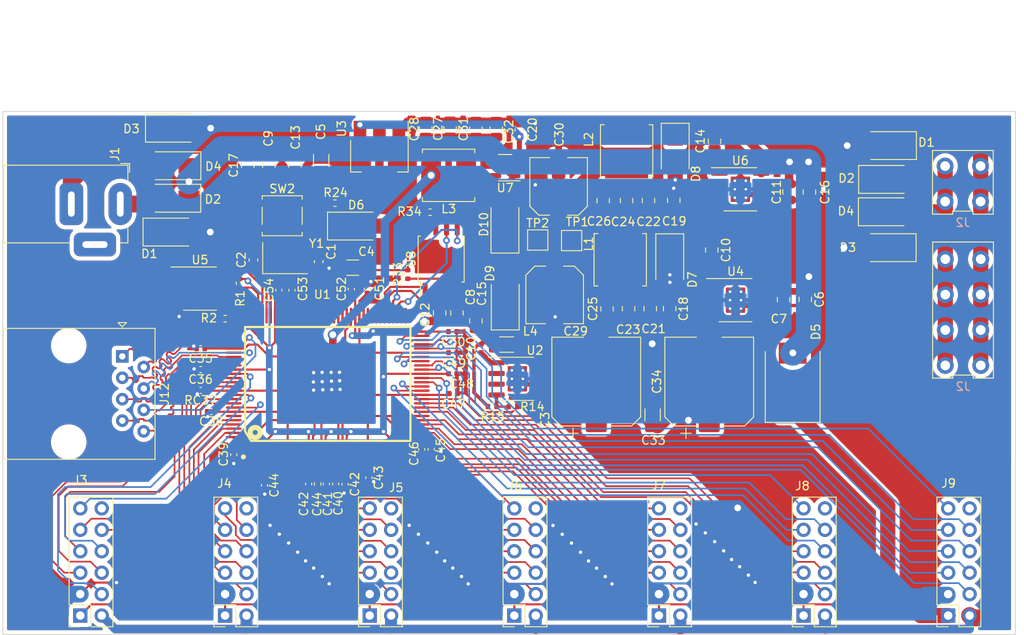
<source format=kicad_pcb>
(kicad_pcb (version 20201116) (generator pcbnew)
  (layers (0 "F.Cu" signal) (31 "B.Cu" signal) (34 "B.Paste" user) (35 "F.Paste" user) (36 "B.SilkS" user "B.Silkscreen") (37 "F.SilkS" user "F.Silkscreen") (38 "B.Mask" user) (39 "F.Mask" user) (44 "Edge.Cuts" user))
  (net 0 "")
  (net 1 "GND")
  (net 2 "Net-(C1-Pad1)")
  (net 3 "Net-(C2-Pad1)")
  (net 4 "/+5v")
  (net 5 "Net-(C13-Pad1)")
  (net 6 "Net-(C10-Pad1)")
  (net 7 "Net-(C18-Pad1)")
  (net 8 "Net-(C19-Pad1)")
  (net 9 "Net-(D1-Pad1)")
  (net 10 "Net-(D3-Pad1)")
  (net 11 "/+12v")
  (net 12 "Net-(D6-Pad1)")
  (net 13 "Net-(D7-Pad1)")
  (net 14 "Net-(D8-Pad1)")
  (net 15 "Net-(J2-Pad14)")
  (net 16 "Net-(J2-Pad13)")
  (net 17 "/P1_DN")
  (net 18 "/P1_DP")
  (net 19 "/P1_CN")
  (net 20 "/P1_CP")
  (net 21 "/P1_BN")
  (net 22 "/P1_BP")
  (net 23 "/P1_AN")
  (net 24 "/P1_AP")
  (net 25 "/P2_DN")
  (net 26 "/P2_DP")
  (net 27 "/P2_CN")
  (net 28 "/P2_CP")
  (net 29 "/P2_BN")
  (net 30 "/P2_BP")
  (net 31 "/P2_AN")
  (net 32 "/P2_AP")
  (net 33 "/P3_DN")
  (net 34 "/P3_DP")
  (net 35 "/P3_CN")
  (net 36 "/P3_CP")
  (net 37 "/P3_BN")
  (net 38 "/P3_BP")
  (net 39 "/P3_AN")
  (net 40 "/P3_AP")
  (net 41 "/P4_DN")
  (net 42 "/P4_DP")
  (net 43 "/P4_CN")
  (net 44 "/P4_CP")
  (net 45 "/P4_BN")
  (net 46 "/P4_BP")
  (net 47 "/P4_AN")
  (net 48 "/P4_AP")
  (net 49 "/P5_DN")
  (net 50 "/P5_DP")
  (net 51 "/P5_CN")
  (net 52 "/P5_CP")
  (net 53 "/P5_BN")
  (net 54 "/P5_BP")
  (net 55 "/P5_AN")
  (net 56 "/P5_AP")
  (net 57 "/P6_DN")
  (net 58 "/P6_DP")
  (net 59 "/P6_CN")
  (net 60 "/P6_CP")
  (net 61 "/P6_BN")
  (net 62 "/P6_BP")
  (net 63 "/P6_AN")
  (net 64 "/P6_AP")
  (net 65 "/P7_DN")
  (net 66 "/P7_DP")
  (net 67 "/P7_CN")
  (net 68 "/P7_CP")
  (net 69 "/P7_BN")
  (net 70 "/P7_BP")
  (net 71 "/P7_AN")
  (net 72 "/P7_AP")
  (net 73 "/P0_DN")
  (net 74 "/P0_DP")
  (net 75 "/P0_BN")
  (net 76 "/P0_CN")
  (net 77 "/P0_CP")
  (net 78 "/P0_BP")
  (net 79 "/P0_AN")
  (net 80 "/P0_AP")
  (net 81 "Net-(L3-Pad1)")
  (net 82 "<NO NET>")
  (net 83 "/switch/+1v")
  (net 84 "Net-(R13-Pad2)")
  (net 85 "/switch/nRESET")
  (net 86 "Net-(R33-Pad1)")
  (net 87 "Net-(R34-Pad1)")
  (net 88 "no_connect_126")
  (net 89 "/switch/SDA")
  (net 90 "/switch/SCK")
  (net 91 "Net-(U1-Pad94)")
  (net 92 "Net-(U1-Pad93)")
  (net 93 "Net-(U1-Pad91)")
  (net 94 "Net-(U1-Pad90)")
  (net 95 "Net-(U1-Pad89)")
  (net 96 "Net-(U1-Pad88)")
  (net 97 "Net-(U1-Pad87)")
  (net 98 "Net-(U1-Pad86)")
  (net 99 "Net-(U1-Pad85)")
  (net 100 "Net-(U1-Pad84)")
  (net 101 "Net-(U1-Pad83)")
  (net 102 "Net-(U1-Pad82)")
  (net 103 "Net-(U1-Pad81)")
  (net 104 "Net-(U1-Pad80)")
  (net 105 "Net-(U1-Pad79)")
  (net 106 "Net-(U1-Pad75)")
  (net 107 "Net-(U1-Pad74)")
  (net 108 "Net-(U1-Pad73)")
  (net 109 "Net-(U1-Pad72)")
  (net 110 "Net-(U1-Pad71)")
  (net 111 "/switch/SPI_CS")
  (net 112 "/switch/SPI_D0")
  (net 113 "/switch/SPI_D1")
  (net 114 "/switch/SPI_CLK")
  (net 115 "no_connect_128")
  (net 116 "no_connect_127")
  (footprint "Capacitor_SMD:C_0805_2012Metric" (layer "F.Cu") (at 117.91 44.97 -90)
    (fp_text reference "C7")
    (fp_text value "10u")
  )
  (footprint "Capacitor_SMD:C_0805_2012Metric" (layer "F.Cu") (at 79.2 46.55 90)
    (fp_text reference "C8")
    (fp_text value "22uf")
  )
  (footprint "Package_TO_SOT_SMD:TSOT-23-5" (layer "F.Cu") (at 84.9175 29.33 180)
    (fp_text reference "U7")
    (fp_text value "ADP2108AUJ-1.0")
  )
  (footprint "Capacitor_SMD:C_0402_1005Metric" (layer "F.Cu") (at 63.73 66.82 -90)
    (fp_text reference "C41")
    (fp_text value "0.1uf")
  )
  (footprint "Inductor_SMD:L_1206_3216Metric" (layer "F.Cu") (at 85.09 50.292)
    (fp_text reference "L4")
    (fp_text value "6.8uh")
  )
  (footprint "TestPoint:TestPoint_Pad_2.0x2.0mm" (layer "F.Cu") (at 92.79 37.97)
    (fp_text reference "TP1")
    (fp_text value "TestPoint")
  )
  (footprint "Capacitor_SMD:C_Elec_6.3x7.7" (layer "F.Cu") (at 90.78 44.41 -90)
    (fp_text reference "C29")
    (fp_text value "100uf")
  )
  (footprint "Capacitor_SMD:C_0603_1608Metric" (layer "F.Cu") (at 62.82 40.47 -90)
    (fp_text reference "C1")
    (fp_text value "pf")
  )
  (footprint "Resistor_SMD:R_0402_1005Metric" (layer "F.Cu") (at 73.38 41.98 90)
    (fp_text reference "R33")
    (fp_text value "1k")
  )
  (footprint "Capacitor_SMD:C_0805_2012Metric" (layer "F.Cu") (at 56.91 29.03 90)
    (fp_text reference "C9")
    (fp_text value "22uf")
  )
  (footprint "Capacitor_SMD:C_0805_2012Metric" (layer "F.Cu") (at 83.85 24.75 90)
    (fp_text reference "C32")
    (fp_text value "10uf")
  )
  (footprint "Capacitor_SMD:C_1206_3216Metric" (layer "F.Cu") (at 102.39 58.62 90)
    (fp_text reference "C33")
    (fp_text value "470uf")
  )
  (footprint "Capacitor_SMD:C_0402_1005Metric" (layer "F.Cu") (at 66.69 43.71 90)
    (fp_text reference "C52")
    (fp_text value "0.1uf")
  )
  (footprint "Capacitor_SMD:C_0402_1005Metric" (layer "F.Cu") (at 56.39 66.97 -90)
    (fp_text reference "C44")
    (fp_text value "0.1uf")
  )
  (footprint "Crystal:Crystal_SMD_5032-4Pin_5.0x3.2mm" (layer "F.Cu") (at 58.83 40.04)
    (fp_text reference "Y1")
    (fp_text value "25Mhz")
  )
  (footprint "Capacitor_SMD:C_1206_3216Metric" (layer "F.Cu") (at 66.85 41.18 180)
    (fp_text reference "C4")
    (fp_text value "100uf")
  )
  (footprint "Capacitor_SMD:C_0603_1608Metric" (layer "F.Cu") (at 55.08 40.26 90)
    (fp_text reference "C2")
    (fp_text value "pf")
  )
  (footprint "Capacitor_SMD:C_0805_2012Metric" (layer "F.Cu") (at 104.41 46.04 90)
    (fp_text reference "C18")
    (fp_text value "10u")
  )
  (footprint "Capacitor_SMD:C_0805_2012Metric" (layer "F.Cu") (at 99.3 33.23 90)
    (fp_text reference "C24")
    (fp_text value "10u")
  )
  (footprint "Capacitor_SMD:CP_Elec_10x10" (layer "F.Cu") (at 95.71 54.68 90)
    (fp_text reference "C3")
    (fp_text value "470uf")
  )
  (footprint "TestPoint:TestPoint_Pad_2.0x2.0mm" (layer "F.Cu") (at 88.775 37.905)
    (fp_text reference "TP2")
    (fp_text value "TestPoint")
  )
  (footprint "Capacitor_SMD:C_0402_1005Metric" (layer "F.Cu") (at 64.83 66.81 -90)
    (fp_text reference "C40")
    (fp_text value "0.1uf")
  )
  (footprint "Capacitor_SMD:C_0805_2012Metric" (layer "F.Cu") (at 118.56 32.21 -90)
    (fp_text reference "C11")
    (fp_text value "10u")
  )
  (footprint "Diode_SMD:D_SMA" (layer "F.Cu") (at 105.07 27.47 -90)
    (fp_text reference "D8")
    (fp_text value "1n5824")
  )
  (footprint "Package_SO:SOIC-8_3.9x4.9mm_P1.27mm" (layer "F.Cu") (at 48.75 43.66)
    (fp_text reference "U5")
    (fp_text value "M24C02-FMN")
  )
  (footprint "Capacitor_SMD:C_0805_2012Metric" (layer "F.Cu") (at 75.5 24.74 90)
    (fp_text reference "C28")
    (fp_text value "10uf")
  )
  (footprint "Connector_PinSocket_2.54mm:PinSocket_2x06_P2.54mm_Vertical" (layer "F.Cu") (at 103.14 82.41 180)
    (fp_text reference "J7")
    (fp_text value "Conn_01x11_Female")
  )
  (footprint "Capacitor_SMD:C_0402_1005Metric" (layer "F.Cu") (at 82.04 50.77 90)
    (fp_text reference "C10")
    (fp_text value "10n")
  )
  (footprint "Resistor_SMD:R_0402_1005Metric" (layer "F.Cu") (at 62.69 66.83 90)
    (fp_text reference "C44")
    (fp_text value "2.49k")
  )
  (footprint "Capacitor_SMD:C_0402_1005Metric" (layer "F.Cu") (at 48.830001 55.729999 180)
    (fp_text reference "RC37")
    (fp_text value "0.1uf")
  )
  (footprint "Resistor_SMD:R_0402_1005Metric" (layer "F.Cu") (at 64.74 33.53 180)
    (fp_text reference "R24")
    (fp_text value "10k")
  )
  (footprint "Connector_PinSocket_2.54mm:PinSocket_2x06_P2.54mm_Vertical" (layer "F.Cu") (at 86 82.41 180)
    (fp_text reference "J6")
    (fp_text value "Conn_01x11_Female")
  )
  (footprint "Capacitor_SMD:C_0402_1005Metric" (layer "F.Cu") (at 50.08 58.24 180)
    (fp_text reference "C38")
    (fp_text value "0.1uf")
  )
  (footprint "Resistor_SMD:R_0402_1005Metric" (layer "F.Cu") (at 51.73 47.23)
    (fp_text reference "R2")
    (fp_text value "4.7k")
  )
  (footprint "Capacitor_SMD:C_0805_2012Metric" (layer "F.Cu") (at 81.45 47.49 90)
    (fp_text reference "C15")
    (fp_text value "10uf")
  )
  (footprint "Connector_PinSocket_2.54mm:PinSocket_2x06_P2.54mm_Vertical" (layer "F.Cu") (at 120.28 82.41 180)
    (fp_text reference "J8")
    (fp_text value "Conn_01x11_Female")
  )
  (footprint "Diode_SMD:D_SMA" (layer "F.Cu") (at 130.18 34.56)
    (fp_text reference "D4")
    (fp_text value "D")
  )
  (footprint "Capacitor_SMD:C_0805_2012Metric" (layer "F.Cu") (at 104.9 33.21 90)
    (fp_text reference "C19")
    (fp_text value "10u")
  )
  (footprint "Capacitor_SMD:C_1206_3216Metric" (layer "F.Cu") (at 63.11 28.48 90)
    (fp_text reference "C5")
    (fp_text value "100uf")
  )
  (footprint "Inductor_SMD:L_Bourns_SRN6045TA" (layer "F.Cu") (at 78.21 30.24 180)
    (fp_text reference "L3")
    (fp_text value "1uh")
  )
  (footprint "Connector_RJ:RJ45_Amphenol_54602-x08_Horizontal" (layer "F.Cu") (at 39.54 51.69 -90)
    (fp_text reference "J12")
    (fp_text value "RJ45")
  )
  (footprint "Capacitor_SMD:C_0402_1005Metric" (layer "F.Cu") (at 78.69 53.75)
    (fp_text reference "C48")
    (fp_text value "0.1uf")
  )
  (footprint "Diode_SMD:D_SMA" (layer "F.Cu") (at 104.42 40.57 -90)
    (fp_text reference "D7")
    (fp_text value "1n5824")
  )
  (footprint "Diode_SMD:D_SMC" (layer "F.Cu") (at 118.99 54.71 90)
    (fp_text reference "D5")
    (fp_text value "D_SMC")
  )
  (footprint "Connector_PinSocket_2.54mm:PinSocket_2x06_P2.54mm_Vertical" (layer "F.Cu") (at 34.56 82.41 180)
    (fp_text reference "J3")
    (fp_text value "Conn_01x11_Female")
  )
  (footprint "Capacitor_SMD:C_0805_2012Metric" (layer "F.Cu") (at 78.39 24.72 90)
    (fp_text reference "C27")
    (fp_text value "10uf")
  )
  (footprint "Capacitor_SMD:C_0402_1005Metric" (layer "F.Cu") (at 78.78 56.1)
    (fp_text reference "C47")
    (fp_text value "0.1uf")
  )
  (footprint "Capacitor_SMD:C_0805_2012Metric" (layer "F.Cu") (at 77.15 46.55 90)
    (fp_text reference "C12")
    (fp_text value "10uf")
  )
  (footprint "Capacitor_SMD:C_0402_1005Metric" (layer "F.Cu") (at 48.82 50.77 180)
    (fp_text reference "C35")
    (fp_text value "0.1uf")
  )
  (footprint "Capacitor_SMD:C_0805_2012Metric" (layer "F.Cu") (at 96.99 46.06 90)
    (fp_text reference "C25")
    (fp_text value "10u")
  )
  (footprint "Diode_SMD:D_SMA" (layer "F.Cu") (at 130.22 38.81 180)
    (fp_text reference "D3")
    (fp_text value "D")
  )
  (footprint "Capacitor_SMD:C_0805_2012Metric" (layer "F.Cu") (at 99.54 46.04 90)
    (fp_text reference "C23")
    (fp_text value "10u")
  )
  (footprint "Diode_SMD:D_SMA" (layer "F.Cu") (at 130.25 26.71 180)
    (fp_text reference "D1")
    (fp_text value "D")
  )
  (footprint "Capacitor_SMD:C_0402_1005Metric" (layer "F.Cu") (at 78.68 48.76)
    (fp_text reference "C50")
    (fp_text value "0.1uf")
  )
  (footprint "Capacitor_SMD:C_0402_1005Metric" (layer "F.Cu") (at 58.09 43.84 90)
    (fp_text reference "C54")
    (fp_text value "0.1uf")
  )
  (footprint "Package_TO_SOT_SMD:SOT-223-3_TabPin2" (layer "F.Cu") (at 70.01 27.93 -90)
    (fp_text reference "U3")
    (fp_text value "AMS1117-3.3")
  )
  (footprint "Capacitor_SMD:C_0805_2012Metric" (layer "F.Cu") (at 109.4 39.09 -90)
    (fp_text reference "C10")
    (fp_text value "100n")
  )
  (footprint "Capacitor_SMD:C_0402_1005Metric" (layer "F.Cu") (at 68.57 43.71 90)
    (fp_text reference "C51")
    (fp_text value "0.1uf")
  )
  (footprint "Capacitor_SMD:C_0805_2012Metric" (layer "F.Cu") (at 102.11 46.04 90)
    (fp_text reference "C21")
    (fp_text value "10u")
  )
  (footprint "Inductor_SMD:L_Bourns_SRN6045TA" (layer "F.Cu") (at 98.55 40.24 -90)
    (fp_text reference "L1")
    (fp_text value "22uh")
  )
  (footprint "CM4IO:BarrelJack_Horizontal" (layer "F.Cu") (at 39.3 33.64)
    (fp_text reference "J1")
    (fp_text value "Barrel_Jack")
  )
  (footprint "Capacitor_SMD:C_0805_2012Metric" (layer "F.Cu") (at 101.9 33.23 90)
    (fp_text reference "C22")
    (fp_text value "10u")
  )
  (footprint "Diode_SMD:D_SMA" (layer "F.Cu") (at 45.69 24.65)
    (fp_text reference "D3")
    (fp_text value "D")
  )
  (footprint "Diode_SMD:D_SMA" (layer "F.Cu") (at 45.45 29.1 180)
    (fp_text reference "D4")
    (fp_text value "D")
  )
  (footprint "Capacitor_SMD:C_Elec_6.3x7.7" (layer "F.Cu") (at 91.25 31.55 90)
    (fp_text reference "C30")
    (fp_text value "100uf")
  )
  (footprint "Resistor_SMD:R_0402_1005Metric" (layer "F.Cu") (at 85.85 57.658)
    (fp_text reference "R14")
    (fp_text value "3k")
  )
  (footprint "Diode_SMD:D_SMA" (layer "F.Cu") (at 45.4 36.96)
    (fp_text reference "D1")
    (fp_text value "D")
  )
  (footprint "Capacitor_SMD:C_0805_2012Metric" (layer "F.Cu") (at 60 29.01 90)
    (fp_text reference "C13")
    (fp_text value "10uf")
  )
  (footprint "Capacitor_SMD:C_0603_1608Metric" (layer "F.Cu") (at 86.6 24.875 90)
    (fp_text reference "C20")
    (fp_text value "4.7uf")
  )
  (footprint "Capacitor_SMD:C_0402_1005Metric" (layer "F.Cu") (at 78.69 51.26)
    (fp_text reference "C49")
    (fp_text value "0.1uf")
  )
  (footprint "Package_SO:SOIC-8-1EP_3.9x4.9mm_P1.27mm_EP2.29x3mm_ThermalVias" (layer "F.Cu") (at 86.36 54.356)
    (fp_text reference "U2")
    (fp_text value "LM22676-ADJ")
  )
  (footprint "Diode_SMD:D_SMA" (layer "F.Cu") (at 84.89 36.05 90)
    (fp_text reference "D10")
    (fp_text value "D")
  )
  (footprint "Capacitor_SMD:C_0402_1005Metric" (layer "F.Cu") (at 65.94 66.85 -90)
    (fp_text reference "C42")
    (fp_text value "0.1uf")
  )
  (footprint "cm4_cluster:RTL8370" (layer "F.Cu") (at 63.99 54.96)
    (fp_text reference "U1")
    (fp_text value "RTL8370N")
  )
  (footprint "CM4IO:5557_connector" (layer "F.Cu") (at 139.16 31.23 90)
    (fp_text reference "J2")
    (fp_text value "Conn_02x12_Top_Bottom")
  )
  (footprint "Capacitor_SMD:C_0402_1005Metric" (layer "F.Cu") (at 52.75 63.34 -90)
    (fp_text reference "C39")
    (fp_text value "0.1uf")
  )
  (footprint "Diode_SMD:D_SMA" (layer "F.Cu") (at 84.92 45.16 90)
    (fp_text reference "D9")
    (fp_text value "D")
  )
  (footprint "Inductor_SMD:L_Bourns_SRN6045TA" (layer "F.Cu") (at 99.31 27.34 -90)
    (fp_text reference "L2")
    (fp_text value "22uh")
  )
  (footprint "Connector_PinSocket_2.54mm:PinSocket_2x06_P2.54mm_Vertical" (layer "F.Cu") (at 68.86 82.41 180)
    (fp_text reference "J5")
    (fp_text value "Conn_01x11_Female")
  )
  (footprint "Capacitor_SMD:C_0402_1005Metric" (layer "F.Cu") (at 48.82 53.26 180)
    (fp_text reference "C36")
    (fp_text value "0.1uf")
  )
  (footprint "Capacitor_SMD:C_0402_1005Metric" (layer "F.Cu") (at 59.64 43.85 90)
    (fp_text reference "C53")
    (fp_text value "0.1uf")
  )
  (footprint "Resistor_SMD:R_0402_1005Metric" (layer "F.Cu") (at 83.38 57.64)
    (fp_text reference "R15")
    (fp_text value "4.7k")
  )
  (footprint "Capacitor_SMD:CP_Elec_10x10" (layer "F.Cu") (at 109.1 54.68 90)
    (fp_text reference "C34")
    (fp_text value "470uf")
  )
  (footprint "Connector_PinSocket_2.54mm:PinSocket_2x06_P2.54mm_Vertical" (layer "F.Cu") (at 51.72 82.41 180)
    (fp_text reference "J4")
    (fp_text value "Conn_01x11_Female")
  )
  (footprint "Capacitor_SMD:C_0805_2012Metric" (layer "F.Cu") (at 54.41 29.06 90)
    (fp_text reference "C17")
    (fp_text value "10uf")
  )
  (footprint "Button_Switch_SMD:SW_SPST_TL3305A" (layer "F.Cu") (at 58.49 35.03)
    (fp_text reference "SW2")
    (fp_text value "SW_Push")
  )
  (footprint "Package_SO:SOIC-8-1EP_3.9x4.9mm_P1.27mm_EP2.29x3mm_ThermalVias" (layer "F.Cu") (at 112.22 45.03)
    (fp_text reference "U4")
    (fp_text value "LM22676-5.0")
  )
  (footprint "Capacitor_SMD:C_0805_2012Metric" (layer "F.Cu") (at 120.48 44.94 -90)
    (fp_text reference "C6")
    (fp_text value "10u")
  )
  (footprint "Capacitor_SMD:C_0805_2012Metric" (layer "F.Cu") (at 120.98 32.22 -90)
    (fp_text reference "C16")
    (fp_text value "10u")
  )
  (footprint "Capacitor_SMD:C_0805_2012Metric" (layer "F.Cu") (at 96.53 33.24 90)
    (fp_text reference "C26")
    (fp_text value "10u")
  )
  (footprint "Resistor_SMD:R_0402_1005Metric" (layer "F.Cu") (at 53.43 43.03 90)
    (fp_text reference "R1")
    (fp_text value "4.7k")
  )
  (footprint "Diode_SMD:D_SMA" (layer "F.Cu") (at 67.26 36.25)
    (fp_text reference "D6")
    (fp_text value "D")
  )
  (footprint "Resistor_SMD:R_0402_1005Metric" (layer "F.Cu") (at 76.02 34.61 180)
    (fp_text reference "R34")
    (fp_text value "1k")
  )
  (footprint "Capacitor_SMD:C_0402_1005Metric" (layer "F.Cu") (at 76.15 62.71 -90)
    (fp_text reference "C46")
    (fp_text value "0.1uf")
  )
  (footprint "Capacitor_SMD:C_0805_2012Metric" (layer "F.Cu") (at 81.45 24.75 90)
    (fp_text reference "C31")
    (fp_text value "10uf")
  )
  (footprint "Diode_SMD:D_SMA" (layer "F.Cu") (at 130.21 30.72)
    (fp_text reference "D2")
    (fp_text value "D")
  )
  (footprint "Capacitor_SMD:C_0402_1005Metric" (layer "F.Cu") (at 61.62 66.82 -90)
    (fp_text reference "C42")
    (fp_text value "0.1uf")
  )
  (footprint "Package_SO:SOIC-8-1EP_3.9x4.9mm_P1.27mm_EP2.29x3mm_ThermalVias" (layer "F.Cu") (at 112.79 31.89)
    (fp_text reference "U6")
    (fp_text value "LM22676-5.0")
  )
  (footprint "Diode_SMD:D_SMA" (layer "F.Cu") (at 45.44 32.95 180)
    (fp_text reference "D2")
    (fp_text value "D")
  )
  (footprint "Capacitor_SMD:C_0805_2012Metric" (layer "F.Cu") (at 109.73 26.19 90)
    (fp_text reference "C14")
    (fp_text value "100n")
  )
  (footprint "CM4IO:5557_connector" (layer "F.Cu") (at 139.18 29.67 90)
    (fp_text reference "J2")
    (fp_text value "Conn_02x12_Top_Bottom")
  )
  (footprint "Connector_PinSocket_2.54mm:PinSocket_2x06_P2.54mm_Vertical" (layer "F.Cu") (at 137.42 82.41 180)
    (fp_text reference "J9")
    (fp_text value "Conn_01x11_Female")
  )
  (footprint "Package_SO:SOIC-8_5.23x5.23mm_P1.27mm" (layer "F.Cu") (at 77.33 40.16 90)
    (fp_text reference "U8")
    (fp_text value "W25Q128JVS")
  )
  (footprint "Capacitor_SMD:C_0402_1005Metric" (layer "F.Cu") (at 75.03 62.71 -90)
    (fp_text reference "C45")
    (fp_text value "0.1uf")
  )
  (footprint "Capacitor_SMD:C_0402_1005Metric" (layer "F.Cu") (at 68.76 66.07 -90)
    (fp_text reference "C43")
    (fp_text value "0.1uf")
  )
  (gr_line (start 25.38 22.65) (end 145.38 22.65) (layer "Edge.Cuts") (width 0.1))
  (gr_line (start 145.38 22.65) (end 145.38 84.65) (layer "Edge.Cuts") (width 0.1))
  (gr_line (start 25.38 84.65) (end 25.38 22.65) (layer "Edge.Cuts") (width 0.1))
  (gr_line (start 145.38 84.65) (end 25.38 84.65) (layer "Edge.Cuts") (width 0.1))
  (segment (start 83.822 57.658) (end 83.88731 57.592689) (width 0.25) (layer "F.Cu") (net 0))
  (segment (start 83.885 56.261) (end 83.81969 56.326311) (width 0.2) (layer "F.Cu") (net 0))
  (segment (start 88.765639 52.335126) (end 88.865809 52.376618) (width 0.25) (layer "F.Cu") (net 0))
  (segment (start 85.314544 57.658) (end 85.327272 57.645272) (width 0.25) (layer "F.Cu") (net 0))
  (segment (start 109.73 27.14) (end 109.73 29.388328) (width 0.6) (layer "F.Cu") (net 0))
  (segment (start 110.315 29.985) (end 109.738258 29.408258) (width 0.6) (layer "F.Cu") (net 0))
  (segment (start 86.665 50.292) (end 88.824 52.451) (width 0.8) (layer "F.Cu") (net 0))
  (segment (start 109.745 43.125) (end 109.409385 42.789385) (width 0.6) (layer "F.Cu") (net 0))
  (segment (start 109.4 40.04) (end 109.4 42.766729) (width 0.6) (layer "F.Cu") (net 0))
  (segment (start 83.89 57.64) (end 83.908 57.658) (width 0.25) (layer "F.Cu") (net 0))
  (segment (start 83.908 57.658) (end 85.314544 57.658) (width 0.25) (layer "F.Cu") (net 0))
  (segment (start 82.04 51.25) (end 83.241 52.451) (width 0.6) (layer "F.Cu") (net 0))
  (segment (start 83.885 56.261) (end 83.885 57.598268) (width 0.4) (layer "F.Cu") (net 0))
  (segment (start 88.531107 52.158107) (end 88.602235 52.225943) (width 0.25) (layer "F.Cu") (net 0))
  (segment (start 88.602235 52.225943) (end 88.765639 52.335126) (width 0.25) (layer "F.Cu") (net 0))
  (segment (start 83.241 52.451) (end 83.885 52.451) (width 0.6) (layer "F.Cu") (net 0))
  (arc (start 83.840452 56.305548) (mid 83.826796 56.325986) (end 83.822 56.350095) (width 0.2) (layer "F.Cu") (net 0))
  (arc (start 82.948107 52.158107) (mid 83.27253 52.37488) (end 83.655213 52.451) (width 0.25) (layer "F.Cu") (net 0))
  (arc (start 83.866548 57.613452) (mid 83.880204 57.593014) (end 83.885 57.568905) (width 0.25) (layer "F.Cu") (net 0))
  (arc (start 83.885 57.568905) (mid 83.880204 57.593014) (end 83.866548 57.613453) (width 0.2) (layer "F.Cu") (net 0))
  (segment (start 47.69 24.65) (end 50.01 24.65) (width 1) (layer "F.Cu") (net 1))
  (segment (start 108.62 50.2) (end 103.04 50.2) (width 2) (layer "F.Cu") (net 1))
  (segment (start 88.56 29.33) (end 90.920955 29.33) (width 0.6) (layer "F.Cu") (net 1))
  (segment (start 80.25 56.1) (end 79.26 56.1) (width 0.25) (layer "F.Cu") (net 1))
  (segment (start 79.17 53.75) (end 79.17 51.26) (width 0.25) (layer "F.Cu") (net 1))
  (segment (start 85.71499 58.30301) (end 82.467219 58.30301) (width 0.25) (layer "F.Cu") (net 1))
  (segment (start 120.98 33.17) (end 125.064142 37.254142) (width 0.8) (layer "F.Cu") (net 1))
  (segment (start 62.326503 56.573497) (end 63.89 55.01) (width 0.25) (layer "F.Cu") (net 1))
  (segment (start 62.09 36.53) (end 64.045 38.485) (width 0.6) (layer "F.Cu") (net 1))
  (segment (start 104.41 45.09) (end 104.424142 45.075858) (width 0.25) (layer "F.Cu") (net 1))
  (segment (start 55.95 36.53) (end 54.89 36.53) (width 0.25) (layer "F.Cu") (net 1))
  (segment (start 34.56 79.87) (end 35.924999 78.505001) (width 0.25) (layer "F.Cu") (net 1))
  (segment (start 99.3 32.28) (end 99.314142 32.265858) (width 0.25) (layer "F.Cu") (net 1))
  (segment (start 95.73 51.31) (end 95.744142 51.295858) (width 0.25) (layer "F.Cu") (net 1))
  (segment (start 109.1 50.68) (end 112.22 47.56) (width 1) (layer "F.Cu") (net 1))
  (segment (start 89.585786 24.1) (end 91.25 25.764214) (width 0.8) (layer "F.Cu") (net 1))
  (segment (start 104.43 42.02) (end 104.415858 42.034142) (width 0.25) (layer "F.Cu") (net 1))
  (segment (start 115.265 32.525) (end 113.438689 32.525) (width 0.6) (layer "F.Cu") (net 1))
  (segment (start 106.64 59.26) (end 106.64 63.82) (width 1.8) (layer "F.Cu") (net 1))
  (segment (start 79.17 51.26) (end 79.17 48.774142) (width 0.25) (layer "F.Cu") (net 1))
  (segment (start 103.04 50.2) (end 102.34 50.2) (width 2) (layer "F.Cu") (net 1))
  (segment (start 55.08 39.485) (end 55.08 36.72367) (width 0.4) (layer "F.Cu") (net 1))
  (segment (start 86.94735 54.991) (end 86.370674 55.567676) (width 0.25) (layer "F.Cu") (net 1))
  (segment (start 80.51 45.6) (end 77.15 45.6) (width 0.8) (layer "F.Cu") (net 1))
  (segment (start 120.255 45.665) (end 120.48 45.89) (width 0.4) (layer "F.Cu") (net 1))
  (segment (start 65.94 67.33) (end 61.645987 67.33) (width 0.25) (layer "F.Cu") (net 1))
  (segment (start 54.41 28.11) (end 54.442835 28.077166) (width 0.25) (layer "F.Cu") (net 1))
  (segment (start 114.695 45.665) (end 112.868689 45.665) (width 0.6) (layer "F.Cu") (net 1))
  (segment (start 96.99 45.11) (end 97.004142 45.095858) (width 0.25) (layer "F.Cu") (net 1))
  (segment (start 120.48 45.89) (end 122.8 45.89) (width 0.8) (layer "F.Cu") (net 1))
  (segment (start 73.3 23.79) (end 72.31 24.78) (width 0.8) (layer "F.Cu") (net 1))
  (segment (start 102.39 57.145) (end 102.39 50.864294) (width 1) (layer "F.Cu") (net 1))
  (segment (start 104.41 45.09) (end 104.41 42.945987) (width 0.8) (layer "F.Cu") (net 1))
  (segment (start 96.53 32.29) (end 96.562835 32.257166) (width 0.25) (layer "F.Cu") (net 1))
  (segment (start 82.45301 58.30301) (end 80.25 56.1) (width 0.25) (layer "F.Cu") (net 1))
  (segment (start 62.140001 63.149999) (end 62.140001 61.143001) (width 0.25) (layer "F.Cu") (net 1))
  (segment (start 96.53 32.29) (end 104.874013 32.29) (width 0.8) (layer "F.Cu") (net 1))
  (segment (start 86.3 23.8) (end 83.85 23.8) (width 0.8) (layer "F.Cu") (net 1))
  (segment (start 104.43 42.02) (end 104.43 42.905858) (width 0.8) (layer "F.Cu") (net 1))
  (segment (start 104.9 32.26) (end 104.867165 32.292834) (width 0.25) (layer "F.Cu") (net 1))
  (segment (start 86.36 57.658) (end 86.36 54.356) (width 0.25) (layer "F.Cu") (net 1))
  (segment (start 86.36 57.658) (end 85.71499 58.30301) (width 0.25) (layer "F.Cu") (net 1))
  (segment (start 125.064142 37.254142) (end 125.064142 38.81) (width 0.8) (layer "F.Cu") (net 1))
  (segment (start 81.45 46.54) (end 80.51 45.6) (width 0.8) (layer "F.Cu") (net 1))
  (segment (start 79.235 43.76) (end 79.235 45.569013) (width 0.25) (layer "F.Cu") (net 1))
  (segment (start 88.835 54.991) (end 86.94735 54.991) (width 0.6) (layer "F.Cu") (net 1))
  (segment (start 109.1 50.68) (end 108.62 50.2) (width 2) (layer "F.Cu") (net 1))
  (segment (start 118.56 33.16) (end 117.925 32.525) (width 0.6) (layer "F.Cu") (net 1))
  (segment (start 62.140001 61.143001) (end 62.326503 60.956499) (width 0.25) (layer "F.Cu") (net 1))
  (segment (start 95.73 51.31) (end 91.377551 46.957551) (width 2) (layer "F.Cu") (net 1))
  (segment (start 61.055 27.005) (end 60 28.06) (width 0.8) (layer "F.Cu") (net 1))
  (segment (start 65.375 41.18) (end 66.69 42.495) (width 0.25) (layer "F.Cu") (net 1))
  (segment (start 54.41 28.11) (end 54.462632 28.057369) (width 0.25) (layer "F.Cu") (net 1))
  (segment (start 125.06 43.63) (end 125.06 38.815858) (width 0.8) (layer "F.Cu") (net 1))
  (segment (start 60 28.06) (end 56.938284 28.06) (width 0.8) (layer "F.Cu") (net 1))
  (segment (start 64.045 41.245) (end 65.313187 41.245) (width 0.6) (layer "F.Cu") (net 1))
  (segment (start 62.82 41.245) (end 60.689579 41.245) (width 0.25) (layer "F.Cu") (net 1))
  (segment (start 46.275 41.755) (end 46.275 45.565) (width 0.6) (layer "F.Cu") (net 1))
  (segment (start 75.5 23.79) (end 75.507071 23.797071) (width 0.25) (layer "F.Cu") (net 1))
  (segment (start 122.8 45.89) (end 125.06 43.63) (width 0.8) (layer "F.Cu") (net 1))
  (segment (start 86.055 29.33) (end 88.56 29.33) (width 0.6) (layer "F.Cu") (net 1))
  (segment (start 62.326503 60.956499) (end 62.326503 56.573497) (width 0.25) (layer "F.Cu") (net 1))
  (segment (start 64.045 38.485) (end 64.045 41.245) (width 0.6) (layer "F.Cu") (net 1))
  (segment (start 79.2 45.6) (end 79.237835 45.562164) (width 0.25) (layer "F.Cu") (net 1))
  (segment (start 55.525 39.04) (end 55.08 39.485) (width 0.25) (layer "F.Cu") (net 1))
  (segment (start 96.19 50.2) (end 95.71 50.68) (width 2) (layer "F.Cu") (net 1))
  (segment (start 75.03 63.19) (end 76.15 63.19) (width 0.25) (layer "F.Cu") (net 1))
  (segment (start 59.64 43.37) (end 59.64 41.88) (width 0.25) (layer "F.Cu") (net 1))
  (segment (start 114.695 45.665) (end 120.255 45.665) (width 0.4) (layer "F.Cu") (net 1))
  (segment (start 128.22 38.81) (end 125.064142 38.81) (width 1.8) (layer "F.Cu") (net 1))
  (segment (start 50.95 24.65) (end 54.41 28.11) (width 1) (layer "F.Cu") (net 1))
  (segment (start 62.82 41.245) (end 62.887254 41.177747) (width 0.25) (layer "F.Cu") (net 1))
  (segment (start 88.47 24.1) (end 89.585786 24.1) (width 0.8) (layer "F.Cu") (net 1))
  (segment (start 61.62 67.3) (end 61.652835 67.332834) (width 0.25) (layer "F.Cu") (net 1))
  (segment (start 76.15 63.19) (end 76.98 63.19) (width 0.25) (layer "F.Cu") (net 1))
  (segment (start 50.01 24.65) (end 50.95 24.65) (width 1) (layer "F.Cu") (net 1))
  (segment (start 82.867224 58.30301) (end 82.45301 58.30301) (width 0.25) (layer "F.Cu") (net 1))
  (segment (start 104.41 45.09) (end 104.395858 45.104142) (width 0.25) (layer "F.Cu") (net 1))
  (segment (start 112.22 47.56) (end 112.22 45.03) (width 1) (layer "F.Cu") (net 1))
  (segment (start 104.44 42.92) (end 104.432929 42.912929) (width 0.25) (layer "F.Cu") (net 1))
  (segment (start 59.64 41.88) (end 60.48 41.04) (width 0.25) (layer "F.Cu") (net 1))
  (segment (start 35.924999 78.505001) (end 38.848938 78.505001) (width 0.25) (layer "F.Cu") (net 1))
  (segment (start 62.09 36.53) (end 55.95 36.53) (width 0.25) (layer "F.Cu") (net 1))
  (segment (start 102.34 50.2) (end 96.19 50.2) (width 2) (layer "F.Cu") (net 1))
  (segment (start 88.490001 29.428994) (end 88.490001 31.36) (width 0.8) (layer "F.Cu") (net 1))
  (segment (start 62.82 41.245) (end 64.045 41.245) (width 0.6) (layer "F.Cu") (net 1))
  (segment (start 66.69 42.495) (end 66.69 43.23) (width 0.25) (layer "F.Cu") (net 1))
  (segment (start 56.91 28.08) (end 56.877165 28.112834) (width 0.25) (layer "F.Cu") (net 1))
  (segment (start 65.375 41.18) (end 65.307746 41.247253) (width 0.25) (layer "F.Cu") (net 1))
  (segment (start 86.6 24.1) (end 86.3 23.8) (width 0.8) (layer "F.Cu") (net 1))
  (segment (start 46.275 38.085) (end 47.4 36.96) (width 0.8) (layer "F.Cu") (net 1))
  (segment (start 96.99 45.11) (end 104.381716 45.11) (width 0.8) (layer "F.Cu") (net 1))
  (segment (start 46.275 41.755) (end 46.275 38.085) (width 0.8) (layer "F.Cu") (net 1))
  (segment (start 58.09 43.36) (end 59.625858 43.36) (width 0.25) (layer "F.Cu") (net 1))
  (segment (start 54.41 28.11) (end 56.884013 28.11) (width 0.8) (layer "F.Cu") (net 1))
  (segment (start 88.56 29.33) (end 88.487897 29.402104) (width 0.25) (layer "F.Cu") (net 1))
  (segment (start 106.64 63.82) (end 112.47 69.65) (width 1.8) (layer "F.Cu") (net 1))
  (segment (start 83.85 23.8) (end 83.817165 23.767166) (width 0.25) (layer "F.Cu") (net 1))
  (segment (start 75.5 23.79) (end 73.3 23.79) (width 0.8) (layer "F.Cu") (net 1))
  (segment (start 104.9 32.26) (end 104.9 29.642468) (width 0.8) (layer "F.Cu") (net 1))
  (segment (start 46.275 45.565) (end 46.275 46.962929) (width 0.25) (layer "F.Cu") (net 1))
  (segment (start 76.98 63.19) (end 77.32 62.85) (width 0.25) (layer "F.Cu") (net 1))
  (segment (start 83.85 23.8) (end 83.842929 23.792929) (width 0.25) (layer "F.Cu") (net 1))
  (segment (start 86.6 24.1) (end 88.47 24.1) (width 0.8) (layer "F.Cu") (net 1))
  (segment (start 128.25 26.71) (end 125.45 26.71) (width 1.8) (layer "F.Cu") (net 1))
  (segment (start 120.98 33.17) (end 118.574142 33.17) (width 0.6) (layer "F.Cu") (net 1))
  (segment (start 91.25 25.764214) (end 91.25 29.0125) (width 0.8) (layer "F.Cu") (net 1))
  (segment (start 75.5 23.79) (end 83.835858 23.79) (width 0.8) (layer "F.Cu") (net 1))
  (segment (start 79.235 43.76) (end 79.197165 43.797836) (width 0.25) (layer "F.Cu") (net 1))
  (segment (start 57.18 39.04) (end 55.525 39.04) (width 0.25) (layer "F.Cu") (net 1))
  (segment (start 51.225 43.025) (end 46.275 43.025) (width 0.25) (layer "F.Cu") (net 1))
  (segment (start 90.78 46.9475) (end 90.844823 47.012322) (width 0.25) (layer "F.Cu") (net 1))
  (segment (start 63.11 27.005) (end 61.055 27.005) (width 0.8) (layer "F.Cu") (net 1))
  (segment (start 79.26 56.1) (end 79.26 53.837971) (width 0.25) (layer "F.Cu") (net 1))
  (segment (start 60 28.06) (end 59.947368 28.112631) (width 0.25) (layer "F.Cu") (net 1))
  (segment (start 96.53 32.29) (end 96.537071 32.282929) (width 0.25) (layer "F.Cu") (net 1))
  (segment (start 47.4 36.96) (end 49.96 36.96) (width 1.8) (layer "F.Cu") (net 1))
  (segment (start 117.925 32.525) (end 115.265 32.525) (width 0.6) (layer "F.Cu") (net 1))
  (via (at 75.74 73.81) (size 0.8) (drill 0.4) (layers "F.Cu" "B.Cu") (net 1))
  (via (at 77.75 75.93) (size 0.8) (drill 0.4) (layers "F.Cu" "B.Cu") (net 1))
  (via (at 95.75 76.79) (size 0.8) (drill 0.4) (layers "F.Cu" "B.Cu") (net 1))
  (via (at 49.67 58.84) (size 0.8) (drill 0.4) (layers "F.Cu" "B.Cu") (net 1))
  (via (at 78.71 76.78) (size 0.8) (drill 0.4) (layers "F.Cu" "B.Cu") (net 1))
  (via (at 38.848938 78.505001) (size 0.8) (drill 0.4) (layers "F.Cu" "B.Cu") (net 1))
  (via (at 48.05 53.18) (size 0.8) (drill 0.4) (layers "F.Cu" "B.Cu") (net 1))
  (via (at 106.64 59.26) (size 1.2) (drill 0.8) (layers "F.Cu" "B.Cu") (net 1))
  (via (at 64.36 55.63) (size 0.8) (drill 0.4) (layers "F.Cu" "B.Cu") (net 1))
  (via (at 73.54 71.72) (size 0.8) (drill 0.4) (layers "F.Cu" "B.Cu") (net 1))
  (via (at 112.71 76.62) (size 0.8) (drill 0.4) (layers "F.Cu" "B.Cu") (net 1))
  (via (at 62.21 55.69) (size 0.8) (drill 0.4) (layers "F.Cu" "B.Cu") (net 1))
  (via (at 96.78 77.79) (size 0.8) (drill 0.4) (layers "F.Cu" "B.Cu") (net 1))
  (via (at 65.35 55.61) (size 0.8) (drill 0.4) (layers "F.Cu" "B.Cu") (net 1))
  (via (at 56.42 68.02) (size 0.8) (drill 0.4) (layers "F.Cu" "B.Cu") (net 1))
  (via (at 109.74 73.65) (size 0.8) (drill 0.4) (layers "F.Cu" "B.Cu") (net 1))
  (via (at 112.47 69.65) (size 1.2) (drill 0.8) (layers "F.Cu" "B.Cu") (net 1))
  (via (at 49.96 36.96) (size 1.2) (drill 0.8) (layers "F.Cu" "B.Cu") (net 1))
  (via (at 62.19 54.73) (size 0.8) (drill 0.4) (layers "F.Cu" "B.Cu") (net 1))
  (via (at 110.81 74.74) (size 0.8) (drill 0.4) (layers "F.Cu" "B.Cu") (net 1))
  (via (at 93.85 74.91) (size 0.8) (drill 0.4) (layers "F.Cu" "B.Cu") (net 1))
  (via (at 113.74 77.62) (size 0.8) (drill 0.4) (layers "F.Cu" "B.Cu") (net 1))
  (via (at 90.844823 47.012322) (size 0.8) (drill 0.4) (layers "F.Cu" "B.Cu") (net 1))
  (via (at 48.42 56.15) (size 0.8) (drill 0.4) (layers "F.Cu" "B.Cu") (net 1))
  (via (at 69.33 66.54) (size 0.8) (drill 0.4) (layers "F.Cu" "B.Cu") (net 1))
  (via (at 64.29 53.59) (size 0.8) (drill 0.4) (layers "F.Cu" "B.Cu") (net 1))
  (via (at 94.79 75.94) (size 0.8) (drill 0.4) (layers "F.Cu" "B.Cu") (net 1))
  (via (at 61.26 75.93) (size 0.8) (drill 0.4) (layers "F.Cu" "B.Cu") (net 1))
  (via (at 62.21 53.62) (size 0.8) (drill 0.4) (layers "F.Cu" "B.Cu") (net 1))
  (via (at 64.05 78.65) (size 0.8) (drill 0.4) (layers "F.Cu" "B.Cu") (net 1))
  (via (at 125.064142 38.81) (size 1.2) (drill 0.8) (layers "F.Cu" "B.Cu") (net 1))
  (via (at 74.64 72.77) (size 0.8) (drill 0.4) (layers "F.Cu" "B.Cu") (net 1))
  (via (at 90.58 71.73) (size 0.8) (drill 0.4) (layers "F.Cu" "B.Cu") (net 1))
  (via (at 63.23 54.69) (size 0.8) (drill 0.4) (layers "F.Cu" "B.Cu") (net 1))
  (via (at 88.490001 31.36) (size 0.8) (drill 0.4) (layers "F.Cu" "B.Cu") (net 1))
  (via (at 92.78 73.82) (size 0.8) (drill 0.4) (layers "F.Cu" "B.Cu") (net 1))
  (via (at 104.89 31.77) (size 0.8) (drill 0.4) (layers "F.Cu" "B.Cu") (net 1))
  (via (at 114.54 78.49) (size 0.8) (drill 0.4) (layers "F.Cu" "B.Cu") (net 1))
  (via (at 64.33 54.63) (size 0.8) (drill 0.4) (layers "F.Cu" "B.Cu") (net 1))
  (via (at 65.82 67.9) (size 0.8) (drill 0.4) (layers "F.Cu" "B.Cu") (net 1))
  (via (at 88.47 24.1) (size 0.8) (drill 0.4) (layers "F.Cu" "B.Cu") (net 1))
  (via (at 50.01 24.65) (size 1.2) (drill 0.8) (layers "F.Cu" "B.Cu") (net 1))
  (via (at 64.045 41.245) (size 0.8) (drill 0.4) (layers "F.Cu" "B.Cu") (net 1))
  (via (at 105.07 30.78) (size 0.8) (drill 0.4) (layers "F.Cu" "B.Cu") (net 1))
  (via (at 46.275 46.962929) (size 0.8) (drill 0.4) (layers "F.Cu" "B.Cu") (net 1))
  (via (at 125.45 26.71) (size 1.2) (drill 0.8) (layers "F.Cu" "B.Cu") (net 1))
  (via (at 104.44 42.92) (size 0.8) (drill 0.4) (layers "F.Cu" "B.Cu") (net 1))
  (via (at 107.54 71.56) (size 0.8) (drill 0.4) (layers "F.Cu" "B.Cu") (net 1))
  (via (at 97.58 78.66) (size 0.8) (drill 0.4) (layers "F.Cu" "B.Cu") (net 1))
  (via (at 63.22 53.59) (size 0.8) (drill 0.4) (layers "F.Cu" "B.Cu") (net 1))
  (via (at 104.43 42.02) (size 0.8) (drill 0.4) (layers "F.Cu" "B.Cu") (net 1))
  (via (at 57.05 71.72) (size 0.8) (drill 0.4) (layers "F.Cu" "B.Cu") (net 1))
  (via (at 52.75 64.39) (size 0.8) (drill 0.4) (layers "F.Cu" "B.Cu") (net 1))
  (via (at 58.15 72.77) (size 0.8) (drill 0.4) (layers "F.Cu" "B.Cu") (net 1))
  (via (at 91.68 72.78) (size 0.8) (drill 0.4) (layers "F.Cu" "B.Cu") (net 1))
  (via (at 111.75 75.77) (size 0.8) (drill 0.4) (layers "F.Cu" "B.Cu") (net 1))
  (via (at 69 42.83) (size 0.8) (drill 0.4) (layers "F.Cu" "B.Cu") (net 1))
  (via (at 79.74 77.78) (size 0.8) (drill 0.4) (layers "F.Cu" "B.Cu") (net 1))
  (via (at 62.22 76.78) (size 0.8) (drill 0.4) (layers "F.Cu" "B.Cu") (net 1))
  (via (at 80.54 78.65) (size 0.8) (drill 0.4) (layers "F.Cu" "B.Cu") (net 1))
  (via (at 65.28 53.58) (size 0.8) (drill 0.4) (layers "F.Cu" "B.Cu") (net 1))
  (via (at 65.3 54.58) (size 0.8) (drill 0.4) (layers "F.Cu" "B.Cu") (net 1))
  (via (at 59.25 73.81) (size 0.8) (drill 0.4) (layers "F.Cu" "B.Cu") (net 1))
  (via (at 76.81 74.9) (size 0.8) (drill 0.4) (layers "F.Cu" "B.Cu") (net 1))
  (via (at 77.32 62.85) (size 0.8) (drill 0.4) (layers "F.Cu" "B.Cu") (net 1))
  (via (at 60.32 74.9) (size 0.8) (drill 0.4) (layers "F.Cu" "B.Cu") (net 1))
  (via (at 63.3 55.65) (size 0.8) (drill 0.4) (layers "F.Cu" "B.Cu") (net 1))
  (via (at 102.34 50.2) (size 1.2) (drill 0.8) (layers "F.Cu" "B.Cu") (net 1))
  (via (at 63.25 77.78) (size 0.8) (drill 0.4) (layers "F.Cu" "B.Cu") (net 1))
  (via (at 108.64 72.61) (size 0.8) (drill 0.4) (layers "F.Cu" "B.Cu") (net 1))
  (via (at 48.01 50.48) (size 0.8) (drill 0.4) (layers "F.Cu" "B.Cu") (net 1))
  (arc (start 54.89 36.53) (mid 54.89 36.53) (end 54.89 36.53) (width 0.25) (layer "F.Cu") (net 1))
  (arc (start 83.828787 23.778787) (mid 83.819054 23.772284) (end 83.807574 23.77) (width 0.25) (layer "F.Cu") (net 1))
  (arc (start 61.641213 67.321213) (mid 61.650946 67.327716) (end 61.662426 67.33) (width 0.25) (layer "F.Cu") (net 1))
  (arc (start 61.662426 67.33) (mid 61.650945 67.327716) (end 61.641213 67.321213) (width 0.25) (layer "F.Cu") (net 1))
  (arc (start 96.537071 32.282929) (mid 96.540315 32.280761) (end 96.544142 32.28) (width 0.25) (layer "F.Cu") (net 1))
  (arc (start 79.26 53.877279) (mid 79.253149 53.842837) (end 79.23364 53.813639) (width 0.25) (layer "F.Cu") (net 1))
  (arc (start 79.17 48.774142) (mid 79.169239 48.770315) (end 79.167071 48.767071) (width 0.25) (layer "F.Cu") (net 1))
  (arc (start 104.381716 45.11) (mid 104.38937 45.108478) (end 104.395858 45.104142) (width 0.25) (layer "F.Cu") (net 1))
  (arc (start 104.878787 32.281213) (mid 104.869054 32.287716) (end 104.857574 32.29) (width 0.25) (layer "F.Cu") (net 1))
  (arc (start 59.625858 43.36) (mid 59.629685 43.360761) (end 59.632929 43.362929) (width 0.25) (layer "F.Cu") (net 1))
  (arc (start 79.210251 43.784749) (mid 79.202664 43.796103) (end 79.2 43.809497) (width 0.25) (layer "F.Cu") (net 1))
  (arc (start 95.744142 51.295858) (mid 95.75063 51.291523) (end 95.758284 51.29) (width 0.25) (layer "F.Cu") (net 1))
  (arc (start 104.878787 32.281213) (mid 104.869054 32.287716) (end 104.857574 32.29) (width 0.25) (layer "F.Cu") (net 1))
  (arc (start 91.660393 47.240393) (mid 91.33597 47.02362) (end 90.953287 46.9475) (width 0.25) (layer "F.Cu") (net 1))
  (arc (start 104.9 29.710416) (mid 104.91294 29.64536) (end 104.949792 29.590208) (width 0.25) (layer "F.Cu") (net 1))
  (arc (start 117.549376 45.665) (mid 117.64696 45.684411) (end 117.729688 45.739688) (width 0.25) (layer "F.Cu") (net 1))
  (arc (start 79.210251 43.784749) (mid 79.202664 43.796103) (end 79.2 43.809497) (width 0.25) (layer "F.Cu") (net 1))
  (arc (start 86.469542 55.666544) (mid 86.388469 55.54521) (end 86.36 55.402087) (width 0.25) (layer "F.Cu") (net 1))
  (arc (start 62.865962 41.199038) (mid 62.887049 41.184948) (end 62.911923 41.18) (width 0.25) (layer "F.Cu") (net 1))
  (arc (start 79.2 45.6) (mid 79.2 45.6) (end 79.2 45.6) (width 0.25) (layer "F.Cu") (net 1))
  (arc (start 79.235 45.550503) (mid 79.232336 45.563897) (end 79.224749 45.575252) (width 0.25) (layer "F.Cu") (net 1))
  (arc (start 46.275 41.755) (mid 46.275 41.755) (end 46.275 41.755) (width 0.25) (layer "F.Cu") (net 1))
  (arc (start 125.06 38.815858) (mid 125.060315 38.814273) (end 125.061213 38.812929) (width 0.25) (layer "F.Cu") (net 1))
  (arc (start 104.43 42.905858) (mid 104.430761 42.909685) (end 104.432929 42.912929) (width 0.25) (layer "F.Cu") (net 1))
  (arc (start 96.551213 32.268787) (mid 96.560946 32.262284) (end 96.572426 32.26) (width 0.25) (layer "F.Cu") (net 1))
  (arc (start 56.888787 28.101213) (mid 56.879054 28.107716) (end 56.867574 28.11) (width 0.25) (layer "F.Cu") (net 1))
  (arc (start 104.432929 42.912929) (mid 104.430761 42.909685) (end 104.43 42.905858) (width 0.25) (layer "F.Cu") (net 1))
  (arc (start 90.824194 46.991694) (mid 90.84447 47.005242) (end 90.868388 47.01) (width 0.25) (layer "F.Cu") (net 1))
  (arc (start 97.004142 45.095858) (mid 97.01063 45.091523) (end 97.018284 45.09) (width 0.25) (layer "F.Cu") (net 1))
  (arc (start 104.424142 45.075858) (mid 104.428477 45.06937) (end 104.43 45.061716) (width 0.25) (layer "F.Cu") (net 1))
  (arc (start 113.118026 45.665) (mid 112.875022 45.616664) (end 112.669013 45.479013) (width 0.25) (layer "F.Cu") (net 1))
  (arc (start 65.329038 41.225962) (mid 65.307951 41.240052) (end 65.283077 41.245) (width 0.25) (layer "F.Cu") (net 1))
  (arc (start 62.09 36.53) (mid 62.09 36.53) (end 62.09 36.53) (width 0.25) (layer "F.Cu") (net 1))
  (arc (start 83.842929 23.792929) (mid 83.839685 23.790761) (end 83.835858 23.79) (width 0.25) (layer "F.Cu") (net 1))
  (arc (start 56.867574 28.11) (mid 56.879055 28.107716) (end 56.888787 28.101213) (width 0.25) (layer "F.Cu") (net 1))
  (arc (start 83.835858 23.79) (mid 83.839685 23.790761) (end 83.842929 23.792929) (width 0.25) (layer "F.Cu") (net 1))
  (arc (start 90.868388 47.01) (mid 90.84447 47.005242) (end 90.824194 46.991694) (width 0.25) (layer "F.Cu") (net 1))
  (arc (start 62.865962 41.199038) (mid 62.887049 41.184948) (end 62.911923 41.18) (width 0.25) (layer "F.Cu") (net 1))
  (arc (start 104.41 42.962426) (mid 104.412284 42.950945) (end 104.418787 42.941213) (width 0.25) (layer "F.Cu") (net 1))
  (arc (start 104.432929 42.912929) (mid 104.430761 42.909685) (end 104.43 42.905858) (width 0.25) (layer "F.Cu") (net 1))
  (arc (start 54.89 36.53) (mid 54.89 36.53) (end 54.89 36.53) (width 0.25) (layer "F.Cu") (net 1))
  (arc (start 75.03 63.19) (mid 75.03 63.19) (end 75.03 63.19) (width 0.25) (layer "F.Cu") (net 1))
  (arc (start 65.283076 41.245) (mid 65.30795 41.240052) (end 65.329038 41.225962) (width 0.25) (layer "F.Cu") (net 1))
  (arc (start 88.510503 29.379497) (mid 88.495329 29.402206) (end 88.490001 29.428994) (width 0.25) (layer "F.Cu") (net 1))
  (arc (start 46.275 45.565) (mid 46.275 45.565) (end 46.275 45.565) (width 0.25) (layer "F.Cu") (net 1))
  (arc (start 55.08 36.798701) (mid 55.065537 36.725991) (end 55.02435 36.664351) (width 0.25) (layer "F.Cu") (net 1))
  (arc (start 79.224749 45.575251) (mid 79.232336 45.563897) (end 79.235 45.550503) (width 0.25) (layer "F.Cu") (net 1))
  (arc (start 102.39 51.119239) (mid 102.439478 50.870495) (end 102.580381 50.65962) (width 0.25) (layer "F.Cu") (net 1))
  (arc (start 95.758284 51.29) (mid 95.75063 51.291522) (end 95.744142 51.295858) (width 0.25) (layer "F.Cu") (net 1))
  (arc (start 104.395858 45.104142) (mid 104.38937 45.108477) (end 104.381716 45.11) (width 0.25) (layer "F.Cu") (net 1))
  (arc (start 77.15 45.6) (mid 77.15 45.6) (end 77.15 45.6) (width 0.25) (layer "F.Cu") (net 1))
  (arc (start 75.03 63.19) (mid 75.03 63.19) (end 75.03 63.19) (width 0.25) (layer "F.Cu") (net 1))
  (arc (start 60.769914 41.245) (mid 60.691464 41.229395) (end 60.624957 41.184957) (width 0.25) (layer "F.Cu") (net 1))
  (arc (start 75.507071 23.797071) (mid 75.510315 23.799239) (end 75.514142 23.8) (width 0.25) (layer "F.Cu") (net 1))
  (arc (start 54.89 36.53) (mid 54.89 36.53) (end 54.89 36.53) (width 0.25) (layer "F.Cu") (net 1))
  (arc (start 104.424142 45.075858) (mid 104.428477 45.06937) (end 104.43 45.061716) (width 0.25) (layer "F.Cu") (net 1))
  (arc (start 79.2 45.6) (mid 79.2 45.6) (end 79.2 45.6) (width 0.25) (layer "F.Cu") (net 1))
  (arc (start 113.688026 32.525) (mid 113.445022 32.476664) (end 113.239013 32.339013) (width 0.25) (layer "F.Cu") (net 1))
  (arc (start 104.878787 32.281213) (mid 104.869054 32.287716) (end 104.857574 32.29) (width 0.25) (layer "F.Cu") (net 1))
  (arc (start 56.888787 28.101213) (mid 56.879054 28.107716) (end 56.867574 28.11) (width 0.25) (layer "F.Cu") (net 1))
  (arc (start 104.424142 45.075858) (mid 104.428477 45.06937) (end 104.43 45.061716) (width 0.25) (layer "F.Cu") (net 1))
  (arc (start 79.224749 45.575251) (mid 79.232336 45.563897) (end 79.235 45.550503) (width 0.25) (layer "F.Cu") (net 1))
  (arc (start 56.938284 28.06) (mid 56.93063 28.061522) (end 56.924142 28.065858) (width 0.25) (layer "F.Cu") (net 1))
  (arc (start 104.415858 42.034142) (mid 104.411523 42.04063) (end 104.41 42.048284) (width 0.25) (layer "F.Cu") (net 1))
  (arc (start 54.431213 28.088787) (mid 54.440946 28.082284) (end 54.452426 28.08) (width 0.25) (layer "F.Cu") (net 1))
  (arc (start 76.15 63.19) (mid 76.15 63.19) (end 76.15 63.19) (width 0.25) (layer "F.Cu") (net 1))
  (arc (start 88.490001 31.359999) (mid 88.490001 31.359999) (end 88.490001 31.36) (width 0.25) (layer "F.Cu") (net 1))
  (arc (start 104.415858 42.034142) (mid 104.411523 42.04063) (end 104.41 42.048284) (width 0.25) (layer "F.Cu") (net 1))
  (arc (start 90.800987 29.33) (mid 90.922489 29.305832) (end 91.025493 29.237006) (width 0.25) (layer "F.Cu") (net 1))
  (arc (start 65.329038 41.225962) (mid 65.307951 41.240052) (end 65.283077 41.245) (width 0.25) (layer "F.Cu") (net 1))
  (arc (start 54.445355 28.074645) (mid 54.461576 28.063806) (end 54.48071 28.06) (width 0.25) (layer "F.Cu") (net 1))
  (arc (start 118.574142 33.17) (mid 118.570315 33.169239) (end 118.567071 33.167071) (width 0.25) (layer "F.Cu") (net 1))
  (arc (start 96.551213 32.268787) (mid 96.560946 32.262284) (end 96.572426 32.26) (width 0.25) (layer "F.Cu") (net 1))
  (arc (start 77.15 45.6) (mid 77.15 45.6) (end 77.15 45.6) (width 0.25) (layer "F.Cu") (net 1))
  (arc (start 59.964645 28.095355) (mid 59.948424 28.106194) (end 59.92929 28.11) (width 0.25) (layer "F.Cu") (net 1))
  (arc (start 99.314142 32.265858) (mid 99.32063 32.261523) (end 99.328284 32.26) (width 0.25) (layer "F.Cu") (net 1))
  (arc (start 62.09 36.53) (mid 62.09 36.53) (end 62.09 36.53) (width 0.25) (layer "F.Cu") (net 1))
  (arc (start 104.857574 32.29) (mid 104.869055 32.287716) (end 104.878787 32.281213) (width 0.25) (layer "F.Cu") (net 1))
  (segment (start 70.14 78.59) (end 72.38 78.59) (width 0.25) (layer "B.Cu") (net 1))
  (segment (start 123.951716 78.59) (end 118.62 78.59) (width 0.25) (layer "B.Cu") (net 1))
  (segment (start 106.71 78.6) (end 102.064142 78.6) (width 0.25) (layer "B.Cu") (net 1))
  (segment (start 67.025356 78.575355) (end 67.033079 78.583078) (width 0.25) (layer "B.Cu") (net 1))
  (segment (start 68.86 79.87) (end 65.4 79.87) (width 2.5) (layer "B.Cu") (net 1))
  (segment (start 99.61 79.85) (end 99.63 79.87) (width 2.5) (layer "B.Cu") (net 1))
  (segment (start 120.21 79.82) (end 120.22 79.81) (width 2.5) (layer "B.Cu") (net 1))
  (segment (start 34.56 79.87) (end 31.02 79.87) (width 2) (layer "B.Cu") (net 1))
  (segment (start 70.14 78.59) (end 67.036278 78.59) (width 0.25) (layer "B.Cu") (net 1))
  (segment (start 51.72 79.87) (end 47.86 79.87) (width 2.5) (layer "B.Cu") (net 1))
  (segment (start 49.554213 78.59) (end 55.44 78.59) (width 0.25) (layer "B.Cu") (net 1))
  (segment (start 117.32 79.82) (end 120.21 79.82) (width 2.5) (layer "B.Cu") (net 1))
  (segment (start 134.81 79.99) (end 137.3 79.99) (width 2) (layer "B.Cu") (net 1))
  (segment (start 84.784142 78.66) (end 89.8 78.66) (width 0.25) (layer "B.Cu") (net 1))
  (segment (start 67.033079 78.583078) (end 67.036516 78.583344) (width 0.25) (layer "B.Cu") (net 1))
  (segment (start 67.036516 78.583344) (end 67.03852 78.588183) (width 0.25) (layer "B.Cu") (net 1))
  (segment (start 102.057071 78.602929) (end 102.059142 78.600858) (width 0.25) (layer "B.Cu") (net 1))
  (segment (start 83.574142 79.87) (end 84.784142 78.66) (width 0.25) (layer "B.Cu") (net 1))
  (segment (start 67.03852 78.588183) (end 67.036674 78.590338) (width 0.25) (layer "B.Cu") (net 1))
  (segment (start 83.567071 79.867071) (end 83.569142 79.869142) (width 0.25) (layer "B.Cu") (net 1))
  (segment (start 99.63 79.87) (end 103.14 79.87) (width 2.5) (layer "B.Cu") (net 1))
  (segment (start 42.71 56.76) (end 41.19 56.76) (width 0.25) (layer "B.Cu") (net 1))
  (segment (start 86 79.87) (end 83.574142 79.87) (width 2.5) (layer "B.Cu") (net 1))
  (segment (start 123.98 78.57) (end 123.965858 78.584142) (width 0.25) (layer "B.Cu") (net 1))
  (arc (start 83.574142 79.87) (mid 83.570315 79.869239) (end 83.567071 79.867071) (width 0.25) (layer "B.Cu") (net 1))
  (arc (start 83.569142 79.869142) (mid 83.570092 79.869777) (end 83.571213 79.87) (width 0.25) (layer "B.Cu") (net 1))
  (arc (start 48.847107 78.882893) (mid 49.17153 78.66612) (end 49.554213 78.59) (width 0.25) (layer "B.Cu") (net 1))
  (arc (start 102.064142 78.6) (mid 102.060315 78.600761) (end 102.057071 78.602929) (width 0.25) (layer "B.Cu") (net 1))
  (arc (start 102.059142 78.600858) (mid 102.060092 78.600223) (end 102.061213 78.6) (width 0.25) (layer "B.Cu") (net 1))
  (arc (start 67.060711 78.59) (mid 67.041577 78.586194) (end 67.025356 78.575355) (width 0.25) (layer "B.Cu") (net 1))
  (arc (start 123.965858 78.584142) (mid 123.95937 78.588477) (end 123.951716 78.59) (width 0.25) (layer "B.Cu") (net 1))
  (segment (start 57.140001 46.869998) (end 57.140001 43.159999) (width 0.25) (layer "F.Cu") (net 2))
  (segment (start 57.140001 43.159999) (end 59.16 41.14) (width 0.25) (layer "F.Cu") (net 2))
  (segment (start 59.16 41.14) (end 59.16 39.621838) (width 0.25) (layer "F.Cu") (net 2))
  (segment (start 59.16 39.621838) (end 59.741838 39.04) (width 0.25) (layer "F.Cu") (net 2))
  (segment (start 62.82 39.695) (end 62.175252 39.050252) (width 0.25) (layer "F.Cu") (net 2))
  (segment (start 60.48 39.04) (end 62.150503 39.04) (width 0.25) (layer "F.Cu") (net 2))
  (segment (start 59.741838 39.04) (end 60.48 39.04) (width 0.25) (layer "F.Cu") (net 2))
  (segment (start 56.639999 46.869998) (end 56.639999 41.589864) (width 0.25) (layer "F.Cu") (net 3))
  (segment (start 55.085 41.04) (end 55.08 41.035) (width 0.25) (layer "F.Cu") (net 3))
  (segment (start 57.18 41.04) (end 55.085 41.04) (width 0.25) (layer "F.Cu") (net 3))
  (segment (start 57.18 41.04) (end 57.169393 41.029393) (width 0.25) (layer "F.Cu") (net 3))
  (segment (start 57.18 41.04) (end 56.646977 41.573023) (width 0.25) (layer "F.Cu") (net 3))
  (arc (start 57.169393 41.029393) (mid 57.164527 41.026142) (end 57.158787 41.025) (width 0.25) (layer "F.Cu") (net 3))
  (arc (start 56.798162 41.421838) (mid 56.681105 41.597027) (end 56.64 41.803676) (width 0.25) (layer "F.Cu") (net 3))
  (arc (start 56.639999 41.803677) (mid 56.681104 41.597028) (end 56.798162 41.421839) (width 0.25) (layer "F.Cu") (net 3))
  (segment (start 84.89 38.05) (end 81.968124 38.05) (width 2) (layer "F.Cu") (net 4))
  (segment (start 100.975 58.68) (end 95.71 58.68) (width 1) (layer "F.Cu") (net 4))
  (segment (start 71.4 84.01) (end 54.09 84.01) (width 1) (layer "F.Cu") (net 4))
  (segment (start 81.911066 38.107058) (end 81.968124 38.05) (width 2) (layer "F.Cu") (net 4))
  (segment (start 105.68 82.41) (end 105.68 83.963722) (width 1.4) (layer "F.Cu") (net 4))
  (segment (start 81.911066 44.151066) (end 81.911066 38.107058) (width 2) (layer "F.Cu") (net 4))
  (segment (start 143.52 65.414213) (end 143.52 82.69) (width 2) (layer "F.Cu") (net 4))
  (segment (start 108.16 54.59) (end 121.294013 54.59) (width 2) (layer "F.Cu") (net 4))
  (segment (start 84.92 47.16) (end 81.911066 44.151066) (width 2) (layer "F.Cu") (net 4))
  (segment (start 102.947893 59.802107) (end 102.876765 59.869943) (width 0.25) (layer "F.Cu") (net 4))
  (segment (start 86.055 28.38) (end 86.6 27.835) (width 0.6) (layer "F.Cu") (net 4))
  (segment (start 71.39 82.42) (end 71.4 82.41) (width 1.4) (layer "F.Cu") (net 4))
  (segment (start 92.585 53.085) (end 93.515 54.015) (width 2) (layer "F.Cu") (net 4))
  (segment (start 123.4 84.01) (end 105.73 84.01) (width 1) (layer "F.Cu") (net 4))
  (segment (start 71.39 83.84) (end 71.39 82.42) (width 1.4) (layer "F.Cu") (net 4))
  (segment (start 102.876765 59.869943) (end 102.713361 59.979126) (width 0.25) (layer "F.Cu") (net 4))
  (segment (start 84.415183 31.915183) (end 84.419817 31.915183) (width 0.25) (layer "F.Cu") (net 4))
  (segment (start 143.52 82.69) (end 140.24 82.69) (width 2) (layer "F.Cu") (net 4))
  (segment (start 104.21 58.54) (end 102.947893 59.802107) (width 2) (layer "F.Cu") (net 4))
  (segment (start 95.73 56.23) (end 95.73 56.92) (width 2) (layer "F.Cu") (net 4))
  (segment (start 88.835 53.721) (end 91.935268 53.721) (width 0.6) (layer "F.Cu") (net 4))
  (segment (start 139.95 82.41) (end 139.95 84.01) (width 1) (layer "F.Cu") (net 4))
  (segment (start 102.39 60.095) (end 100.975 58.68) (width 1) (layer "F.Cu") (net 4))
  (segment (start 133.394106 54.874106) (end 143.509949 64.989949) (width 2) (layer "F.Cu") (net 4))
  (segment (start 88.54 82.41) (end 88.54 83.89043) (width 1.4) (layer "F.Cu") (net 4))
  (segment (start 86.6 27.835) (end 86.6 25.65) (width 0.6) (layer "F.Cu") (net 4))
  (segment (start 122.82 82.41) (end 122.82 83.418529) (width 1.4) (layer "F.Cu") (net 4))
  (segment (start 38.7 84.01) (end 37.1 82.41) (width 1) (layer "F.Cu") (net 4))
  (segment (start 102.713361 59.979126) (end 102.531797 60.054332) (width 0.25) (layer "F.Cu") (net 4))
  (segment (start 84.419817 31.915183) (end 86.055 30.28) (width 0.6) (layer "F.Cu") (net 4))
  (segment (start 105.73 84.01) (end 88.66 84.01) (width 1) (layer "F.Cu") (net 4))
  (segment (start 84.967071 28.382929) (end 84.907534 28.442467) (width 0.25) (layer "F.Cu") (net 4))
  (segment (start 92.871716 53.42) (end 93.486716 54.035) (width 0.4) (layer "F.Cu") (net 4))
  (segment (start 84.92 47.16) (end 86.66 47.16) (width 2) (layer "F.Cu") (net 4))
  (segment (start 54.26 82.41) (end 54.26 83.837532) (width 1.4) (layer "F.Cu") (net 4))
  (segment (start 88.66 84.01) (end 71.4 84.01) (width 1) (layer "F.Cu") (net 4))
  (segment (start 139.96 84.01) (end 123.4 84.01) (width 1) (layer "F.Cu") (net 4))
  (segment (start 81.968124 33.411876) (end 83.464817 31.915183) (width 0.6) (layer "F.Cu") (net 4))
  (segment (start 84.91 29.7975) (end 85.387155 30.274655) (width 0.25) (layer "F.Cu") (net 4))
  (segment (start 86.66 47.16) (end 92.585 53.085) (width 2) (layer "F.Cu") (net 4))
  (segment (start 86.055 28.38) (end 84.974142 28.38) (width 0.25) (layer "F.Cu") (net 4))
  (segment (start 54.09 84.01) (end 38.7 84.01) (width 1) (layer "F.Cu") (net 4))
  (segment (start 102.531797 60.054332) (end 102.387616 60.083011) (width 0.25) (layer "F.Cu") (net 4))
  (segment (start 83.464817 31.915183) (end 84.415183 31.915183) (width 0.6) (layer "F.Cu") (net 4))
  (segment (start 84.91 28.463639) (end 84.91 29.7975) (width 0.25) (layer "F.Cu") (net 4))
  (segment (start 121.298787 54.581213) (end 133.087004 54.581213) (width 2) (layer "F.Cu") (net 4))
  (segment (start 140.24 82.69) (end 139.96 82.41) (width 2) (layer "F.Cu") (net 4))
  (segment (start 93.515 54.015) (end 95.73 56.23) (width 2) (layer "F.Cu") (net 4))
  (segment (start 104.21 58.54) (end 108.16 54.59) (width 2) (layer "F.Cu") (net 4))
  (segment (start 95.73 56.92) (end 95.73 59.31) (width 2) (layer "F.Cu") (net 4))
  (segment (start 81.968124 38.05) (end 81.968124 33.411876) (width 0.6) (layer "F.Cu") (net 4))
  (via (at 67.71 24.24) (size 0.8) (drill 0.6) (layers "F.Cu" "B.Cu") (net 4))
  (via (at 86.6 25.65) (size 0.8) (drill 0.4) (layers "F.Cu" "B.Cu") (net 4))
  (arc (start 84.926716 28.423284) (mid 84.914345 28.441799) (end 84.91 28.463639) (width 0.25) (layer "F.Cu") (net 4))
  (arc (start 85.251179 30.138679) (mid 85.407713 30.243272) (end 85.592358 30.28) (width 0.25) (layer "F.Cu") (net 4))
  (arc (start 105.68 83.939289) (mid 105.683806 83.958423) (end 105.694645 83.974644) (width 0.25) (layer "F.Cu") (net 4))
  (arc (start 84.974142 28.38) (mid 84.970315 28.380761) (end 84.967071 28.382929) (width 0.25) (layer "F.Cu") (net 4))
  (arc (start 95.411802 59.535) (mid 95.497906 59.517873) (end 95.570901 59.469099) (width 0.25) (layer "F.Cu") (net 4))
  (arc (start 93.486716 54.035) (mid 93.49437 54.033478) (end 93.500858 54.029142) (width 0.25) (layer "F.Cu") (net 4))
  (arc (start 140.35598 82.69) (mid 140.248829 82.668686) (end 140.15799 82.60799) (width 0.25) (layer "F.Cu") (net 4))
  (arc (start 132.686999 54.581213) (mid 133.069682 54.657333) (end 133.394106 54.874106) (width 0.25) (layer "F.Cu") (net 4))
  (arc (start 71.4 82.41) (mid 71.4 82.41) (end 71.4 82.41) (width 0.25) (layer "F.Cu") (net 4))
  (arc (start 122.82 83.189756) (mid 122.86415 83.411712) (end 122.989878 83.599878) (width 0.25) (layer "F.Cu") (net 4))
  (arc (start 91.68556 53.721) (mid 91.928947 53.672587) (end 92.13528 53.53472) (width 0.25) (layer "F.Cu") (net 4))
  (arc (start 88.54 83.840294) (mid 88.549134 83.886216) (end 88.575147 83.925147) (width 0.25) (layer "F.Cu") (net 4))
  (arc (start 143.227107 64.707107) (mid 143.44388 65.03153) (end 143.52 65.414213) (width 0.25) (layer "F.Cu") (net 4))
  (arc (start 121.277574 54.59) (mid 121.289055 54.587716) (end 121.298787 54.581213) (width 0.25) (layer "F.Cu") (net 4))
  (segment (start 38.7 84.01) (end 37.1 82.41) (width 1) (layer "B.Cu") (net 4))
  (segment (start 88.54 82.41) (end 88.54 83.752659) (width 1.4) (layer "B.Cu") (net 4))
  (segment (start 85.19 24.24) (end 86.6 25.65) (width 1) (layer "B.Cu") (net 4))
  (segment (start 53.7 84.01) (end 38.7 84.01) (width 1) (layer "B.Cu") (net 4))
  (segment (start 71.4 82.41) (end 71.4 83.667671) (width 1.4) (layer "B.Cu") (net 4))
  (segment (start 139.96 82.41) (end 139.96 84) (width 1) (layer "B.Cu") (net 4))
  (segment (start 139.95 84.01) (end 122.96 84.01) (width 1) (layer "B.Cu") (net 4))
  (segment (start 71.07 84.01) (end 53.7 84.01) (width 1) (layer "B.Cu") (net 4))
  (segment (start 122.82 82.41) (end 122.82 83.869291) (width 1.4) (layer "B.Cu") (net 4))
  (segment (start 88.79 84.01) (end 71.07 84.01) (width 1) (layer "B.Cu") (net 4))
  (segment (start 122.96 84.01) (end 106.18 84.01) (width 1) (layer "B.Cu") (net 4))
  (segment (start 67.71 24.24) (end 85.19 24.24) (width 1) (layer "B.Cu") (net 4))
  (segment (start 139.96 84) (end 139.95 84.01) (width 1) (layer "B.Cu") (net 4))
  (segment (start 105.68 82.41) (end 105.68 83.50174) (width 1.4) (layer "B.Cu") (net 4))
  (segment (start 106.18 84.01) (end 88.79 84.01) (width 1) (layer "B.Cu") (net 4))
  (segment (start 54.26 82.41) (end 54.26 83.43933) (width 1.4) (layer "B.Cu") (net 4))
  (arc (start 71.4 83.54331) (mid 71.37488 83.669596) (end 71.303345 83.776655) (width 0.25) (layer "B.Cu") (net 4))
  (arc (start 88.54 83.656447) (mid 88.55903 83.752118) (end 88.613223 83.833224) (width 0.25) (layer "B.Cu") (net 4))
  (arc (start 122.82 83.81201) (mid 122.830657 83.865586) (end 122.861005 83.911005) (width 0.25) (layer "B.Cu") (net 4))
  (arc (start 105.68 83.302893) (mid 105.71806 83.494235) (end 105.826447 83.656446) (width 0.25) (layer "B.Cu") (net 4))
  (segment (start 68.885 29.955) (end 70.01 31.08) (width 0.6) (layer "F.Cu") (net 5))
  (segment (start 70.01 31.08) (end 70.01 24.78) (width 1) (layer "F.Cu") (net 5))
  (segment (start 54.41 30.01) (end 63.058563 30.01) (width 0.6) (layer "F.Cu") (net 5))
  (segment (start 63.11 29.955) (end 68.885 29.955) (width 0.6) (layer "F.Cu") (net 5))
  (segment (start 69.26 36.25) (end 69.26 31.848346) (width 0.8) (layer "F.Cu") (net 5))
  (arc (start 70.01 24.78) (mid 70.01 24.78) (end 70.01 24.78) (width 0.25) (layer "F.Cu") (net 5))
  (arc (start 68.470786 29.955) (mid 68.853469 30.03112) (end 69.177893 30.247893) (width 0.25) (layer "F.Cu") (net 5))
  (arc (start 69.26 32.14066) (mid 69.31709 31.853647) (end 69.47967 31.61033) (width 0.25) (layer "F.Cu") (net 5))
  (arc (start 70.01 24.78) (mid 70.01 24.78) (end 70.01 24.78) (width 0.25) (layer "F.Cu") (net 5))
  (arc (start 70.01 31.08) (mid 70.01 31.08) (end 70.01 31.08) (width 0.25) (layer "F.Cu") (net 5))
  (arc (start 63.032218 30.01) (mid 63.053266 30.005813) (end 63.071109 29.993891) (width 0.25) (layer "F.Cu") (net 5))
  (segment (start 120.965 31.255) (end 120.98 31.27) (width 0.6) (layer "F.Cu") (net 6))
  (segment (start 47.44 32.95) (end 47.44 30.98) (width 1.8) (layer "F.Cu") (net 6))
  (segment (start 128.18 34.56) (end 128.18 30.745987) (width 1.8) (layer "F.Cu") (net 6))
  (segment (start 115.265 31.255) (end 120.965 31.255) (width 0.6) (layer "F.Cu") (net 6))
  (segment (start 118.62 28.64) (end 118.557609 28.702392) (width 0.25) (layer "F.Cu") (net 6))
  (segment (start 114.695 44.395) (end 117.535 44.395) (width 0.8) (layer "F.Cu") (net 6))
  (segment (start 128.21 30.72) (end 128.202929 30.727071) (width 0.25) (layer "F.Cu") (net 6))
  (segment (start 128.21 30.72) (end 128.177166 30.752835) (width 0.25) (layer "F.Cu") (net 6))
  (segment (start 47.45 29.1) (end 47.442929 29.107071) (width 0.25) (layer "F.Cu") (net 6))
  (segment (start 118.56 31.07) (end 118.56 28.696615) (width 1) (layer "F.Cu") (net 6))
  (segment (start 120.98 30.3) (end 120.98 28.75) (width 1) (layer "F.Cu") (net 6))
  (segment (start 117.535 44.395) (end 117.91 44.02) (width 0.8) (layer "F.Cu") (net 6))
  (segment (start 47.44 32.95) (end 47.447071 32.942929) (width 0.25) (layer "F.Cu") (net 6))
  (segment (start 128.2 34.57) (end 128.207071 34.562929) (width 0.25) (layer "F.Cu") (net 6))
  (segment (start 120.48 43.99) (end 117.935987 43.99) (width 0.8) (layer "F.Cu") (net 6))
  (segment (start 120.98 28.75) (end 120.87 28.64) (width 1) (layer "F.Cu") (net 6))
  (segment (start 128.21 30.72) (end 121.405074 30.72) (width 1.8) (layer "F.Cu") (net 6))
  (segment (start 120.48 43.99) (end 120.91 43.56) (width 0.8) (layer "F.Cu") (net 6))
  (segment (start 120.48 43.99) (end 120.447165 44.022834) (width 0.25) (layer "F.Cu") (net 6))
  (segment (start 117.91 44.02) (end 117.942835 43.987166) (width 0.25) (layer "F.Cu") (net 6))
  (segment (start 47.44 30.98) (end 47.44 29.114142) (width 1.8) (layer "F.Cu") (net 6))
  (segment (start 120.91 43.56) (end 120.91 42.24) (width 0.8) (layer "F.Cu") (net 6))
  (segment (start 120.98 31.27) (end 120.98 30.3) (width 1) (layer "F.Cu") (net 6))
  (segment (start 128.18 34.56) (end 128.212834 34.527165) (width 0.25) (layer "F.Cu") (net 6))
  (via (at 118.62 28.64) (size 1.2) (drill 0.8) (layers "F.Cu" "B.Cu") (net 6))
  (via (at 47.44 30.98) (size 1.2) (drill 0.8) (layers "F.Cu" "B.Cu") (net 6))
  (via (at 120.87 28.64) (size 1.2) (drill 0.8) (layers "F.Cu" "B.Cu") (net 6))
  (via (at 120.91 42.24) (size 1.2) (drill 0.8) (layers "F.Cu" "B.Cu") (net 6))
  (via (at 119.01 51.28) (size 1.2) (drill 0.8) (layers "F.Cu" "B.Cu") (net 6))
  (arc (start 117.931213 43.998787) (mid 117.940946 43.992284) (end 117.952426 43.99) (width 0.25) (layer "F.Cu") (net 6))
  (arc (start 121.02 28.852132) (mid 121.008582 28.794729) (end 120.976066 28.746066) (width 0.25) (layer "F.Cu") (net 6))
  (arc (start 47.447071 32.942929) (mid 47.449239 32.939685) (end 47.45 32.935858) (width 0.25) (layer "F.Cu") (net 6))
  (arc (start 47.447071 32.942929) (mid 47.449239 32.939685) (end 47.45 32.935858) (width 0.25) (layer "F.Cu") (net 6))
  (arc (start 118.577574 28.682426) (mid 118.564568 28.701891) (end 118.560001 28.724852) (width 0.25) (layer "F.Cu") (net 6))
  (arc (start 47.442929 29.107071) (mid 47.440761 29.110315) (end 47.44 29.114142) (width 0.25) (layer "F.Cu") (net 6))
  (arc (start 118.56 28.724853) (mid 118.564567 28.701892) (end 118.577574 28.682427) (width 0.25) (layer "F.Cu") (net 6))
  (arc (start 120.458787 44.011213) (mid 120.449054 44.017716) (end 120.437574 44.02) (width 0.25) (layer "F.Cu") (net 6))
  (arc (start 128.18 30.762426) (mid 128.182284 30.750945) (end 128.188787 30.741213) (width 0.25) (layer "F.Cu") (net 6))
  (arc (start 117.37967 44.395) (mid 117.523176 44.366455) (end 117.644835 44.285165) (width 0.25) (layer "F.Cu") (net 6))
  (arc (start 128.202929 30.727071) (mid 128.200761 30.730315) (end 128.2 30.734142) (width 0.25) (layer "F.Cu") (net 6))
  (arc (start 128.201213 34.538787) (mid 128.207716 34.529054) (end 128.21 34.517574) (width 0.25) (layer "F.Cu") (net 6))
  (arc (start 121.57397 30.72) (mid 121.413243 30.688029) (end 121.276985 30.596985) (width 0.25) (layer "F.Cu") (net 6))
  (arc (start 117.952426 43.99) (mid 117.940945 43.992284) (end 117.931213 43.998787) (width 0.25) (layer "F.Cu") (net 6))
  (arc (start 47.44 29.114142) (mid 47.440761 29.110315) (end 47.442929 29.107071) (width 0.25) (layer "F.Cu") (net 6))
  (arc (start 128.207071 34.562929) (mid 128.209239 34.559685) (end 128.21 34.555858) (width 0.25) (layer "F.Cu") (net 6))
  (arc (start 128.207071 34.562929) (mid 128.209239 34.559685) (end 128.21 34.555858) (width 0.25) (layer "F.Cu") (net 6))
  (arc (start 128.207071 34.562929) (mid 128.209239 34.559685) (end 128.21 34.555858) (width 0.25) (layer "F.Cu") (net 6))
  (arc (start 128.188787 30.741213) (mid 128.182284 30.750946) (end 128.18 30.762426) (width 0.25) (layer "F.Cu") (net 6))
  (arc (start 128.202929 30.727071) (mid 128.200761 30.730315) (end 128.2 30.734142) (width 0.25) (layer "F.Cu") (net 6))
  (arc (start 128.201213 34.538787) (mid 128.207716 34.529054) (end 128.21 34.517574) (width 0.25) (layer "F.Cu") (net 6))
  (arc (start 117.931213 43.998787) (mid 117.940946 43.992284) (end 117.952426 43.99) (width 0.25) (layer "F.Cu") (net 6))
  (arc (start 120.458787 44.011213) (mid 120.449054 44.017716) (end 120.437574 44.02) (width 0.25) (layer "F.Cu") (net 6))
  (arc (start 118.29837 31.255) (mid 118.369166 31.240918) (end 118.429185 31.200815) (width 0.25) (layer "F.Cu") (net 6))
  (arc (start 128.188787 30.741213) (mid 128.182284 30.750946) (end 128.18 30.762426) (width 0.25) (layer "F.Cu") (net 6))
  (arc (start 128.202929 30.727071) (mid 128.200761 30.730315) (end 128.2 30.734142) (width 0.25) (layer "F.Cu") (net 6))
  (arc (start 47.442929 29.107071) (mid 47.440761 29.110315) (end 47.44 29.114142) (width 0.25) (layer "F.Cu") (net 6))
  (segment (start 83.045791 27.1) (end 84.585791 28.64) (width 3) (layer "B.Cu") (net 6))
  (segment (start 119.01 51.28) (end 119 51.29) (width 3) (layer "B.Cu") (net 6))
  (segment (start 120.87 28.64) (end 120.87 49.42) (width 3) (layer "B.Cu") (net 6))
  (segment (start 51.734213 27.1) (end 83.045791 27.1) (width 3) (layer "B.Cu") (net 6))
  (segment (start 120.021472 28.64) (end 120.87 28.64) (width 3) (layer "B.Cu") (net 6))
  (segment (start 47.44 30.98) (end 51.32 27.1) (width 3) (layer "B.Cu") (net 6))
  (segment (start 120.87 49.42) (end 119.01 51.28) (width 3) (layer "B.Cu") (net 6))
  (segment (start 84.585791 28.64) (end 120.021472 28.64) (width 3) (layer "B.Cu") (net 6))
  (segment (start 96.99 47.01) (end 99.511716 47.01) (width 0.8) (layer "F.Cu") (net 7))
  (segment (start 109.745 46.935) (end 104.461437 46.935) (width 0.8) (layer "F.Cu") (net 7))
  (segment (start 95.9175 47.01) (end 90.78 41.8725) (width 1) (layer "F.Cu") (net 7))
  (segment (start 104.41 46.99) (end 102.11 46.99) (width 0.8) (layer "F.Cu") (net 7))
  (segment (start 99.54 46.99) (end 102.11 46.99) (width 0.8) (layer "F.Cu") (net 7))
  (segment (start 92.79 37.97) (end 92.79 41.707924) (width 0.8) (layer "F.Cu") (net 7))
  (segment (start 98.55 42.315) (end 92.195 42.315) (width 2) (layer "F.Cu") (net 7))
  (segment (start 84.92 43.16) (end 86.2075 41.8725) (width 1.8) (layer "F.Cu") (net 7))
  (segment (start 96.99 47.01) (end 95.9175 47.01) (width 1) (layer "F.Cu") (net 7))
  (segment (start 92.195 42.315) (end 91.228469 42.315) (width 2) (layer "F.Cu") (net 7))
  (segment (start 86.2075 41.8725) (end 90.78 41.8725) (width 1.8) (layer "F.Cu") (net 7))
  (arc (start 99.54 46.99) (mid 99.54 46.99) (end 99.54 46.99) (width 0.25) (layer "F.Cu") (net 7))
  (arc (start 102.11 46.99) (mid 102.11 46.99) (end 102.11 46.99) (width 0.25) (layer "F.Cu") (net 7))
  (arc (start 102.11 46.99) (mid 102.11 46.99) (end 102.11 46.99) (width 0.25) (layer "F.Cu") (net 7))
  (arc (start 102.11 46.99) (mid 102.11 46.99) (end 102.11 46.99) (width 0.25) (layer "F.Cu") (net 7))
  (arc (start 109.667218 46.99) (mid 109.688266 46.985813) (end 109.706109 46.973891) (width 0.25) (layer "F.Cu") (net 7))
  (arc (start 104.41 46.99) (mid 104.41 46.99) (end 104.41 46.99) (width 0.25) (layer "F.Cu") (net 7))
  (arc (start 102.11 46.99) (mid 102.11 46.99) (end 102.11 46.99) (width 0.25) (layer "F.Cu") (net 7))
  (arc (start 92.79 41.473543) (mid 92.744708 41.70124) (end 92.615729 41.894272) (width 0.25) (layer "F.Cu") (net 7))
  (arc (start 104.487782 46.935) (mid 104.466734 46.939187) (end 104.448891 46.951109) (width 0.25) (layer "F.Cu") (net 7))
  (arc (start 99.511716 47.01) (mid 99.51937 47.008478) (end 99.525858 47.004142) (width 0.25) (layer "F.Cu") (net 7))
  (arc (start 99.54 46.99) (mid 99.54 46.99) (end 99.54 46.99) (width 0.25) (layer "F.Cu") (net 7))
  (arc (start 91.40579 42.315) (mid 91.236453 42.281317) (end 91.092895 42.185395) (width 0.25) (layer "F.Cu") (net 7))
  (segment (start 96.53 34.19) (end 96.537071 34.182929) (width 0.25) (layer "F.Cu") (net 8))
  (segment (start 104.9 34.16) (end 104.867165 34.192834) (width 0.25) (layer "F.Cu") (net 8))
  (segment (start 88.775 37.905) (end 88.775 34.248974) (width 1.2) (layer "F.Cu") (net 8))
  (segment (start 110.315 33.795) (end 109.95 34.16) (width 0.8) (layer "F.Cu") (net 8))
  (segment (start 91.25 34.0875) (end 91.324527 34.162026) (width 0.25) (layer "F.Cu") (net 8))
  (segment (start 104.9 34.16) (end 96.555987 34.16) (width 0.8) (layer "F.Cu") (net 8))
  (segment (start 96.53 34.19) (end 91.351117 34.19) (width 0.8) (layer "F.Cu") (net 8))
  (segment (start 109.95 34.16) (end 104.9 34.16) (width 0.8) (layer "F.Cu") (net 8))
  (segment (start 84.89 34.05) (end 88.97 34.05) (width 1.8) (layer "F.Cu") (net 8))
  (segment (start 91.25 34.0875) (end 95.912449 29.425051) (width 1.8) (layer "F.Cu") (net 8))
  (segment (start 99.31 29.415) (end 95.936709 29.415) (width 1.8) (layer "F.Cu") (net 8))
  (segment (start 96.53 34.19) (end 96.562835 34.157166) (width 0.25) (layer "F.Cu") (net 8))
  (segment (start 88.97 34.05) (end 91.216489 34.05) (width 1.8) (layer "F.Cu") (net 8))
  (segment (start 104.9 34.16) (end 104.885858 34.174142) (width 0.25) (layer "F.Cu") (net 8))
  (arc (start 96.551213 34.168787) (mid 96.560946 34.162284) (end 96.572426 34.16) (width 0.25) (layer "F.Cu") (net 8))
  (arc (start 91.394957 34.19) (mid 91.355732 34.182198) (end 91.322479 34.159978) (width 0.25) (layer "F.Cu") (net 8))
  (arc (start 104.885858 34.174142) (mid 104.87937 34.178477) (end 104.871716 34.18) (width 0.25) (layer "F.Cu") (net 8))
  (arc (start 91.196967 34.05) (mid 91.211318 34.052855) (end 91.223484 34.060983) (width 0.25) (layer "F.Cu") (net 8))
  (arc (start 96.336714 29.415) (mid 95.954031 29.49112) (end 95.629607 29.707893) (width 0.25) (layer "F.Cu") (net 8))
  (arc (start 91.301265 34.138765) (mid 91.324786 34.154481) (end 91.35253 34.16) (width 0.25) (layer "F.Cu") (net 8))
  (arc (start 104.878787 34.181213) (mid 104.869054 34.187716) (end 104.857574 34.19) (width 0.25) (layer "F.Cu") (net 8))
  (arc (start 96.551213 34.168787) (mid 96.560946 34.162284) (end 96.572426 34.16) (width 0.25) (layer "F.Cu") (net 8))
  (arc (start 96.572426 34.16) (mid 96.560945 34.162284) (end 96.551213 34.168787) (width 0.25) (layer "F.Cu") (net 8))
  (arc (start 101.9 34.18) (mid 101.9 34.18) (end 101.9 34.18) (width 0.25) (layer "F.Cu") (net 8))
  (arc (start 104.878787 34.181213) (mid 104.869054 34.187716) (end 104.857574 34.19) (width 0.25) (layer "F.Cu") (net 8))
  (arc (start 88.775 34.325772) (mid 88.789843 34.251149) (end 88.832114 34.187886) (width 0.25) (layer "F.Cu") (net 8))
  (arc (start 104.878787 34.181213) (mid 104.869054 34.187716) (end 104.857574 34.19) (width 0.25) (layer "F.Cu") (net 8))
  (arc (start 96.537071 34.182929) (mid 96.540315 34.180761) (end 96.544142 34.18) (width 0.25) (layer "F.Cu") (net 8))
  (arc (start 104.878787 34.181213) (mid 104.869054 34.187716) (end 104.857574 34.19) (width 0.25) (layer "F.Cu") (net 8))
  (arc (start 95.629607 29.707893) (mid 95.95403 29.49112) (end 96.336713 29.415) (width 0.25) (layer "F.Cu") (net 8))
  (segment (start 43.44 32.95) (end 43.397205 32.992796) (width 0.25) (layer "F.Cu") (net 9))
  (segment (start 43.4 36.96) (end 43.442795 36.917204) (width 0.25) (layer "F.Cu") (net 9))
  (segment (start 43.44 32.95) (end 43.44 36.923955) (width 1.8) (layer "F.Cu") (net 9))
  (segment (start 39.3 33.64) (end 42.734089 33.64) (width 2) (layer "F.Cu") (net 9))
  (arc (start 43.428284 36.931716) (mid 43.436955 36.918739) (end 43.44 36.903432) (width 0.25) (layer "F.Cu") (net 9))
  (arc (start 42.464193 33.64) (mid 42.728245 33.587477) (end 42.952097 33.437904) (width 0.25) (layer "F.Cu") (net 9))
  (arc (start 43.44 36.903431) (mid 43.436955 36.918738) (end 43.428284 36.931715) (width 0.25) (layer "F.Cu") (net 9))
  (arc (start 43.411716 32.978284) (mid 43.403045 32.991261) (end 43.4 33.006568) (width 0.25) (layer "F.Cu") (net 9))
  (segment (start 43.69 24.65) (end 43.454758 24.885242) (width 0.25) (layer "F.Cu") (net 10))
  (segment (start 43.45 29.1) (end 43.45 26.61) (width 1.8) (layer "F.Cu") (net 10))
  (segment (start 33.5 33.64) (end 33.5 30.85) (width 2) (layer "F.Cu") (net 10))
  (segment (start 43.45 26.61) (end 43.45 24.896723) (width 1.8) (layer "F.Cu") (net 10))
  (segment (start 33.5 30.85) (end 37.74 26.61) (width 2) (layer "F.Cu") (net 10))
  (segment (start 37.74 26.61) (end 43.45 26.61) (width 2) (layer "F.Cu") (net 10))
  (arc (start 43.45 24.989411) (mid 43.468269 24.897567) (end 43.520294 24.819705) (width 0.25) (layer "F.Cu") (net 10))
  (arc (start 43.520294 24.819706) (mid 43.468269 24.897567) (end 43.45 24.989411) (width 0.25) (layer "F.Cu") (net 10))
  (segment (start 86 82.41) (end 86 81.126225) (width 0.25) (layer "F.Cu") (net 11))
  (segment (start 130.26 78.52) (end 132.73 80.99) (width 1.8) (layer "F.Cu") (net 11))
  (segment (start 120.28 82.41) (end 120.28 81.136545) (width 0.25) (layer "F.Cu") (net 11))
  (segment (start 51.821924 81.081924) (end 35.888076 81.081924) (width 0.25) (layer "F.Cu") (net 11))
  (segment (start 51.72 82.41) (end 51.72 81.182435) (width 0.25) (layer "F.Cu") (net 11))
  (segment (start 118.99 58.11) (end 109.23 58.11) (width 2) (layer "F.Cu") (net 11))
  (segment (start 68.731924 81.081924) (end 51.821924 81.081924) (width 0.25) (layer "F.Cu") (net 11))
  (segment (start 86.048076 81.081924) (end 68.731924 81.081924) (width 0.25) (layer "F.Cu") (net 11))
  (segment (start 118.99 58.11) (end 130.26 69.38) (width 1.8) (layer "F.Cu") (net 11))
  (segment (start 68.86 82.41) (end 68.86 81.093848) (width 0.25) (layer "F.Cu") (net 11))
  (segment (start 130.26 69.38) (end 130.26 78.52) (width 1.8) (layer "F.Cu") (net 11))
  (segment (start 132.73 80.99) (end 132.600098 81.119902) (width 0.25) (layer "F.Cu") (net 11))
  (segment (start 132.638076 81.081924) (end 120.221924 81.081924) (width 0.25) (layer "F.Cu") (net 11))
  (segment (start 108.05 59.29) (end 109.219949 58.120051) (width 0.25) (layer "F.Cu") (net 11))
  (segment (start 103.141924 81.081924) (end 103.140564 81.083284) (width 0.25) (layer "F.Cu") (net 11))
  (segment (start 120.221924 81.081924) (end 103.141924 81.081924) (width 0.25) (layer "F.Cu") (net 11))
  (segment (start 132.73 80.99) (end 134.15 82.41) (width 1.8) (layer "F.Cu") (net 11))
  (segment (start 103.141924 81.081924) (end 86.048076 81.081924) (width 0.25) (layer "F.Cu") (net 11))
  (segment (start 35.888076 81.081924) (end 34.56 82.41) (width 0.25) (layer "F.Cu") (net 11))
  (segment (start 103.14 82.41) (end 103.14 81.084645) (width 0.25) (layer "F.Cu") (net 11))
  (segment (start 103.14 82.41) (end 103.14136 82.40864) (width 0.25) (layer "F.Cu") (net 11))
  (segment (start 134.15 82.41) (end 137.42 82.41) (width 1.8) (layer "F.Cu") (net 11))
  (arc (start 86 81.149914) (mid 86.00366 81.131516) (end 86.014081 81.115919) (width 0.25) (layer "F.Cu") (net 11))
  (arc (start 103.14136 82.40864) (mid 103.141777 82.408016) (end 103.141923 82.40728) (width 0.25) (layer "F.Cu") (net 11))
  (arc (start 103.14 81.084645) (mid 103.140146 81.083909) (end 103.140564 81.083285) (width 0.25) (layer "F.Cu") (net 11))
  (arc (start 134.154142 82.41) (mid 134.150315 82.409239) (end 134.147071 82.407071) (width 0.25) (layer "F.Cu") (net 11))
  (arc (start 109.644214 58.11) (mid 109.261531 58.18612) (end 108.937107 58.402893) (width 0.25) (layer "F.Cu") (net 11))
  (arc (start 108.937107 58.402893) (mid 109.26153 58.18612) (end 109.644213 58.11) (width 0.25) (layer "F.Cu") (net 11))
  (arc (start 103.140564 81.083284) (mid 103.140147 81.083908) (end 103.140001 81.084644) (width 0.25) (layer "F.Cu") (net 11))
  (arc (start 103.14136 82.40864) (mid 103.141777 82.408016) (end 103.141923 82.40728) (width 0.25) (layer "F.Cu") (net 11))
  (arc (start 120.28 81.164056) (mid 120.275579 81.141831) (end 120.26299 81.12299) (width 0.25) (layer "F.Cu") (net 11))
  (segment (start 65.26 36.25) (end 65.26 33.544142) (width 0.25) (layer "F.Cu") (net 12))
  (arc (start 65.26 33.544142) (mid 65.259239 33.540315) (end 65.257071 33.537071) (width 0.25) (layer "F.Cu") (net 12))
  (segment (start 112.112893 38.432893) (end 114.695 41.015) (width 1) (layer "F.Cu") (net 13))
  (segment (start 111.82 38.14) (end 112.112893 38.432893) (width 1) (layer "F.Cu") (net 13))
  (segment (start 98.55 38.165) (end 103.997953 38.165) (width 1.2) (layer "F.Cu") (net 13))
  (segment (start 109.4 38.14) (end 111.82 38.14) (width 1) (layer "F.Cu") (net 13))
  (segment (start 109.25 38.13) (end 104.865867 38.13) (width 1) (layer "F.Cu") (net 13))
  (segment (start 114.695 41.015) (end 114.695 43.125) (width 1) (layer "F.Cu") (net 13))
  (arc (start 103.847244 38.165) (mid 104.002231 38.195829) (end 104.133622 38.283622) (width 0.25) (layer "F.Cu") (net 13))
  (arc (start 105.042254 38.13) (mid 104.873873 38.163493) (end 104.731127 38.258873) (width 0.25) (layer "F.Cu") (net 13))
  (segment (start 115.265 29.985) (end 115.265 27.659214) (width 1) (layer "F.Cu") (net 14))
  (segment (start 105.07 25.47) (end 105.286112 25.253888) (width 0.25) (layer "F.Cu") (net 14))
  (segment (start 109.36 25.25) (end 105.295494 25.25) (width 1) (layer "F.Cu") (net 14))
  (segment (start 115.265 27.659214) (end 112.845786 25.24) (width 1) (layer "F.Cu") (net 14))
  (segment (start 112.845786 25.24) (end 109.73 25.24) (width 1) (layer "F.Cu") (net 14))
  (segment (start 99.31 25.265) (end 104.860421 25.265) (width 1) (layer "F.Cu") (net 14))
  (arc (start 105.381127 25.25) (mid 105.296937 25.266747) (end 105.225564 25.314437) (width 0.25) (layer "F.Cu") (net 14))
  (arc (start 104.780086 25.265) (mid 104.858536 25.280605) (end 104.925043 25.325043) (width 0.25) (layer "F.Cu") (net 14))
  (arc (start 105.225563 25.314437) (mid 105.296936 25.266747) (end 105.381126 25.250001) (width 0.25) (layer "F.Cu") (net 14))
  (segment (start 132.18 34.56) (end 132.22 34.6) (width 0.25) (layer "F.Cu") (net 15))
  (segment (start 131.96 39.02) (end 132.176112 38.803888) (width 0.25) (layer "F.Cu") (net 15))
  (segment (start 137.08 40.17) (end 137.08 34.24) (width 1.8) (layer "F.Cu") (net 15))
  (segment (start 137.06 29.14) (end 137.06 33.34) (width 1.8) (layer "F.Cu") (net 15))
  (segment (start 132.22 38.81) (end 132.177205 38.767204) (width 0.25) (layer "F.Cu") (net 15))
  (segment (start 132.22 34.6) (end 132.22 38.81) (width 1.8) (layer "F.Cu") (net 15))
  (segment (start 132.18 34.56) (end 136.748299 34.56) (width 1.8) (layer "F.Cu") (net 15))
  (segment (start 137.06 33.34) (end 137.074142 33.354142) (width 0.25) (layer "F.Cu") (net 15))
  (segment (start 137.08 52.77) (end 137.08 40.17) (width 1.8) (layer "F.Cu") (net 15))
  (segment (start 137.08 40.17) (end 137.065858 40.155858) (width 0.25) (layer "F.Cu") (net 15))
  (segment (start 137.08 34.24) (end 137.08 33.368284) (width 1.8) (layer "F.Cu") (net 15))
  (segment (start 132.18 34.56) (end 132.222795 34.602796) (width 0.25) (layer "F.Cu") (net 15))
  (arc (start 137.074142 33.354142) (mid 137.078477 33.36063) (end 137.08 33.368284) (width 0.25) (layer "F.Cu") (net 15))
  (arc (start 136.627452 34.56) (mid 136.749911 34.535641) (end 136.853726 34.466274) (width 0.25) (layer "F.Cu") (net 15))
  (arc (start 132.208284 34.588284) (mid 132.216955 34.601261) (end 132.22 34.616568) (width 0.25) (layer "F.Cu") (net 15))
  (arc (start 132.115563 38.864437) (mid 132.163253 38.793064) (end 132.179999 38.708874) (width 0.25) (layer "F.Cu") (net 15))
  (arc (start 132.191716 38.781716) (mid 132.183045 38.768739) (end 132.18 38.753432) (width 0.25) (layer "F.Cu") (net 15))
  (arc (start 137.065858 40.155858) (mid 137.061523 40.14937) (end 137.06 40.141716) (width 0.25) (layer "F.Cu") (net 15))
  (arc (start 137.074142 33.354142) (mid 137.078477 33.36063) (end 137.08 33.368284) (width 0.25) (layer "F.Cu") (net 15))
  (arc (start 132.191716 38.781716) (mid 132.183045 38.768739) (end 132.18 38.753432) (width 0.25) (layer "F.Cu") (net 15))
  (arc (start 137.08 33.368284) (mid 137.078478 33.36063) (end 137.074142 33.354142) (width 0.25) (layer "F.Cu") (net 15))
  (arc (start 137.065858 40.155858) (mid 137.061523 40.14937) (end 137.06 40.141716) (width 0.25) (layer "F.Cu") (net 15))
  (arc (start 137.065858 40.155858) (mid 137.061523 40.14937) (end 137.06 40.141716) (width 0.25) (layer "F.Cu") (net 15))
  (segment (start 141.24 26.107107) (end 132.852893 26.107107) (width 1.8) (layer "F.Cu") (net 16))
  (segment (start 141.26 26.127107) (end 141.24 26.107107) (width 0.25) (layer "F.Cu") (net 16))
  (segment (start 132.852893 26.107107) (end 132.25 26.71) (width 1.8) (layer "F.Cu") (net 16))
  (segment (start 132.25 26.71) (end 132.207205 26.752796) (width 0.25) (layer "F.Cu") (net 16))
  (segment (start 132.21 30.72) (end 132.21 26.746045) (width 1.8) (layer "F.Cu") (net 16))
  (segment (start 141.28 52.77) (end 141.28 29.168284) (width 1.8) (layer "F.Cu") (net 16))
  (segment (start 141.26 29.14) (end 141.26 26.127107) (width 1.8) (layer "F.Cu") (net 16))
  (arc (start 132.21 26.766569) (mid 132.213045 26.751262) (end 132.221716 26.738285) (width 0.25) (layer "F.Cu") (net 16))
  (arc (start 132.221716 26.738284) (mid 132.213045 26.751261) (end 132.21 26.766568) (width 0.25) (layer "F.Cu") (net 16))
  (arc (start 133.102619 26.107107) (mid 132.871902 26.152999) (end 132.676309 26.28369) (width 0.25) (layer "F.Cu") (net 16))
  (arc (start 141.28 29.168284) (mid 141.278478 29.16063) (end 141.274142 29.154142) (width 0.25) (layer "F.Cu") (net 16))
  (segment (start 52.749999 57.76) (end 55.56 57.76) (width 0.2) (layer "F.Cu") (net 17))
  (segment (start 55.56 57.76) (end 55.9 57.42) (width 0.2) (layer "F.Cu") (net 17))
  (via (at 55.9 57.42) (size 0.8) (drill 0.4) (layers "F.Cu" "B.Cu") (net 17))
  (segment (start 35.710001 68.559999) (end 44.760001 68.559999) (width 0.2) (layer "B.Cu") (net 17))
  (segment (start 44.760001 68.559999) (end 55.9 57.42) (width 0.2) (layer "B.Cu") (net 17))
  (segment (start 34.56 69.71) (end 35.710001 68.559999) (width 0.2) (layer "B.Cu") (net 17))
  (segment (start 48.81 57.95) (end 49.499999 57.260001) (width 0.2) (layer "F.Cu") (net 18))
  (segment (start 46.88 62.23) (end 48.81 60.3) (width 0.2) (layer "F.Cu") (net 18))
  (segment (start 46.25248 72.257071) (end 46.88 71.629551) (width 0.2) (layer "F.Cu") (net 18))
  (segment (start 49.499999 57.260001) (end 52.749999 57.260001) (width 0.2) (layer "F.Cu") (net 18))
  (segment (start 37.107071 72.257071) (end 46.25248 72.257071) (width 0.2) (layer "F.Cu") (net 18))
  (segment (start 48.81 60.3) (end 48.81 57.95) (width 0.2) (layer "F.Cu") (net 18))
  (segment (start 46.88 71.629551) (end 46.88 62.23) (width 0.2) (layer "F.Cu") (net 18))
  (segment (start 46.300051 70.929949) (end 35.880051 70.929949) (width 0.2) (layer "F.Cu") (net 19))
  (segment (start 48.26 57.85) (end 48.26 59.92) (width 0.2) (layer "F.Cu") (net 19))
  (segment (start 46.300051 61.879949) (end 46.300051 70.929949) (width 0.2) (layer "F.Cu") (net 19))
  (segment (start 52.749999 56.759999) (end 49.350001 56.759999) (width 0.2) (layer "F.Cu") (net 19))
  (segment (start 48.26 59.92) (end 46.300051 61.879949) (width 0.2) (layer "F.Cu") (net 19))
  (segment (start 35.880051 70.929949) (end 34.56 72.25) (width 0.2) (layer "F.Cu") (net 19))
  (segment (start 49.350001 56.759999) (end 48.26 57.85) (width 0.2) (layer "F.Cu") (net 19))
  (segment (start 52.749999 56.26) (end 54.415156 56.26) (width 0.2) (layer "F.Cu") (net 20))
  (segment (start 54.415156 56.26) (end 54.426358 56.26) (width 0.2) (layer "F.Cu") (net 20))
  (segment (start 54.426358 56.26) (end 54.757986 56.591628) (width 0.2) (layer "F.Cu") (net 20))
  (via (at 54.777705 56.639234) (size 0.8) (drill 0.4) (layers "F.Cu" "B.Cu") (net 20))
  (segment (start 32.75 68.230711) (end 32.75 68.29092) (width 0.2) (layer "B.Cu") (net 20))
  (segment (start 37.1 74.79) (end 37.1 74.646002) (width 0.2) (layer "B.Cu") (net 20))
  (segment (start 32.980711 68) (end 32.75 68.230711) (width 0.2) (layer "B.Cu") (net 20))
  (segment (start 32.75 73.01) (end 33.260127 73.520127) (width 0.2) (layer "B.Cu") (net 20))
  (segment (start 43.002726 68) (end 32.980711 68) (width 0.2) (layer "B.Cu") (net 20))
  (segment (start 43.416939 68) (end 43.002726 68) (width 0.2) (layer "B.Cu") (net 20))
  (segment (start 37.1 74.646002) (end 35.994049 73.540051) (width 0.2) (layer "B.Cu") (net 20))
  (segment (start 32.75 72.99933) (end 32.75 73.01) (width 0.2) (layer "B.Cu") (net 20))
  (segment (start 33.280051 73.540051) (end 35.994049 73.540051) (width 0.2) (layer "B.Cu") (net 20))
  (segment (start 54.777705 56.639234) (end 43.416939 68) (width 0.2) (layer "B.Cu") (net 20))
  (segment (start 32.75 68.29092) (end 32.75 72.99933) (width 0.2) (layer "B.Cu") (net 20))
  (segment (start 33.165736 73.425736) (end 33.280051 73.540051) (width 0.2) (layer "B.Cu") (net 20))
  (segment (start 43.910052 67.749949) (end 33.360051 67.749949) (width 0.2) (layer "F.Cu") (net 21))
  (segment (start 45.73 65.930001) (end 43.910052 67.749949) (width 0.2) (layer "F.Cu") (net 21))
  (segment (start 47.69 59.785791) (end 45.73 61.745791) (width 0.2) (layer "F.Cu") (net 21))
  (segment (start 49.772271 55.259999) (end 49.632261 55.119989) (width 0.2) (layer "F.Cu") (net 21))
  (segment (start 49.632261 55.119989) (end 48.027741 55.119989) (width 0.2) (layer "F.Cu") (net 21))
  (segment (start 32.77 73) (end 34.56 74.79) (width 0.2) (layer "F.Cu") (net 21))
  (segment (start 32.854092 68.255908) (end 32.77 68.34) (width 0.2) (layer "F.Cu") (net 21))
  (segment (start 52.749999 55.259999) (end 49.772271 55.259999) (width 0.2) (layer "F.Cu") (net 21))
  (segment (start 33.360051 67.749949) (end 32.776823 68.333177) (width 0.2) (layer "F.Cu") (net 21))
  (segment (start 32.77 68.34) (end 32.77 73) (width 0.2) (layer "F.Cu") (net 21))
  (segment (start 47.69 55.45773) (end 47.69 59.785791) (width 0.2) (layer "F.Cu") (net 21))
  (segment (start 45.73 61.745791) (end 45.73 65.930001) (width 0.2) (layer "F.Cu") (net 21))
  (segment (start 48.027741 55.119989) (end 47.69 55.45773) (width 0.2) (layer "F.Cu") (net 21))
  (segment (start 47.154399 59.511392) (end 39.575842 67.089949) (width 0.2) (layer "F.Cu") (net 22))
  (segment (start 52.749999 54.76) (end 49.92 54.76) (width 0.2) (layer "F.Cu") (net 22))
  (segment (start 32.01 68.22) (end 32.01 74.755391) (width 0.2) (layer "F.Cu") (net 22))
  (segment (start 33.274609 76.02) (end 35.775791 76.02) (width 0.2) (layer "F.Cu") (net 22))
  (segment (start 49.92 54.76) (end 49.75 54.59) (width 0.2) (layer "F.Cu") (net 22))
  (segment (start 36.864026 77.104943) (end 37.02743 77.214126) (width 0.2) (layer "F.Cu") (net 22))
  (segment (start 47.154399 55.205864) (end 47.154399 59.511392) (width 0.2) (layer "F.Cu") (net 22))
  (segment (start 37.02743 77.214126) (end 37.130339 77.256752) (width 0.2) (layer "F.Cu") (net 22))
  (segment (start 39.575842 67.089949) (end 33.140051 67.089949) (width 0.2) (layer "F.Cu") (net 22))
  (segment (start 35.775791 76.02) (end 36.792898 77.037107) (width 0.2) (layer "F.Cu") (net 22))
  (segment (start 36.792898 77.037107) (end 36.864026 77.104943) (width 0.2) (layer "F.Cu") (net 22))
  (segment (start 32.01 74.755391) (end 33.274609 76.02) (width 0.2) (layer "F.Cu") (net 22))
  (segment (start 32.01 74.625786) (end 32.01 74.755391) (width 0.2) (layer "F.Cu") (net 22))
  (segment (start 47.770263 54.59) (end 47.154399 55.205864) (width 0.2) (layer "F.Cu") (net 22))
  (segment (start 33.140051 67.089949) (end 32.01 68.22) (width 0.2) (layer "F.Cu") (net 22))
  (segment (start 49.75 54.59) (end 47.770263 54.59) (width 0.2) (layer "F.Cu") (net 22))
  (segment (start 32.664214 77.33) (end 31.220051 75.885837) (width 0.2) (layer "F.Cu") (net 23))
  (segment (start 46.637861 54.991886) (end 47.459747 54.17) (width 0.2) (layer "F.Cu") (net 23))
  (segment (start 52.749999 54.259999) (end 50.141288 54.259999) (width 0.2) (layer "F.Cu") (net 23))
  (segment (start 31.220051 68.274158) (end 32.96426 66.529949) (width 0.2) (layer "F.Cu") (net 23))
  (segment (start 34.56 77.33) (end 32.664214 77.33) (width 0.2) (layer "F.Cu") (net 23))
  (segment (start 46.637861 59.242139) (end 46.637861 54.991886) (width 0.2) (layer "F.Cu") (net 23))
  (segment (start 32.96426 66.529949) (end 39.350051 66.529949) (width 0.2) (layer "F.Cu") (net 23))
  (segment (start 47.459747 54.17) (end 50.030921 54.17) (width 0.2) (layer "F.Cu") (net 23))
  (segment (start 50.141288 54.259999) (end 50.139999 54.259999) (width 0.2) (layer "F.Cu") (net 23))
  (segment (start 39.350051 66.529949) (end 46.637861 59.242139) (width 0.2) (layer "F.Cu") (net 23))
  (segment (start 31.220051 75.885837) (end 31.220051 68.274158) (width 0.2) (layer "F.Cu") (net 23))
  (segment (start 50.139999 54.259999) (end 50.047294 54.167294) (width 0.2) (layer "F.Cu") (net 23))
  (segment (start 52.749999 53.76) (end 54.333739 53.76) (width 0.2) (layer "F.Cu") (net 24))
  (segment (start 54.333739 53.76) (end 54.34 53.76) (width 0.2) (layer "F.Cu") (net 24))
  (segment (start 54.34 53.76) (end 54.696802 54.116802) (width 0.2) (layer "F.Cu") (net 24))
  (via (at 54.696802 54.116802) (size 0.8) (drill 0.4) (layers "F.Cu" "B.Cu") (net 24))
  (segment (start 31.916894 77.056894) (end 33.42999 78.56999) (width 0.2) (layer "B.Cu") (net 24))
  (segment (start 35.138492 78.61) (end 35.825791 78.61) (width 0.2) (layer "B.Cu") (net 24))
  (segment (start 42.900051 67.179949) (end 32.76426 67.179949) (width 0.2) (layer "B.Cu") (net 24))
  (segment (start 54.696802 55.383198) (end 42.900051 67.179949) (width 0.2) (layer "B.Cu") (net 24))
  (segment (start 35.098482 78.56999) (end 35.138492 78.61) (width 0.2) (layer "B.Cu") (net 24))
  (segment (start 37.1 79.87) (end 35.850051 78.620051) (width 0.2) (layer "B.Cu") (net 24))
  (segment (start 54.696802 54.116802) (end 54.696802 55.383198) (width 0.2) (layer "B.Cu") (net 24))
  (segment (start 32.76426 67.179949) (end 31.916894 68.027315) (width 0.2) (layer "B.Cu") (net 24))
  (segment (start 33.42999 78.56999) (end 35.098482 78.56999) (width 0.2) (layer "B.Cu") (net 24))
  (segment (start 31.916894 68.027315) (end 31.916894 77.056894) (width 0.2) (layer "B.Cu") (net 24))
  (segment (start 55.6 66.152265) (end 56.14 65.612265) (width 0.2) (layer "F.Cu") (net 25))
  (segment (start 51.72 70.547998) (end 52.99 71.817998) (width 0.2) (layer "F.Cu") (net 25))
  (segment (start 56.14 65.612265) (end 56.14 63.149999) (width 0.2) (layer "F.Cu") (net 25))
  (segment (start 51.72 69.71) (end 51.72 70.547998) (width 0.2) (layer "F.Cu") (net 25))
  (segment (start 52.99 71.817998) (end 52.99 72.854609) (width 0.2) (layer "F.Cu") (net 25))
  (segment (start 53.585392 73.450001) (end 55.6 73.450001) (width 0.2) (layer "F.Cu") (net 25))
  (segment (start 55.6 73.450001) (end 55.6 66.152265) (width 0.2) (layer "F.Cu") (net 25))
  (segment (start 52.99 72.854609) (end 53.585392 73.450001) (width 0.2) (layer "F.Cu") (net 25))
  (segment (start 53.109999 68.060001) (end 55.185 65.985) (width 0.2) (layer "F.Cu") (net 26))
  (segment (start 54.26 72.25) (end 53.109999 71.099999) (width 0.2) (layer "F.Cu") (net 26))
  (segment (start 55.185 65.985) (end 55.54 65.63) (width 0.2) (layer "F.Cu") (net 26))
  (segment (start 55.640001 63.149999) (end 55.640001 65.529999) (width 0.2) (layer "F.Cu") (net 26))
  (segment (start 53.109999 71.099999) (end 53.109999 68.060001) (width 0.2) (layer "F.Cu") (net 26))
  (segment (start 55.640001 65.529999) (end 55.185 65.985) (width 0.2) (layer "F.Cu") (net 26))
  (segment (start 50.41 69.32) (end 55.055 64.675) (width 0.2) (layer "F.Cu") (net 27))
  (segment (start 55.139999 63.149999) (end 55.139999 64.590001) (width 0.2) (layer "F.Cu") (net 27))
  (segment (start 55.139999 64.590001) (end 55.055 64.675) (width 0.2) (layer "F.Cu") (net 27))
  (segment (start 51.72 72.25) (end 50.41 70.94) (width 0.2) (layer "F.Cu") (net 27))
  (segment (start 50.41 70.94) (end 50.41 69.32) (width 0.2) (layer "F.Cu") (net 27))
  (segment (start 50.242893 68.487107) (end 49.95 68.78) (width 0.2) (layer "F.Cu") (net 28))
  (segment (start 54.64 63.149999) (end 54.64 64.075791) (width 0.2) (layer "F.Cu") (net 28))
  (segment (start 54.347107 64.382893) (end 49.960051 68.769949) (width 0.2) (layer "F.Cu") (net 28))
  (segment (start 54.26 74.79) (end 52.993001 73.523001) (width 0.2) (layer "F.Cu") (net 28))
  (segment (start 52.993001 73.523001) (end 51.216999 73.523001) (width 0.2) (layer "F.Cu") (net 28))
  (segment (start 49.95 72.256002) (end 51.216999 73.523001) (width 0.2) (layer "F.Cu") (net 28))
  (segment (start 49.95 68.78) (end 49.95 72.256002) (width 0.2) (layer "F.Cu") (net 28))
  (arc (start 54.64 63.675786) (mid 54.56388 64.058469) (end 54.347107 64.382893) (width 0.2) (layer "F.Cu") (net 28))
  (segment (start 49.24 72.31) (end 51.72 74.79) (width 0.2) (layer "F.Cu") (net 29))
  (segment (start 51.732463 60.760001) (end 49.24 63.252464) (width 0.2) (layer "F.Cu") (net 29))
  (segment (start 52.749999 60.760001) (end 51.732463 60.760001) (width 0.2) (layer "F.Cu") (net 29))
  (segment (start 49.24 63.252464) (end 49.24 72.31) (width 0.2) (layer "F.Cu") (net 29))
  (segment (start 53.978908 77.731091) (end 54.044088 77.662893) (width 0.2) (layer "F.Cu") (net 30))
  (segment (start 48.57 73.582) (end 51.038 76.05) (width 0.2) (layer "F.Cu") (net 30))
  (segment (start 51.4 60.26) (end 48.57 63.09) (width 0.2) (layer "F.Cu") (net 30))
  (segment (start 54.044088 77.662893) (end 54.148883 77.506057) (width 0.2) (layer "F.Cu") (net 30))
  (segment (start 51.038 76.05) (end 52.98 76.05) (width 0.2) (layer "F.Cu") (net 30))
  (segment (start 52.749999 60.26) (end 51.4 60.26) (width 0.2) (layer "F.Cu") (net 30))
  (segment (start 48.57 63.09) (end 48.57 73.582) (width 0.2) (layer "F.Cu") (net 30))
  (segment (start 54.221066 77.33179) (end 54.22289 77.322619) (width 0.2) (layer "F.Cu") (net 30))
  (segment (start 54.148883 77.506057) (end 54.221066 77.33179) (width 0.2) (layer "F.Cu") (net 30))
  (segment (start 52.98 76.05) (end 54.26 77.33) (width 0.2) (layer "F.Cu") (net 30))
  (segment (start 48.02 62.72) (end 48.02 74.13) (width 0.2) (layer "F.Cu") (net 31))
  (segment (start 50.980002 59.759998) (end 48.02 62.72) (width 0.2) (layer "F.Cu") (net 31))
  (segment (start 52.749999 59.759998) (end 50.980002 59.759998) (width 0.2) (layer "F.Cu") (net 31))
  (segment (start 48.02 74.13) (end 51.209949 77.319949) (width 0.2) (layer "F.Cu") (net 31))
  (arc (start 50.927107 77.037107) (mid 51.25153 77.25388) (end 51.634213 77.33) (width 0.2) (layer "F.Cu") (net 31))
  (segment (start 50.680001 59.259999) (end 50.387107 59.552893) (width 0.2) (layer "F.Cu") (net 32))
  (segment (start 52.749999 59.259999) (end 50.680001 59.259999) (width 0.2) (layer "F.Cu") (net 32))
  (segment (start 47.49 62.864213) (end 47.49 75.2) (width 0.2) (layer "F.Cu") (net 32))
  (segment (start 50.9 78.61) (end 51.94 78.61) (width 0.2) (layer "F.Cu") (net 32))
  (segment (start 51.94 78.61) (end 52.985791 78.61) (width 0.2) (layer "F.Cu") (net 32))
  (segment (start 47.49 75.2) (end 47.95 75.66) (width 0.2) (layer "F.Cu") (net 32))
  (segment (start 50.387107 59.552893) (end 47.49 62.45) (width 0.2) (layer "F.Cu") (net 32))
  (segment (start 47.49 62.45) (end 47.49 62.864213) (width 0.2) (layer "F.Cu") (net 32))
  (segment (start 54.26 79.87) (end 53.010051 78.620051) (width 0.2) (layer "F.Cu") (net 32))
  (segment (start 47.782893 75.492893) (end 50.9 78.61) (width 0.2) (layer "F.Cu") (net 32))
  (segment (start 61.14 63.149999) (end 61.14 65.67) (width 0.2) (layer "F.Cu") (net 33))
  (segment (start 62.960001 69.71) (end 68.86 69.71) (width 0.2) (layer "F.Cu") (net 33))
  (segment (start 61.017869 67.767868) (end 62.960001 69.71) (width 0.2) (layer "F.Cu") (net 33))
  (segment (start 60.991508 65.818492) (end 60.930001 65.966984) (width 0.2) (layer "F.Cu") (net 33))
  (segment (start 60.930001 65.966984) (end 60.930001 67.669554) (width 0.2) (layer "F.Cu") (net 33))
  (segment (start 61.14 65.67) (end 60.933454 65.876546) (width 0.2) (layer "F.Cu") (net 33))
  (arc (start 60.930001 67.555737) (mid 60.952837 67.670542) (end 61.017869 67.767868) (width 0.2) (layer "F.Cu") (net 33))
  (segment (start 60.712893 68.232893) (end 63.48 71) (width 0.2) (layer "F.Cu") (net 34))
  (segment (start 60.640001 63.149999) (end 60.640001 65.326445) (width 0.2) (layer "F.Cu") (net 34))
  (segment (start 60.46299 65.503456) (end 60.46299 65.607009) (width 0.2) (layer "F.Cu") (net 34))
  (segment (start 63.48 71) (end 64.02 71) (width 0.2) (layer "F.Cu") (net 34))
  (segment (start 60.640001 65.326445) (end 60.46299 65.503456) (width 0.2) (layer "F.Cu") (net 34))
  (segment (start 60.46299 67.98299) (end 60.712893 68.232893) (width 0.2) (layer "F.Cu") (net 34))
  (segment (start 70.15 71) (end 71.4 72.25) (width 0.2) (layer "F.Cu") (net 34))
  (segment (start 60.46299 65.607009) (end 60.46299 67.98299) (width 0.2) (layer "F.Cu") (net 34))
  (segment (start 63.894213 71) (end 70.15 71) (width 0.2) (layer "F.Cu") (net 34))
  (segment (start 59.999203 68.249203) (end 64 72.25) (width 0.2) (layer "F.Cu") (net 35))
  (segment (start 60.14 65.260746) (end 59.999203 65.401543) (width 0.2) (layer "F.Cu") (net 35))
  (segment (start 60.14 63.149999) (end 60.14 65.260746) (width 0.2) (layer "F.Cu") (net 35))
  (segment (start 64 72.25) (end 68.86 72.25) (width 0.2) (layer "F.Cu") (net 35))
  (segment (start 59.999203 65.401543) (end 59.999203 68.249203) (width 0.2) (layer "F.Cu") (net 35))
  (segment (start 59.692893 68.762893) (end 64.469949 73.539949) (width 0.2) (layer "F.Cu") (net 36))
  (segment (start 64.187107 73.257107) (end 64.48 73.55) (width 0.2) (layer "F.Cu") (net 36))
  (segment (start 70.16 73.55) (end 71.4 74.79) (width 0.2) (layer "F.Cu") (net 36))
  (segment (start 59.4 68.47) (end 59.692893 68.762893) (width 0.2) (layer "F.Cu") (net 36))
  (segment (start 64.48 73.55) (end 70.16 73.55) (width 0.2) (layer "F.Cu") (net 36))
  (segment (start 59.640001 63.149999) (end 59.640001 64.242388) (width 0.2) (layer "F.Cu") (net 36))
  (segment (start 59.640001 64.242388) (end 59.4 64.482389) (width 0.2) (layer "F.Cu") (net 36))
  (segment (start 59.4 64.482389) (end 59.4 68.47) (width 0.2) (layer "F.Cu") (net 36))
  (segment (start 58.64 63.149999) (end 58.64 68.61) (width 0.2) (layer "F.Cu") (net 37))
  (segment (start 58.64 68.61) (end 64.82 74.79) (width 0.2) (layer "F.Cu") (net 37))
  (segment (start 64.82 74.79) (end 68.86 74.79) (width 0.2) (layer "F.Cu") (net 37))
  (segment (start 65.264158 76.059949) (end 70.129949 76.059949) (width 0.2) (layer "F.Cu") (net 38))
  (segment (start 58.140001 63.149999) (end 58.140001 68.935792) (width 0.2) (layer "F.Cu") (net 38))
  (segment (start 58.140001 68.935792) (end 65.264158 76.059949) (width 0.2) (layer "F.Cu") (net 38))
  (segment (start 70.129949 76.059949) (end 71.4 77.33) (width 0.2) (layer "F.Cu") (net 38))
  (segment (start 57.64 69.53) (end 65.44 77.33) (width 0.2) (layer "F.Cu") (net 39))
  (segment (start 65.44 77.33) (end 68.86 77.33) (width 0.2) (layer "F.Cu") (net 39))
  (segment (start 57.64 63.149999) (end 57.64 69.515791) (width 0.2) (layer "F.Cu") (net 39))
  (segment (start 57.64 69.515791) (end 57.64 69.53) (width 0.2) (layer "F.Cu") (net 39))
  (segment (start 65.614158 78.609949) (end 70.139949 78.609949) (width 0.2) (layer "F.Cu") (net 40))
  (segment (start 57.140001 63.149999) (end 57.140001 70.135792) (width 0.2) (layer "F.Cu") (net 40))
  (segment (start 57.140001 70.135792) (end 65.614158 78.609949) (width 0.2) (layer "F.Cu") (net 40))
  (segment (start 70.139949 78.609949) (end 71.4 79.87) (width 0.2) (layer "F.Cu") (net 40))
  (segment (start 70.639999 63.149999) (end 70.639999 64.69921) (width 0.2) (layer "F.Cu") (net 41))
  (segment (start 71.670789 65.73) (end 82.02 65.73) (width 0.2) (layer "F.Cu") (net 41))
  (segment (start 70.639999 64.69921) (end 71.670789 65.73) (width 0.2) (layer "F.Cu") (net 41))
  (segment (start 82.02 65.73) (end 86 69.71) (width 0.2) (layer "F.Cu") (net 41))
  (segment (start 71.5051 66.130011) (end 75.810011 66.130011) (width 0.2) (layer "F.Cu") (net 42))
  (segment (start 75.810011 66.130011) (end 80.62 70.94) (width 0.2) (layer "F.Cu") (net 42))
  (segment (start 70.14 64.764911) (end 71.5051 66.130011) (width 0.2) (layer "F.Cu") (net 42))
  (segment (start 87.23 70.94) (end 88.54 72.25) (width 0.2) (layer "F.Cu") (net 42))
  (segment (start 70.14 63.149999) (end 70.14 64.764911) (width 0.2) (layer "F.Cu") (net 42))
  (segment (start 80.62 70.94) (end 87.23 70.94) (width 0.2) (layer "F.Cu") (net 42))
  (segment (start 75.230022 66.530022) (end 80.95 72.25) (width 0.2) (layer "F.Cu") (net 43))
  (segment (start 69.640001 64.830612) (end 71.339411 66.530022) (width 0.2) (layer "F.Cu") (net 43))
  (segment (start 71.339411 66.530022) (end 75.230022 66.530022) (width 0.2) (layer "F.Cu") (net 43))
  (segment (start 69.640001 63.149999) (end 69.640001 64.830612) (width 0.2) (layer "F.Cu") (net 43))
  (segment (start 80.95 72.25) (end 86 72.25) (width 0.2) (layer "F.Cu") (net 43))
  (segment (start 74.585824 66.930033) (end 81.105792 73.450001) (width 0.2) (layer "F.Cu") (net 44))
  (segment (start 71.173722 66.930033) (end 74.585824 66.930033) (width 0.2) (layer "F.Cu") (net 44))
  (segment (start 69.140002 63.149999) (end 69.140002 64.896313) (width 0.2) (layer "F.Cu") (net 44))
  (segment (start 81.105792 73.450001) (end 87.200001 73.450001) (width 0.2) (layer "F.Cu") (net 44))
  (segment (start 87.200001 73.450001) (end 88.54 74.79) (width 0.2) (layer "F.Cu") (net 44))
  (segment (start 69.140002 64.896313) (end 71.173722 66.930033) (width 0.2) (layer "F.Cu") (net 44))
  (segment (start 68.139999 63.149999) (end 68.139999 67.069999) (width 0.2) (layer "F.Cu") (net 45))
  (segment (start 81.46 74.79) (end 86 74.79) (width 0.2) (layer "F.Cu") (net 45))
  (segment (start 71.008033 67.330044) (end 74.000044 67.330044) (width 0.2) (layer "F.Cu") (net 45))
  (segment (start 68.390044 67.320044) (end 70.998033 67.320044) (width 0.2) (layer "F.Cu") (net 45))
  (segment (start 74.000044 67.330044) (end 81.46 74.79) (width 0.2) (layer "F.Cu") (net 45))
  (segment (start 70.998033 67.320044) (end 71.008033 67.330044) (width 0.2) (layer "F.Cu") (net 45))
  (segment (start 68.139999 67.069999) (end 68.390044 67.320044) (width 0.2) (layer "F.Cu") (net 45))
  (segment (start 67.64 63.149999) (end 67.640001 67.73) (width 0.2) (layer "F.Cu") (net 46))
  (segment (start 73.400055 67.730055) (end 81.74 76.07) (width 0.2) (layer "F.Cu") (net 46))
  (segment (start 81.74 76.07) (end 87.28 76.07) (width 0.2) (layer "F.Cu") (net 46))
  (segment (start 67.640001 67.73) (end 70.842289 67.73) (width 0.2) (layer "F.Cu") (net 46))
  (segment (start 87.28 76.07) (end 88.54 77.33) (width 0.2) (layer "F.Cu") (net 46))
  (segment (start 70.842289 67.73) (end 70.842344 67.730055) (width 0.2) (layer "F.Cu") (net 46))
  (segment (start 70.842344 67.730055) (end 73.400055 67.730055) (width 0.2) (layer "F.Cu") (net 46))
  (segment (start 81.79 77.33) (end 86 77.33) (width 0.2) (layer "F.Cu") (net 47))
  (segment (start 67.24 68.109989) (end 67.45429 68.109989) (width 0.2) (layer "F.Cu") (net 47))
  (segment (start 67.474312 68.130011) (end 70.6766 68.130011) (width 0.2) (layer "F.Cu") (net 47))
  (segment (start 70.676655 68.130066) (end 72.590066 68.130066) (width 0.2) (layer "F.Cu") (net 47))
  (segment (start 67.45429 68.109989) (end 67.474312 68.130011) (width 0.2) (layer "F.Cu") (net 47))
  (segment (start 67.140001 63.149999) (end 67.140001 68.00999) (width 0.2) (layer "F.Cu") (net 47))
  (segment (start 67.140001 68.00999) (end 67.24 68.109989) (width 0.2) (layer "F.Cu") (net 47))
  (segment (start 72.590066 68.130066) (end 81.79 77.33) (width 0.2) (layer "F.Cu") (net 47))
  (segment (start 70.6766 68.130011) (end 70.676655 68.130066) (width 0.2) (layer "F.Cu") (net 47))
  (segment (start 66.640002 63.149999) (end 66.640002 68.11) (width 0.2) (layer "F.Cu") (net 48))
  (segment (start 82.17 78.63) (end 87.3 78.63) (width 0.2) (layer "F.Cu") (net 48))
  (segment (start 87.3 78.63) (end 88.54 79.87) (width 0.2) (layer "F.Cu") (net 48))
  (segment (start 66.640002 68.11) (end 67.090001 68.559999) (width 0.2) (layer "F.Cu") (net 48))
  (segment (start 67.090001 68.559999) (end 72.099999 68.559999) (width 0.2) (layer "F.Cu") (net 48))
  (segment (start 72.099999 68.559999) (end 82.17 78.63) (width 0.2) (layer "F.Cu") (net 48))
  (segment (start 75.03 59.259999) (end 77.757729 59.259999) (width 0.2) (layer "F.Cu") (net 49))
  (segment (start 96.837341 69.71) (end 103.14 69.71) (width 0.2) (layer "F.Cu") (net 49))
  (segment (start 79.43773 60.94) (end 88.067341 60.94) (width 0.2) (layer "F.Cu") (net 49))
  (segment (start 88.067341 60.94) (end 96.837341 69.71) (width 0.2) (layer "F.Cu") (net 49))
  (segment (start 77.757729 59.259999) (end 79.43773 60.94) (width 0.2) (layer "F.Cu") (net 49))
  (segment (start 79.32 61.51) (end 87.47 61.51) (width 0.2) (layer "F.Cu") (net 50))
  (segment (start 77.570001 59.760001) (end 79.32 61.51) (width 0.2) (layer "F.Cu") (net 50))
  (segment (start 87.47 61.51) (end 96.929949 70.969949) (width 0.2) (layer "F.Cu") (net 50))
  (segment (start 75.03 59.760001) (end 77.570001 59.760001) (width 0.2) (layer "F.Cu") (net 50))
  (segment (start 96.929949 70.969949) (end 104.399949 70.969949) (width 0.2) (layer "F.Cu") (net 50))
  (segment (start 104.399949 70.969949) (end 105.68 72.25) (width 0.2) (layer "F.Cu") (net 50))
  (segment (start 77.044213 60.26) (end 78.894213 62.11) (width 0.2) (layer "F.Cu") (net 51))
  (segment (start 86.895911 62.11) (end 97.035911 72.25) (width 0.2) (layer "F.Cu") (net 51))
  (segment (start 78.894213 62.11) (end 86.895911 62.11) (width 0.2) (layer "F.Cu") (net 51))
  (segment (start 97.035911 72.25) (end 103.14 72.25) (width 0.2) (layer "F.Cu") (net 51))
  (segment (start 75.03 60.26) (end 77.044213 60.26) (width 0.2) (layer "F.Cu") (net 51))
  (segment (start 75.03 60.760001) (end 76.474214 60.760001) (width 0.2) (layer "F.Cu") (net 52))
  (segment (start 104.419949 73.529949) (end 105.68 74.79) (width 0.2) (layer "F.Cu") (net 52))
  (segment (start 86.445791 62.68) (end 97.29574 73.529949) (width 0.2) (layer "F.Cu") (net 52))
  (segment (start 76.474214 60.760001) (end 78.394213 62.68) (width 0.2) (layer "F.Cu") (net 52))
  (segment (start 97.29574 73.529949) (end 104.419949 73.529949) (width 0.2) (layer "F.Cu") (net 52))
  (segment (start 78.394213 62.68) (end 86.445791 62.68) (width 0.2) (layer "F.Cu") (net 52))
  (segment (start 73.139999 63.149999) (end 73.81 63.82) (width 0.2) (layer "F.Cu") (net 53))
  (segment (start 97.565786 74.79) (end 103.14 74.79) (width 0.2) (layer "F.Cu") (net 53))
  (segment (start 86.595786 63.82) (end 97.565786 74.79) (width 0.2) (layer "F.Cu") (net 53))
  (segment (start 73.81 63.82) (end 86.595786 63.82) (width 0.2) (layer "F.Cu") (net 53))
  (segment (start 72.977004 64.479981) (end 86.589981 64.479981) (width 0.2) (layer "F.Cu") (net 54))
  (segment (start 72.64 64.142977) (end 72.977004 64.479981) (width 0.2) (layer "F.Cu") (net 54))
  (segment (start 72.64 63.149999) (end 72.64 64.142977) (width 0.2) (layer "F.Cu") (net 54))
  (segment (start 98.17 76.06) (end 104.41 76.06) (width 0.2) (layer "F.Cu") (net 54))
  (segment (start 104.41 76.06) (end 105.68 77.33) (width 0.2) (layer "F.Cu") (net 54))
  (segment (start 86.589981 64.479981) (end 98.17 76.06) (width 0.2) (layer "F.Cu") (net 54))
  (segment (start 72.140001 63.149999) (end 72.140001 64.603591) (width 0.2) (layer "F.Cu") (net 55))
  (segment (start 72.140001 64.603591) (end 72.4164 64.87999) (width 0.2) (layer "F.Cu") (net 55))
  (segment (start 98.68 77.33) (end 103.14 77.33) (width 0.2) (layer "F.Cu") (net 55))
  (segment (start 86.22999 64.87999) (end 98.68 77.33) (width 0.2) (layer "F.Cu") (net 55))
  (segment (start 72.4164 64.87999) (end 86.22999 64.87999) (width 0.2) (layer "F.Cu") (net 55))
  (segment (start 71.640002 64.740002) (end 72.23 65.33) (width 0.2) (layer "F.Cu") (net 56))
  (segment (start 71.640002 63.149999) (end 71.640002 64.740002) (width 0.2) (layer "F.Cu") (net 56))
  (segment (start 72.23 65.33) (end 85.862002 65.33) (width 0.2) (layer "F.Cu") (net 56))
  (segment (start 85.862002 65.33) (end 99.121951 78.589949) (width 0.2) (layer "F.Cu") (net 56))
  (segment (start 104.399949 78.589949) (end 105.68 79.87) (width 0.2) (layer "F.Cu") (net 56))
  (segment (start 99.121951 78.589949) (end 104.399949 78.589949) (width 0.2) (layer "F.Cu") (net 56))
  (segment (start 75.03 54.259999) (end 77.338494 54.259999) (width 0.2) (layer "F.Cu") (net 57))
  (segment (start 77.338494 54.259999) (end 77.984203 54.905708) (width 0.2) (layer "F.Cu") (net 57))
  (via (at 77.984203 54.905708) (size 0.8) (drill 0.4) (layers "F.Cu" "B.Cu") (net 57))
  (segment (start 86.007107 65.767107) (end 116.337107 65.767107) (width 0.2) (layer "B.Cu") (net 57))
  (segment (start 116.337107 65.767107) (end 120.28 69.71) (width 0.2) (layer "B.Cu") (net 57))
  (segment (start 77.984203 57.744203) (end 86.007107 65.767107) (width 0.2) (layer "B.Cu") (net 57))
  (segment (start 77.984203 54.905708) (end 77.984203 57.744203) (width 0.2) (layer "B.Cu") (net 57))
  (segment (start 75.03 54.76) (end 76.41 54.76) (width 0.2) (layer "F.Cu") (net 58))
  (segment (start 76.41 54.76) (end 77.095 55.445) (width 0.2) (layer "F.Cu") (net 58))
  (via (at 77.095 55.445) (size 0.8) (drill 0.4) (layers "F.Cu" "B.Cu") (net 58))
  (segment (start 118.19 70.98) (end 120.48 70.98) (width 0.2) (layer "B.Cu") (net 58))
  (segment (start 122.82 72.25) (end 121.55 70.98) (width 0.2) (layer "B.Cu") (net 58))
  (segment (start 121.55 70.98) (end 121.15 70.98) (width 0.2) (layer "B.Cu") (net 58))
  (segment (start 77.095 55.445) (end 77.095 57.945) (width 0.2) (layer "B.Cu") (net 58))
  (segment (start 77.095 57.945) (end 77.387893 58.237893) (width 0.2) (layer "B.Cu") (net 58))
  (segment (start 117.897107 70.687107) (end 118.19 70.98) (width 0.2) (layer "B.Cu") (net 58))
  (segment (start 85.8 66.65) (end 113.845791 66.65) (width 0.2) (layer "B.Cu") (net 58))
  (segment (start 113.86 66.65) (end 118.179949 70.969949) (width 0.2) (layer "B.Cu") (net 58))
  (segment (start 113.845791 66.65) (end 113.86 66.65) (width 0.2) (layer "B.Cu") (net 58))
  (segment (start 120.48 70.98) (end 121.15 70.98) (width 0.2) (layer "B.Cu") (net 58))
  (segment (start 85.789949 66.639949) (end 85.8 66.65) (width 0.2) (layer "B.Cu") (net 58))
  (segment (start 77.387893 58.237893) (end 85.789949 66.639949) (width 0.2) (layer "B.Cu") (net 58))
  (segment (start 73.049999 55.259999) (end 72.74 54.95) (width 0.2) (layer "F.Cu") (net 59))
  (segment (start 75.03 55.259999) (end 73.049999 55.259999) (width 0.2) (layer "F.Cu") (net 59))
  (via (at 72.74 54.95) (size 0.8) (drill 0.4) (layers "F.Cu" "B.Cu") (net 59))
  (segment (start 118.25 72.25) (end 120.28 72.25) (width 0.2) (layer "B.Cu") (net 59))
  (segment (start 113.359949 67.359949) (end 118.25 72.25) (width 0.2) (layer "B.Cu") (net 59))
  (segment (start 85.149949 67.359949) (end 113.359949 67.359949) (width 0.2) (layer "B.Cu") (net 59))
  (segment (start 72.74 54.95) (end 85.149949 67.359949) (width 0.2) (layer "B.Cu") (net 59))
  (segment (start 72.030001 55.760001) (end 71.72 55.45) (width 0.2) (layer "F.Cu") (net 60))
  (segment (start 75.03 55.760001) (end 72.030001 55.760001) (width 0.2) (layer "F.Cu") (net 60))
  (via (at 71.72 55.45) (size 0.8) (drill 0.4) (layers "F.Cu" "B.Cu") (net 60))
  (segment (start 118.47 73.52) (end 120.75 73.52) (width 0.2) (layer "B.Cu") (net 60))
  (segment (start 84.409949 68.139949) (end 113.089949 68.139949) (width 0.2) (layer "B.Cu") (net 60))
  (segment (start 118.187107 73.237107) (end 118.47 73.52) (width 0.2) (layer "B.Cu") (net 60))
  (segment (start 122.82 74.79) (end 121.55 73.52) (width 0.2) (layer "B.Cu") (net 60))
  (segment (start 71.72 55.45) (end 84.409949 68.139949) (width 0.2) (layer "B.Cu") (net 60))
  (segment (start 121.55 73.52) (end 120.75 73.52) (width 0.2) (layer "B.Cu") (net 60))
  (segment (start 113.089949 68.139949) (end 118.469949 73.519949) (width 0.2) (layer "B.Cu") (net 60))
  (segment (start 79.849999 56.759999) (end 81.86 58.77) (width 0.2) (layer "F.Cu") (net 61))
  (segment (start 120.28 74.79) (end 115.4 74.79) (width 0.2) (layer "F.Cu") (net 61))
  (segment (start 75.03 56.759999) (end 79.849999 56.759999) (width 0.2) (layer "F.Cu") (net 61))
  (segment (start 89.61 58.77) (end 96.987107 66.147107) (width 0.2) (layer "F.Cu") (net 61))
  (segment (start 107.342893 66.732893) (end 114.92 74.31) (width 0.2) (layer "F.Cu") (net 61))
  (segment (start 81.86 58.77) (end 89.61 58.77) (width 0.2) (layer "F.Cu") (net 61))
  (segment (start 96.987107 66.147107) (end 106.757107 66.147107) (width 0.2) (layer "F.Cu") (net 61))
  (segment (start 115.4 74.79) (end 114.92 74.31) (width 0.2) (layer "F.Cu") (net 61))
  (segment (start 106.757107 66.147107) (end 107.342893 66.732893) (width 0.2) (layer "F.Cu") (net 61))
  (segment (start 106.59574 67.079949) (end 115.56574 76.049949) (width 0.2) (layer "F.Cu") (net 62))
  (segment (start 96.859949 67.079949) (end 106.59574 67.079949) (width 0.2) (layer "F.Cu") (net 62))
  (segment (start 81.33 59.25) (end 89.03 59.25) (width 0.2) (layer "F.Cu") (net 62))
  (segment (start 121.539949 76.049949) (end 122.82 77.33) (width 0.2) (layer "F.Cu") (net 62))
  (segment (start 115.56574 76.049949) (end 121.539949 76.049949) (width 0.2) (layer "F.Cu") (net 62))
  (segment (start 89.03 59.25) (end 96.859949 67.079949) (width 0.2) (layer "F.Cu") (net 62))
  (segment (start 79.340001 57.260001) (end 81.33 59.25) (width 0.2) (layer "F.Cu") (net 62))
  (segment (start 75.03 57.260001) (end 79.340001 57.260001) (width 0.2) (layer "F.Cu") (net 62))
  (segment (start 75.03 57.76) (end 78.76 57.76) (width 0.2) (layer "F.Cu") (net 63))
  (segment (start 115.82 77.29) (end 120.243955 77.29) (width 0.2) (layer "F.Cu") (net 63))
  (segment (start 106.05 67.78) (end 106.31 67.78) (width 0.2) (layer "F.Cu") (net 63))
  (segment (start 78.76 57.76) (end 80.79 59.79) (width 0.2) (layer "F.Cu") (net 63))
  (segment (start 96.535791 67.78) (end 106.295791 67.78) (width 0.2) (layer "F.Cu") (net 63))
  (segment (start 80.79 59.79) (end 88.545791 59.79) (width 0.2) (layer "F.Cu") (net 63))
  (segment (start 106.31 67.78) (end 115.82 77.29) (width 0.2) (layer "F.Cu") (net 63))
  (segment (start 88.545791 59.79) (end 96.535791 67.78) (width 0.2) (layer "F.Cu") (net 63))
  (arc (start 120.223431 77.29) (mid 120.238738 77.293045) (end 120.251715 77.301716) (width 0.2) (layer "F.Cu") (net 63))
  (segment (start 121.569949 78.619949) (end 122.82 79.87) (width 0.2) (layer "F.Cu") (net 64))
  (segment (start 75.03 58.260001) (end 78.090001 58.260001) (width 0.2) (layer "F.Cu") (net 64))
  (segment (start 106.042002 68.37) (end 116.291951 78.619949) (width 0.2) (layer "F.Cu") (net 64))
  (segment (start 88.33 60.41) (end 96.29 68.37) (width 0.2) (layer "F.Cu") (net 64))
  (segment (start 96.29 68.37) (end 106.042002 68.37) (width 0.2) (layer "F.Cu") (net 64))
  (segment (start 80.24 60.41) (end 88.33 60.41) (width 0.2) (layer "F.Cu") (net 64))
  (segment (start 116.291951 78.619949) (end 121.569949 78.619949) (width 0.2) (layer "F.Cu") (net 64))
  (segment (start 78.090001 58.260001) (end 80.24 60.41) (width 0.2) (layer "F.Cu") (net 64))
  (segment (start 73.090001 49.259999) (end 72.44 49.91) (width 0.2) (layer "F.Cu") (net 65))
  (segment (start 75.03 49.259999) (end 73.090001 49.259999) (width 0.2) (layer "F.Cu") (net 65))
  (via (at 72.44 49.91) (size 0.8) (drill 0.4) (layers "F.Cu" "B.Cu") (net 65))
  (segment (start 84.442893 56.362893) (end 84.442893 52.952893) (width 0.2) (layer "B.Cu") (net 65))
  (segment (start 80.27 48.78) (end 77.234817 48.78) (width 0.2) (layer "B.Cu") (net 65))
  (segment (start 84.442893 52.952893) (end 80.27 48.78) (width 0.2) (layer "B.Cu") (net 65))
  (segment (start 127.959949 60.249949) (end 88.329949 60.249949) (width 0.2) (layer "B.Cu") (net 65))
  (segment (start 72.44 49.91) (end 72.665682 49.684318) (width 0.2) (layer "B.Cu") (net 65))
  (segment (start 77.234817 48.78) (end 76.267452 49.747365) (width 0.2) (layer "B.Cu") (net 65))
  (segment (start 76.267452 49.747365) (end 72.602635 49.747365) (width 0.2) (layer "B.Cu") (net 65))
  (segment (start 88.329949 60.249949) (end 84.442893 56.362893) (width 0.2) (layer "B.Cu") (net 65))
  (segment (start 137.42 69.71) (end 127.959949 60.249949) (width 0.2) (layer "B.Cu") (net 65))
  (segment (start 73.98 49.76) (end 73.24 50.5) (width 0.2) (layer "F.Cu") (net 66))
  (segment (start 75.03 49.76) (end 73.98 49.76) (width 0.2) (layer "F.Cu") (net 66))
  (via (at 73.24 50.5) (size 0.8) (drill 0.4) (layers "F.Cu" "B.Cu") (net 66))
  (segment (start 83.38 52.93) (end 79.739998 49.289998) (width 0.2) (layer "B.Cu") (net 66))
  (segment (start 138.685791 70.99) (end 133.305791 70.99) (width 0.2) (layer "B.Cu") (net 66))
  (segment (start 123.315791 61) (end 88.05 61) (width 0.2) (layer "B.Cu") (net 66))
  (segment (start 139.96 72.25) (end 138.710051 71.000051) (width 0.2) (layer "B.Cu") (net 66))
  (segment (start 133.305791 70.99) (end 123.315791 61) (width 0.2) (layer "B.Cu") (net 66))
  (segment (start 79.739998 49.289998) (end 77.494 49.289998) (width 0.2) (layer "B.Cu") (net 66))
  (segment (start 76.283998 50.5) (end 73.24 50.5) (width 0.2) (layer "B.Cu") (net 66))
  (segment (start 77.494 49.289998) (end 76.283998 50.5) (width 0.2) (layer "B.Cu") (net 66))
  (segment (start 83.38 56.33) (end 83.38 52.93) (width 0.2) (layer "B.Cu") (net 66))
  (segment (start 88.05 61) (end 83.38 56.33) (width 0.2) (layer "B.Cu") (net 66))
  (segment (start 76.449996 50.260002) (end 76.929999 49.779999) (width 0.2) (layer "F.Cu") (net 67))
  (segment (start 76.929999 49.779999) (end 77.650001 49.779999) (width 0.2) (layer "F.Cu") (net 67))
  (segment (start 77.864144 49.989999) (end 78.41 49.989999) (width 0.2) (layer "F.Cu") (net 67))
  (segment (start 77.85 49.979998) (end 77.857072 49.98707) (width 0.2) (layer "F.Cu") (net 67))
  (segment (start 75.03 50.260002) (end 76.449996 50.260002) (width 0.2) (layer "F.Cu") (net 67))
  (segment (start 77.650001 49.779999) (end 77.85 49.979998) (width 0.2) (layer "F.Cu") (net 67))
  (via (at 78.41 49.989999) (size 0.8) (drill 0.4) (layers "F.Cu" "B.Cu") (net 67))
  (arc (start 78.409999 49.989999) (mid 78.409999 49.989999) (end 78.41 49.989999) (width 0.2) (layer "F.Cu") (net 67))
  (arc (start 77.857072 49.98707) (mid 77.860317 49.989238) (end 77.864144 49.989999) (width 0.2) (layer "F.Cu") (net 67))
  (segment (start 137.405858 72.264142) (end 133.109933 72.264142) (width 0.2) (layer "B.Cu") (net 67))
  (segment (start 82.719949 53.174158) (end 79.53579 49.989999) (width 0.2) (layer "B.Cu") (net 67))
  (segment (start 133.109933 72.264142) (end 122.57574 61.729949) (width 0.2) (layer "B.Cu") (net 67))
  (segment (start 79.53579 49.989999) (end 78.41 49.989999) (width 0.2) (layer "B.Cu") (net 67))
  (segment (start 122.57574 61.729949) (end 87.979949 61.729949) (width 0.2) (layer "B.Cu") (net 67))
  (segment (start 82.719949 56.469949) (end 82.719949 53.174158) (width 0.2) (layer "B.Cu") (net 67))
  (segment (start 87.979949 61.729949) (end 82.719949 56.469949) (width 0.2) (layer "B.Cu") (net 67))
  (segment (start 75.03 50.760001) (end 77.059999 50.760001) (width 0.2) (layer "F.Cu") (net 68))
  (segment (start 77.059999 50.760001) (end 77.29 50.53) (width 0.2) (layer "F.Cu") (net 68))
  (via (at 77.29 50.53) (size 0.8) (drill 0.4) (layers "F.Cu" "B.Cu") (net 68))
  (segment (start 87.664158 62.469949) (end 82.059949 56.86574) (width 0.2) (layer "B.Cu") (net 68))
  (segment (start 77.601126 50.749999) (end 77.445563 50.685563) (width 0.2) (layer "B.Cu") (net 68))
  (segment (start 133.04574 73.519949) (end 121.99574 62.469949) (width 0.2) (layer "B.Cu") (net 68))
  (segment (start 82.059949 56.86574) (end 82.059949 53.344158) (width 0.2) (layer "B.Cu") (net 68))
  (segment (start 121.99574 62.469949) (end 87.664158 62.469949) (width 0.2) (layer "B.Cu") (net 68))
  (segment (start 79.46579 50.749999) (end 77.601126 50.749999) (width 0.2) (layer "B.Cu") (net 68))
  (segment (start 138.689949 73.519949) (end 133.04574 73.519949) (width 0.2) (layer "B.Cu") (net 68))
  (segment (start 77.29 50.53) (end 77.506112 50.746112) (width 0.2) (layer "B.Cu") (net 68))
  (segment (start 82.059949 53.344158) (end 79.46579 50.749999) (width 0.2) (layer "B.Cu") (net 68))
  (segment (start 139.96 74.79) (end 138.689949 73.519949) (width 0.2) (layer "B.Cu") (net 68))
  (segment (start 75.03 51.759999) (end 72.369826 51.759999) (width 0.2) (layer "F.Cu") (net 69))
  (segment (start 72.369826 51.759999) (end 72.36 51.759999) (width 0.2) (layer "F.Cu") (net 69))
  (segment (start 72.36 51.759999) (end 72.130061 51.989938) (width 0.2) (layer "F.Cu") (net 69))
  (via (at 72.130061 51.989938) (size 0.8) (drill 0.4) (layers "F.Cu" "B.Cu") (net 69))
  (segment (start 137.394013 74.76) (end 132.775791 74.76) (width 0.2) (layer "B.Cu") (net 69))
  (segment (start 81.369949 53.584158) (end 79.065791 51.28) (width 0.2) (layer "B.Cu") (net 69))
  (segment (start 87.374158 63.269949) (end 81.369949 57.26574) (width 0.2) (layer "B.Cu") (net 69))
  (segment (start 81.369949 57.26574) (end 81.369949 53.584158) (width 0.2) (layer "B.Cu") (net 69))
  (segment (start 72.839999 51.28) (end 72.130061 51.989938) (width 0.2) (layer "B.Cu") (net 69))
  (segment (start 132.775791 74.76) (end 121.28574 63.269949) (width 0.2) (layer "B.Cu") (net 69))
  (segment (start 121.28574 63.269949) (end 87.374158 63.269949) (width 0.2) (layer "B.Cu") (net 69))
  (segment (start 79.065791 51.28) (end 72.839999 51.28) (width 0.2) (layer "B.Cu") (net 69))
  (arc (start 137.377574 74.76) (mid 137.389055 74.762284) (end 137.398787 74.768787) (width 0.2) (layer "B.Cu") (net 69))
  (segment (start 73.139914 52.380086) (end 72.934914 52.585086) (width 0.2) (layer "F.Cu") (net 70))
  (segment (start 75.03 52.26) (end 73.26 52.26) (width 0.2) (layer "F.Cu") (net 70))
  (segment (start 73.26 52.26) (end 72.934914 52.585086) (width 0.2) (layer "F.Cu") (net 70))
  (via (at 72.934914 52.585086) (size 0.8) (drill 0.4) (layers "F.Cu" "B.Cu") (net 70))
  (segment (start 80.649949 57.40574) (end 80.649949 53.739949) (width 0.2) (layer "B.Cu") (net 70))
  (segment (start 80.649949 53.739949) (end 78.72 51.81) (width 0.2) (layer "B.Cu") (net 70))
  (segment (start 78.72 51.81) (end 73.71 51.81) (width 0.2) (layer "B.Cu") (net 70))
  (segment (start 87.194158 63.949949) (end 80.649949 57.40574) (width 0.2) (layer "B.Cu") (net 70))
  (segment (start 73.71 51.81) (end 72.934914 52.585086) (width 0.2) (layer "B.Cu") (net 70))
  (segment (start 132.91 76.08) (end 120.779949 63.949949) (width 0.2) (layer "B.Cu") (net 70))
  (segment (start 120.779949 63.949949) (end 87.194158 63.949949) (width 0.2) (layer "B.Cu") (net 70))
  (segment (start 138.71 76.08) (end 132.91 76.08) (width 0.2) (layer "B.Cu") (net 70))
  (segment (start 139.96 77.33) (end 138.71 76.08) (width 0.2) (layer "B.Cu") (net 70))
  (segment (start 76.289938 52.670061) (end 76.679938 52.280061) (width 0.2) (layer "F.Cu") (net 71))
  (segment (start 76.679938 52.280061) (end 77.39994 52.280061) (width 0.2) (layer "F.Cu") (net 71))
  (segment (start 77.39994 52.280061) (end 77.635127 52.515248) (width 0.2) (layer "F.Cu") (net 71))
  (segment (start 77.635127 52.515248) (end 77.639878 52.519999) (width 0.2) (layer "F.Cu") (net 71))
  (segment (start 76.289938 52.759999) (end 76.289938 52.670061) (width 0.2) (layer "F.Cu") (net 71))
  (segment (start 75.03 52.759999) (end 76.289938 52.759999) (width 0.2) (layer "F.Cu") (net 71))
  (segment (start 77.639878 52.519999) (end 78.299999 52.519999) (width 0.2) (layer "F.Cu") (net 71))
  (via (at 78.299999 52.519999) (size 0.8) (drill 0.4) (layers "F.Cu" "B.Cu") (net 71))
  (segment (start 79.84 54.06) (end 78.299999 52.519999) (width 0.2) (layer "B.Cu") (net 71))
  (segment (start 137.42 77.33) (end 132.917035 77.33) (width 0.2) (layer "B.Cu") (net 71))
  (segment (start 132.899949 77.319949) (end 120.179949 64.599949) (width 0.2) (layer "B.Cu") (net 71))
  (segment (start 86.754158 64.599949) (end 79.84 57.685791) (width 0.2) (layer "B.Cu") (net 71))
  (segment (start 79.84 57.685791) (end 79.84 54.06) (width 0.2) (layer "B.Cu") (net 71))
  (segment (start 120.179949 64.599949) (end 86.754158 64.599949) (width 0.2) (layer "B.Cu") (net 71))
  (segment (start 76.81 53.260001) (end 77.039939 53.030062) (width 0.2) (layer "F.Cu") (net 72))
  (segment (start 75.03 53.260001) (end 76.800174 53.260001) (width 0.2) (layer "F.Cu") (net 72))
  (segment (start 76.650001 53.260001) (end 76.81 53.260001) (width 0.2) (layer "F.Cu") (net 72))
  (via (at 77.039939 53.030062) (size 0.8) (drill 0.4) (layers "F.Cu" "B.Cu") (net 72))
  (segment (start 86.369949 65.129949) (end 79.06 57.82) (width 0.2) (layer "B.Cu") (net 72))
  (segment (start 139.96 79.87) (end 138.65999 78.56999) (width 0.2) (layer "B.Cu") (net 72))
  (segment (start 119.941951 65.129949) (end 86.369949 65.129949) (width 0.2) (layer "B.Cu") (net 72))
  (segment (start 77.605624 53.030062) (end 77.039939 53.030062) (width 0.2) (layer "B.Cu") (net 72))
  (segment (start 138.65999 78.56999) (end 133.381992 78.56999) (width 0.2) (layer "B.Cu") (net 72))
  (segment (start 79.06 57.82) (end 79.06 54.484438) (width 0.2) (layer "B.Cu") (net 72))
  (segment (start 79.06 54.484438) (end 77.605624 53.030062) (width 0.2) (layer "B.Cu") (net 72))
  (segment (start 133.381992 78.56999) (end 119.941951 65.129949) (width 0.2) (layer "B.Cu") (net 72))
  (segment (start 47.157304 53.296037) (end 46.997053 53.135786) (width 0.2) (layer "F.Cu") (net 73))
  (segment (start 46.595184 53.361308) (end 46.638847 53.371274) (width 0.2) (layer "F.Cu") (net 73))
  (segment (start 47.204659 53.371402) (end 47.185227 53.331052) (width 0.2) (layer "F.Cu") (net 73))
  (segment (start 45.035023 58.605991) (end 45.05857 58.582444) (width 0.2) (layer "F.Cu") (net 73))
  (segment (start 45.771132 56.307592) (end 45.726628 56.302578) (width 0.2) (layer "F.Cu") (net 73))
  (segment (start 45.332444 57.894008) (end 45.314727 57.865812) (width 0.2) (layer "F.Cu") (net 73))
  (segment (start 45.597422 58.098711) (end 45.593693 58.065619) (width 0.2) (layer "F.Cu") (net 73))
  (segment (start 44.715619 60.496272) (end 44.748711 60.5) (width 0.2) (layer "F.Cu") (net 73))
  (segment (start 43.914523 60.782694) (end 43.942719 60.764977) (width 0.2) (layer "F.Cu") (net 73))
  (segment (start 45.778107 54.738173) (end 45.818457 54.757605) (width 0.2) (layer "F.Cu") (net 73))
  (segment (start 45.83776 54.019329) (end 45.865685 53.984314) (width 0.2) (layer "F.Cu") (net 73))
  (segment (start 45.5 55.502578) (end 45.455495 55.497563) (width 0.2) (layer "F.Cu") (net 73))
  (segment (start 45.507477 54.502644) (end 45.547827 54.522076) (width 0.2) (layer "F.Cu") (net 73))
  (segment (start 45.413223 56.282771) (end 45.375302 56.258944) (width 0.2) (layer "F.Cu") (net 73))
  (segment (start 46.949698 53.060421) (end 46.939732 53.016758) (width 0.2) (layer "F.Cu") (net 73))
  (segment (start 45.375365 54.502644) (end 45.419028 54.492678) (width 0.2) (layer "F.Cu") (net 73))
  (segment (start 50.719642 52.759999) (end 52.749999 52.759999) (width 0.2) (layer "F.Cu") (net 73))
  (segment (start 45.384187 59.766016) (end 45.415619 59.755017) (width 0.2) (layer "F.Cu") (net 73))
  (segment (start 44.115619 60.206307) (end 44.148711 60.202578) (width 0.2) (layer "F.Cu") (net 73))
  (segment (start 43.394982 60.615619) (end 43.402439 60.681802) (width 0.2) (layer "F.Cu") (net 73))
  (segment (start 45.582694 57.135476) (end 45.564977 57.10728) (width 0.2) (layer "F.Cu") (net 73))
  (segment (start 45.926628 56.502578) (end 45.921613 56.458073) (width 0.2) (layer "F.Cu") (net 73))
  (segment (start 46.874462 53.57888) (end 46.909477 53.606803) (width 0.2) (layer "F.Cu") (net 73))
  (segment (start 45.415619 57.04756) (end 45.384187 57.036561) (width 0.2) (layer "F.Cu") (net 73))
  (segment (start 47.038276 53.636201) (end 47.081939 53.626235) (width 0.2) (layer "F.Cu") (net 73))
  (segment (start 45.906906 54.767571) (end 45.950569 54.757605) (width 0.2) (layer "F.Cu") (net 73))
  (segment (start 45.564977 59.20728) (end 45.54143 59.183733) (width 0.2) (layer "F.Cu") (net 73))
  (segment (start 45.851325 55.858944) (end 45.882994 55.827275) (width 0.2) (layer "F.Cu") (net 73))
  (segment (start 43.983983 60.713234) (end 43.994982 60.681802) (width 0.2) (layer "F.Cu") (net 73))
  (segment (start 43.85 60.797422) (end 43.883091 60.793693) (width 0.2) (layer "F.Cu") (net 73))
  (segment (start 43.998711 60.648711) (end 43.998711 60.5) (width 0.2) (layer "F.Cu") (net 73))
  (segment (start 45.54143 59.183733) (end 45.513234 59.166016) (width 0.2) (layer "F.Cu") (net 73))
  (segment (start 45.3 59.9) (end 45.303728 59.866908) (width 0.2) (layer "F.Cu") (net 73))
  (segment (start 45.597422 58.401289) (end 45.597422 58.098711) (width 0.2) (layer "F.Cu") (net 73))
  (segment (start 45.3 56.902578) (end 45.305014 56.858073) (width 0.2) (layer "F.Cu") (net 73))
  (segment (start 46.949827 53.626235) (end 46.99349 53.636201) (width 0.2) (layer "F.Cu") (net 73))
  (segment (start 46.619542 54.10955) (end 46.638974 54.069199) (width 0.2) (layer "F.Cu") (net 73))
  (segment (start 45.254851 59.989677) (end 45.338124 59.845445) (width 0.2) (layer "F.Cu") (net 73))
  (segment (start 45.002578 58.698711) (end 45.006307 58.665619) (width 0.2) (layer "F.Cu") (net 73))
  (segment (start 45.413223 55.922384) (end 45.455495 55.907592) (width 0.2) (layer "F.Cu") (net 73))
  (segment (start 45.305014 56.058073) (end 45.319806 56.015801) (width 0.2) (layer "F.Cu") (net 73))
  (segment (start 45.481802 57.055017) (end 45.415619 57.04756) (width 0.2) (layer "F.Cu") (net 73))
  (segment (start 45.355991 57.018844) (end 45.332444 56.995297) (width 0.2) (layer "F.Cu") (net 73))
  (segment (start 45.002578 59.001289) (end 45.002578 58.698711) (width 0.2) (layer "F.Cu") (net 73))
  (segment (start 44.567555 60.25857) (end 44.585272 60.286766) (width 0.2) (layer "F.Cu") (net 73))
  (segment (start 46.591619 53.861722) (end 46.431368 53.701471) (width 0.2) (layer "F.Cu") (net 73))
  (segment (start 46.466384 53.390706) (end 46.506735 53.371274) (width 0.2) (layer "F.Cu") (net 73))
  (segment (start 45.448711 59.151289) (end 45.3 59.151289) (width 0.2) (layer "F.Cu") (net 73))
  (segment (start 46.343792 54.172488) (end 46.384142 54.19192) (width 0.2) (layer "F.Cu") (net 73))
  (segment (start 45.319806 56.015801) (end 45.343633 55.97788) (width 0.2) (layer "F.Cu") (net 73))
  (segment (start 45.3 54.55) (end 45.335014 54.522076) (width 0.2) (layer "F.Cu") (net 73))
  (segment (start 43.25 60.5) (end 43.283091 60.503728) (width 0.2) (layer "F.Cu") (net 73))
  (segment (start 45.564977 59.695297) (end 45.582694 59.667101) (width 0.2) (layer "F.Cu") (net 73))
  (segment (start 45.593693 59.635669) (end 45.597422 59.602578) (width 0.2) (layer "F.Cu") (net 73))
  (segment (start 46.053857 54.675235) (end 46.073289 54.634884) (width 0.2) (layer "F.Cu") (net 73))
  (segment (start 45.54143 57.618844) (end 45.564977 57.595297) (width 0.2) (layer "F.Cu") (net 73))
  (segment (start 45.851325 55.546211) (end 45.813404 55.522384) (width 0.2) (layer "F.Cu") (net 73))
  (segment (start 46.073289 54.502772) (end 46.053857 54.462422) (width 0.2) (layer "F.Cu") (net 73))
  (segment (start 45.481802 57.64756) (end 45.513234 57.636561) (width 0.2) (layer "F.Cu") (net 73))
  (segment (start 44.614727 60.415813) (end 44.632444 60.444009) (width 0.2) (layer "F.Cu") (net 73))
  (segment (start 45.017306 59.065812) (end 45.006307 59.03438) (width 0.2) (layer "F.Cu") (net 73))
  (segment (start 45.771132 56.697563) (end 45.813404 56.682771) (width 0.2) (layer "F.Cu") (net 73))
  (segment (start 45.319806 55.389354) (end 45.305014 55.347082) (width 0.2) (layer "F.Cu") (net 73))
  (segment (start 46.403445 53.453644) (end 46.43137 53.418629) (width 0.2) (layer "F.Cu") (net 73))
  (segment (start 45.006307 59.03438) (end 45.002578 59.001289) (width 0.2) (layer "F.Cu") (net 73))
  (segment (start 45.593693 57.535669) (end 45.597422 57.502578) (width 0.2) (layer "F.Cu") (net 73))
  (segment (start 45.375302 56.258944) (end 45.343633 56.227275) (width 0.2) (layer "F.Cu") (net 73))
  (segment (start 45.597422 59.3) (end 45.593693 59.266908) (width 0.2) (layer "F.Cu") (net 73))
  (segment (start 43.482898 60.782694) (end 43.51433 60.793693) (width 0.2) (layer "F.Cu") (net 73))
  (segment (start 45.332444 57.70728) (end 45.355991 57.683733) (width 0.2) (layer "F.Cu") (net 73))
  (segment (start 45.921613 56.458073) (end 45.906821 56.415801) (width 0.2) (layer "F.Cu") (net 73))
  (segment (start 45.813404 55.522384) (end 45.771132 55.507592) (width 0.2) (layer "F.Cu") (net 73))
  (segment (start 44.515812 60.217306) (end 44.544008 60.235023) (width 0.2) (layer "F.Cu") (net 73))
  (segment (start 45.481802 59.155017) (end 45.448711 59.151289) (width 0.2) (layer "F.Cu") (net 73))
  (segment (start 45.481802 58.546271) (end 45.513234 58.535272) (width 0.2) (layer "F.Cu") (net 73))
  (segment (start 47.081939 53.626235) (end 47.122289 53.606803) (width 0.2) (layer "F.Cu") (net 73))
  (segment (start 45.455495 55.907592) (end 45.5 55.902578) (width 0.2) (layer "F.Cu") (net 73))
  (segment (start 46.64894 53.98075) (end 46.638974 53.937087) (width 0.2) (layer "F.Cu") (net 73))
  (segment (start 45.355991 57.683733) (end 45.384187 57.666016) (width 0.2) (layer "F.Cu") (net 73))
  (segment (start 45.481802 59.74756) (end 45.513234 59.736561) (width 0.2) (layer "F.Cu") (net 73))
  (segment (start 44.084187 60.217306) (end 44.115619 60.206307) (width 0.2) (layer "F.Cu") (net 73))
  (segment (start 45.319806 56.815801) (end 45.343633 56.77788) (width 0.2) (layer "F.Cu") (net 73))
  (segment (start 45.05857 59.117555) (end 45.035023 59.094008) (width 0.2) (layer "F.Cu") (net 73))
  (segment (start 44.603728 60.384381) (end 44.614727 60.415813) (width 0.2) (layer "F.Cu") (net 73))
  (segment (start 45.54143 57.083733) (end 45.513234 57.066016) (width 0.2) (layer "F.Cu") (net 73))
  (segment (start 45.950569 54.757605) (end 45.990919 54.738173) (width 0.2) (layer "F.Cu") (net 73))
  (segment (start 46.308777 54.144565) (end 46.343792 54.172488) (width 0.2) (layer "F.Cu") (net 73))
  (segment (start 45.564977 58.005991) (end 45.54143 57.982444) (width 0.2) (layer "F.Cu") (net 73))
  (segment (start 44.748711 60.5) (end 45.19806 60.050651) (width 0.2) (layer "F.Cu") (net 73))
  (segment (start 45.375302 55.458944) (end 45.343633 55.427275) (width 0.2) (layer "F.Cu") (net 73))
  (segment (start 45.564977 58.494008) (end 45.582694 58.465812) (width 0.2) (layer "F.Cu") (net 73))
  (segment (start 46.506735 53.371274) (end 46.550398 53.361308) (width 0.2) (layer "F.Cu") (net 73))
  (segment (start 45.513234 59.166016) (end 45.481802 59.155017) (width 0.2) (layer "F.Cu") (net 73))
  (segment (start 45.547827 54.522076) (end 45.582842 54.55) (width 0.2) (layer "F.Cu") (net 73))
  (segment (start 46.113512 53.956391) (end 46.148527 53.984315) (width 0.2) (layer "F.Cu") (net 73))
  (segment (start 45.415619 59.755017) (end 45.481802 59.74756) (width 0.2) (layer "F.Cu") (net 73))
  (segment (start 45.582694 58.034187) (end 45.564977 58.005991) (width 0.2) (layer "F.Cu") (net 73))
  (segment (start 45.5 56.302578) (end 45.455495 56.297563) (width 0.2) (layer "F.Cu") (net 73))
  (segment (start 43.431155 60.74143) (end 43.454702 60.764977) (width 0.2) (layer "F.Cu") (net 73))
  (segment (start 44.632444 60.444009) (end 44.655991 60.467556) (width 0.2) (layer "F.Cu") (net 73))
  (segment (start 45.818328 54.191791) (end 45.808362 54.148128) (width 0.2) (layer "F.Cu") (net 73))
  (segment (start 44.684187 60.485273) (end 44.715619 60.496272) (width 0.2) (layer "F.Cu") (net 73))
  (segment (start 45.743092 54.71025) (end 45.778107 54.738173) (width 0.2) (layer "F.Cu") (net 73))
  (segment (start 46.64894 54.025536) (end 46.64894 53.98075) (width 0.2) (layer "F.Cu") (net 73))
  (segment (start 45.513234 59.736561) (end 45.54143 59.718844) (width 0.2) (layer "F.Cu") (net 73))
  (segment (start 45.415619 57.655017) (end 45.481802 57.64756) (width 0.2) (layer "F.Cu") (net 73))
  (segment (start 45.513234 58.535272) (end 45.54143 58.517555) (width 0.2) (layer "F.Cu") (net 73))
  (segment (start 45.984713 53.926993) (end 46.029499 53.926993) (width 0.2) (layer "F.Cu") (net 73))
  (segment (start 45.926628 55.702578) (end 45.921613 55.658073) (width 0.2) (layer "F.Cu") (net 73))
  (segment (start 45.375302 55.946211) (end 45.413223 55.922384) (width 0.2) (layer "F.Cu") (net 73))
  (segment (start 45.593693 57.166908) (end 45.582694 57.135476) (width 0.2) (layer "F.Cu") (net 73))
  (segment (start 45.54143 57.982444) (end 45.513234 57.964727) (width 0.2) (layer "F.Cu") (net 73))
  (segment (start 45.303728 56.935669) (end 45.3 56.902578) (width 0.2) (layer "F.Cu") (net 73))
  (segment (start 45.319806 56.189354) (end 45.305014 56.147082) (width 0.2) (layer "F.Cu") (net 73))
  (segment (start 46.073162 53.936959) (end 46.113512 53.956391) (width 0.2) (layer "F.Cu") (net 73))
  (segment (start 45.83776 54.232141) (end 45.818328 54.191791) (width 0.2) (layer "F.Cu") (net 73))
  (segment (start 50.16 52.38) (end 50.539999 52.759999) (width 0.2) (layer "F.Cu") (net 73))
  (segment (start 45.035023 59.094008) (end 45.017306 59.065812) (width 0.2) (layer "F.Cu") (net 73))
  (segment (start 46.997055 52.852944) (end 47.10312 52.74688) (width 0.2) (layer "F.Cu") (net 73))
  (segment (start 42.157479 60.5) (end 43.25 60.5) (width 0.2) (layer "F.Cu") (net 73))
  (segment (start 45.865683 54.267156) (end 45.83776 54.232141) (width 0.2) (layer "F.Cu") (net 73))
  (segment (start 44.48438 60.206307) (end 44.515812 60.217306) (width 0.2) (layer "F.Cu") (net 73))
  (segment (start 46.638974 53.937087) (end 46.619542 53.896737) (width 0.2) (layer "F.Cu") (net 73))
  (segment (start 45.813404 55.882771) (end 45.851325 55.858944) (width 0.2) (layer "F.Cu") (net 73))
  (segment (start 45.851325 56.658944) (end 45.882994 56.627275) (width 0.2) (layer "F.Cu") (net 73))
  (segment (start 46.083255 54.546435) (end 46.073289 54.502772) (width 0.2) (layer "F.Cu") (net 73))
  (segment (start 45.3 57.8) (end 45.303728 57.766908) (width 0.2) (layer "F.Cu") (net 73))
  (segment (start 47.214625 53.459851) (end 47.214625 53.415065) (width 0.2) (layer "F.Cu") (net 73))
  (segment (start 45.305014 56.147082) (end 45.3 56.102578) (width 0.2) (layer "F.Cu") (net 73))
  (segment (start 46.025934 54.71025) (end 46.053857 54.675235) (width 0.2) (layer "F.Cu") (net 73))
  (segment (start 44.596271 60.318198) (end 44.603728 60.384381) (width 0.2) (layer "F.Cu") (net 73))
  (segment (start 45.808362 54.148128) (end 45.808362 54.103342) (width 0.2) (layer "F.Cu") (net 73))
  (segment (start 44.032444 60.25857) (end 44.055991 60.235023) (width 0.2) (layer "F.Cu") (net 73))
  (segment (start 43.454702 60.764977) (end 43.482898 60.782694) (width 0.2) (layer "F.Cu") (net 73))
  (segment (start 46.053857 54.462422) (end 46.025934 54.427407) (width 0.2) (layer "F.Cu") (net 73))
  (segment (start 45.513234 57.636561) (end 45.54143 57.618844) (width 0.2) (layer "F.Cu") (net 73))
  (segment (start 45.314727 56.967101) (end 45.303728 56.935669) (width 0.2) (layer "F.Cu") (net 73))
  (segment (start 46.619542 53.896737) (end 46.591619 53.861722) (width 0.2) (layer "F.Cu") (net 73))
  (segment (start 45.455495 56.707592) (end 45.5 56.702578) (width 0.2) (layer "F.Cu") (net 73))
  (segment (start 45.086766 59.135272) (end 45.05857 59.117555) (width 0.2) (layer "F.Cu") (net 73))
  (segment (start 46.99349 53.636201) (end 47.038276 53.636201) (width 0.2) (layer "F.Cu") (net 73))
  (segment (start 45.921613 55.747082) (end 45.926628 55.702578) (width 0.2) (layer "F.Cu") (net 73))
  (segment (start 44.451289 60.202578) (end 44.48438 60.206307) (width 0.2) (layer "F.Cu") (net 73))
  (segment (start 45.54143 58.517555) (end 45.564977 58.494008) (width 0.2) (layer "F.Cu") (net 73))
  (segment (start 45.593693 58.43438) (end 45.597422 58.401289) (width 0.2) (layer "F.Cu") (net 73))
  (segment (start 45.3 56.102578) (end 45.305014 56.058073) (width 0.2) (layer "F.Cu") (net 73))
  (segment (start 46.384013 53.493994) (end 46.403445 53.453644) (width 0.2) (layer "F.Cu") (net 73))
  (segment (start 46.427805 54.201886) (end 46.472591 54.201886) (width 0.2) (layer "F.Cu") (net 73))
  (segment (start 45.332444 59.80728) (end 45.355991 59.783733) (width 0.2) (layer "F.Cu") (net 73))
  (segment (start 43.314523 60.514727) (end 43.342719 60.532444) (width 0.2) (layer "F.Cu") (net 73))
  (segment (start 43.402439 60.681802) (end 43.413438 60.713234) (width 0.2) (layer "F.Cu") (net 73))
  (segment (start 44 60.351289) (end 44.003728 60.318198) (width 0.2) (layer "F.Cu") (net 73))
  (segment (start 45.808362 54.103342) (end 45.818328 54.059679) (width 0.2) (layer "F.Cu") (net 73))
  (segment (start 44.544008 60.235023) (end 44.567555 60.25857) (width 0.2) (layer "F.Cu") (net 73))
  (segment (start 45.921613 56.547082) (end 45.926628 56.502578) (width 0.2) (layer "F.Cu") (net 73))
  (segment (start 45.5 55.902578) (end 45.726628 55.902578) (width 0.2) (layer "F.Cu") (net 73))
  (segment (start 45.818457 54.757605) (end 45.86212 54.767571) (width 0.2) (layer "F.Cu") (net 73))
  (segment (start 47.157304 53.57888) (end 47.185227 53.543865) (width 0.2) (layer "F.Cu") (net 73))
  (segment (start 45.900699 53.956391) (end 45.94105 53.936959) (width 0.2) (layer "F.Cu") (net 73))
  (segment (start 43.413438 60.713234) (end 43.431155 60.74143) (width 0.2) (layer "F.Cu") (net 73))
  (segment (start 45.726628 55.902578) (end 45.771132 55.897563) (width 0.2) (layer "F.Cu") (net 73))
  (segment (start 46.909477 53.606803) (end 46.949827 53.626235) (width 0.2) (layer "F.Cu") (net 73))
  (segment (start 46.714212 53.41863) (end 46.874462 53.57888) (width 0.2) (layer "F.Cu") (net 73))
  (segment (start 45.335014 54.522076) (end 45.375365 54.502644) (width 0.2) (layer "F.Cu") (net 73))
  (segment (start 45.726628 55.502578) (end 45.5 55.502578) (width 0.2) (layer "F.Cu") (net 73))
  (segment (start 45.006307 58.665619) (end 45.017306 58.634187) (width 0.2) (layer "F.Cu") (net 73))
  (segment (start 45.3 57.801289) (end 45.3 57.8) (width 0.2) (layer "F.Cu") (net 73))
  (segment (start 44.014727 60.286766) (end 44.032444 60.25857) (width 0.2) (layer "F.Cu") (net 73))
  (segment (start 45.303728 57.83438) (end 45.3 57.801289) (width 0.2) (layer "F.Cu") (net 73))
  (segment (start 45.343633 56.77788) (end 45.375302 56.746211) (width 0.2) (layer "F.Cu") (net 73))
  (segment (start 43.342719 60.532444) (end 43.366266 60.555991) (width 0.2) (layer "F.Cu") (net 73))
  (segment (start 46.516254 54.19192) (end 46.556604 54.172488) (width 0.2) (layer "F.Cu") (net 73))
  (segment (start 46.556604 54.172488) (end 46.591619 54.144565) (width 0.2) (layer "F.Cu") (net 73))
  (segment (start 45.865685 53.984314) (end 45.865685 53.984315) (width 0.2) (layer "F.Cu") (net 73))
  (segment (start 45.413223 56.722384) (end 45.455495 56.707592) (width 0.2) (layer "F.Cu") (net 73))
  (segment (start 45.771132 55.897563) (end 45.813404 55.882771) (width 0.2) (layer "F.Cu") (net 73))
  (segment (start 46.374047 53.582443) (end 46.374047 53.537657) (width 0.2) (layer "F.Cu") (net 73))
  (segment (start 45.355991 57.917555) (end 45.332444 57.894008) (width 0.2) (layer "F.Cu") (net 73))
  (segment (start 45.415619 57.946271) (end 45.384187 57.935272) (width 0.2) (layer "F.Cu") (net 73))
  (segment (start 46.431368 53.701471) (end 46.403445 53.666456) (width 0.2) (layer "F.Cu") (net 73))
  (segment (start 45.305014 56.858073) (end 45.319806 56.815801) (width 0.2) (layer "F.Cu") (net 73))
  (segment (start 45.726628 56.302578) (end 45.5 56.302578) (width 0.2) (layer "F.Cu") (net 73))
  (segment (start 45.593693 58.065619) (end 45.582694 58.034187) (width 0.2) (layer "F.Cu") (net 73))
  (segment (start 45.355991 59.783733) (end 45.384187 59.766016) (width 0.2) (layer "F.Cu") (net 73))
  (segment (start 44 60.5) (end 44 60.351289) (width 0.2) (layer "F.Cu") (net 73))
  (segment (start 45.597422 57.2) (end 45.593693 57.166908) (width 0.2) (layer "F.Cu") (net 73))
  (segment (start 46.550398 53.361308) (end 46.595184 53.361308) (width 0.2) (layer "F.Cu") (net 73))
  (segment (start 47.47 52.38) (end 50.16 52.38) (width 0.2) (layer "F.Cu") (net 73))
  (segment (start 45.419028 54.492678) (end 45.463814 54.492678) (width 0.2) (layer "F.Cu") (net 73))
  (segment (start 45.343633 55.97788) (end 45.375302 55.946211) (width 0.2) (layer "F.Cu") (net 73))
  (segment (start 45.305014 55.347082) (end 45.3 55.302578) (width 0.2) (layer "F.Cu") (net 73))
  (segment (start 45.314727 57.735476) (end 45.332444 57.70728) (width 0.2) (layer "F.Cu") (net 73))
  (segment (start 44.585272 60.286766) (end 44.596271 60.318198) (width 0.2) (layer "F.Cu") (net 73))
  (segment (start 45.593693 59.266908) (end 45.582694 59.235476) (width 0.2) (layer "F.Cu") (net 73))
  (segment (start 45.513234 57.066016) (end 45.481802 57.055017) (width 0.2) (layer "F.Cu") (net 73))
  (segment (start 45.86212 54.767571) (end 45.906906 54.767571) (width 0.2) (layer "F.Cu") (net 73))
  (segment (start 45.314727 59.835476) (end 45.332444 59.80728) (width 0.2) (layer "F.Cu") (net 73))
  (segment (start 45.813404 56.682771) (end 45.851325 56.658944) (width 0.2) (layer "F.Cu") (net 73))
  (segment (start 45.3 59.151289) (end 45.3 59.15) (width 0.2) (layer "F.Cu") (net 73))
  (segment (start 43.883091 60.793693) (end 43.914523 60.782694) (width 0.2) (layer "F.Cu") (net 73))
  (segment (start 45.086766 58.564727) (end 45.118198 58.553728) (width 0.2) (layer "F.Cu") (net 73))
  (segment (start 45.343633 55.427275) (end 45.319806 55.389354) (width 0.2) (layer "F.Cu") (net 73))
  (segment (start 45.813404 56.322384) (end 45.771132 56.307592) (width 0.2) (layer "F.Cu") (net 73))
  (segment (start 45.582694 59.667101) (end 45.593693 59.635669) (width 0.2) (layer "F.Cu") (net 73))
  (segment (start 47.122289 53.606803) (end 47.157304 53.57888) (width 0.2) (layer "F.Cu") (net 73))
  (segment (start 45.455495 56.297563) (end 45.413223 56.282771) (width 0.2) (layer "F.Cu") (net 73))
  (segment (start 46.939732 52.971972) (end 46.949698 52.928309) (width 0.2) (layer "F.Cu") (net 73))
  (segment (start 45.906821 56.415801) (end 45.882994 56.37788) (width 0.2) (layer "F.Cu") (net 73))
  (segment (start 45.151289 59.15) (end 45.118198 59.146271) (width 0.2) (layer "F.Cu") (net 73))
  (segment (start 43.51433 60.793693) (end 43.547422 60.797422) (width 0.2) (layer "F.Cu") (net 73))
  (segment (start 46.148527 53.984315) (end 46.308777 54.144565) (width 0.2) (layer "F.Cu") (net 73))
  (segment (start 44.655991 60.467556) (end 44.684187 60.485273) (width 0.2) (layer "F.Cu") (net 73))
  (segment (start 46.403445 53.666456) (end 46.384013 53.626106) (width 0.2) (layer "F.Cu") (net 73))
  (segment (start 46.029499 53.926993) (end 46.073162 53.936959) (width 0.2) (layer "F.Cu") (net 73))
  (segment (start 45.564977 57.10728) (end 45.54143 57.083733) (width 0.2) (layer "F.Cu") (net 73))
  (segment (start 46.025934 54.427407) (end 45.865683 54.267156) (width 0.2) (layer "F.Cu") (net 73))
  (segment (start 47.204659 53.503514) (end 47.214625 53.459851) (width 0.2) (layer "F.Cu") (net 73))
  (segment (start 45.882994 55.57788) (end 45.851325 55.546211) (width 0.2) (layer "F.Cu") (net 73))
  (segment (start 46.43137 53.418629) (end 46.43137 53.41863) (width 0.2) (layer "F.Cu") (net 73))
  (segment (start 45.384187 57.935272) (end 45.355991 57.917555) (width 0.2) (layer "F.Cu") (net 73))
  (segment (start 46.43137 53.41863) (end 46.466384 53.390706) (width 0.2) (layer "F.Cu") (net 73))
  (segment (start 45.303728 59.866908) (end 45.314727 59.835476) (width 0.2) (layer "F.Cu") (net 73))
  (segment (start 45.882994 56.627275) (end 45.906821 56.589354) (width 0.2) (layer "F.Cu") (net 73))
  (segment (start 45.343633 56.227275) (end 45.319806 56.189354) (width 0.2) (layer "F.Cu") (net 73))
  (segment (start 45.882994 55.827275) (end 45.906821 55.789354) (width 0.2) (layer "F.Cu") (net 73))
  (segment (start 46.472591 54.201886) (end 46.516254 54.19192) (width 0.2) (layer "F.Cu") (net 73))
  (segment (start 45.865685 53.984315) (end 45.900699 53.956391) (width 0.2) (layer "F.Cu") (net 73))
  (segment (start 46.384142 54.19192) (end 46.427805 54.201886) (width 0.2) (layer "F.Cu") (net 73))
  (segment (start 45.3 59.15) (end 45.151289 59.15) (width 0.2) (layer "F.Cu") (net 73))
  (segment (start 45.118198 59.146271) (end 45.086766 59.135272) (width 0.2) (layer "F.Cu") (net 73))
  (segment (start 45.5 56.702578) (end 45.726628 56.702578) (width 0.2) (layer "F.Cu") (net 73))
  (segment (start 47.10312 52.74688) (end 47.47 52.38) (width 0.2) (layer "F.Cu") (net 73))
  (segment (start 46.083255 54.591221) (end 46.083255 54.546435) (width 0.2) (layer "F.Cu") (net 73))
  (segment (start 44.148711 60.202578) (end 44.451289 60.202578) (width 0.2) (layer "F.Cu") (net 73))
  (segment (start 45.151289 58.55) (end 45.448711 58.55) (width 0.2) (layer "F.Cu") (net 73))
  (segment (start 45.582694 59.235476) (end 45.564977 59.20728) (width 0.2) (layer "F.Cu") (net 73))
  (segment (start 45.771132 55.507592) (end 45.726628 55.502578) (width 0.2) (layer "F.Cu") (net 73))
  (segment (start 45.017306 58.634187) (end 45.035023 58.605991) (width 0.2) (layer "F.Cu") (net 73))
  (segment (start 46.591619 54.144565) (end 46.619542 54.10955) (width 0.2) (layer "F.Cu") (net 73))
  (segment (start 45.481802 57.953728) (end 45.415619 57.946271) (width 0.2) (layer "F.Cu") (net 73))
  (segment (start 43.283091 60.503728) (end 43.314523 60.514727) (width 0.2) (layer "F.Cu") (net 73))
  (segment (start 45.597422 59.602578) (end 45.597422 59.3) (width 0.2) (layer "F.Cu") (net 73))
  (segment (start 45.726628 56.702578) (end 45.771132 56.697563) (width 0.2) (layer "F.Cu") (net 73))
  (segment (start 45.818328 54.059679) (end 45.83776 54.019329) (width 0.2) (layer "F.Cu") (net 73))
  (segment (start 45.851325 56.346211) (end 45.813404 56.322384) (width 0.2) (layer "F.Cu") (net 73))
  (segment (start 45.597422 57.502578) (end 45.597422 57.2) (width 0.2) (layer "F.Cu") (net 73))
  (segment (start 45.455495 55.497563) (end 45.413223 55.482771) (width 0.2) (layer "F.Cu") (net 73))
  (segment (start 45.906821 56.589354) (end 45.921613 56.547082) (width 0.2) (layer "F.Cu") (net 73))
  (segment (start 43.966266 60.74143) (end 43.983983 60.713234) (width 0.2) (layer "F.Cu") (net 73))
  (segment (start 45.463814 54.492678) (end 45.507477 54.502644) (width 0.2) (layer "F.Cu") (net 73))
  (segment (start 45.303728 57.766908) (end 45.314727 57.735476) (width 0.2) (layer "F.Cu") (net 73))
  (segment (start 45.384187 57.036561) (end 45.355991 57.018844) (width 0.2) (layer "F.Cu") (net 73))
  (segment (start 46.96913 52.887959) (end 46.997055 52.852944) (width 0.2) (layer "F.Cu") (net 73))
  (segment (start 46.638847 53.371274) (end 46.679197 53.390706) (width 0.2) (layer "F.Cu") (net 73))
  (segment (start 45.19806 60.050651) (end 45.254851 59.989677) (width 0.2) (layer "F.Cu") (net 73))
  (segment (start 45.582694 57.567101) (end 45.593693 57.535669) (width 0.2) (layer "F.Cu") (net 73))
  (segment (start 46.96913 53.100771) (end 46.949698 53.060421) (width 0.2) (layer "F.Cu") (net 73))
  (segment (start 45.564977 57.595297) (end 45.582694 57.567101) (width 0.2) (layer "F.Cu") (net 73))
  (segment (start 46.997053 53.135786) (end 46.96913 53.100771) (width 0.2) (layer "F.Cu") (net 73))
  (segment (start 45.906821 55.789354) (end 45.921613 55.747082) (width 0.2) (layer "F.Cu") (net 73))
  (segment (start 46.939732 53.016758) (end 46.939732 52.971972) (width 0.2) (layer "F.Cu") (net 73))
  (segment (start 45.375302 56.746211) (end 45.413223 56.722384) (width 0.2) (layer "F.Cu") (net 73))
  (segment (start 45.05857 58.582444) (end 45.086766 58.564727) (width 0.2) (layer "F.Cu") (net 73))
  (segment (start 44.055991 60.235023) (end 44.084187 60.217306) (width 0.2) (layer "F.Cu") (net 73))
  (segment (start 43.998711 60.5) (end 44 60.5) (width 0.2) (layer "F.Cu") (net 73))
  (segment (start 46.374047 53.537657) (end 46.384013 53.493994) (width 0.2) (layer "F.Cu") (net 73))
  (segment (start 43.366266 60.555991) (end 43.383983 60.584187) (width 0.2) (layer "F.Cu") (net 73))
  (segment (start 50.539999 52.759999) (end 50.719642 52.759999) (width 0.2) (layer "F.Cu") (net 73))
  (segment (start 45.413223 55.482771) (end 45.375302 55.458944) (width 0.2) (layer "F.Cu") (net 73))
  (segment (start 45.921613 55.658073) (end 45.906821 55.615801) (width 0.2) (layer "F.Cu") (net 73))
  (segment (start 47.185227 53.543865) (end 47.204659 53.503514) (width 0.2) (layer "F.Cu") (net 73))
  (segment (start 46.384013 53.626106) (end 46.374047 53.582443) (width 0.2) (layer "F.Cu") (net 73))
  (segment (start 45.513234 57.964727) (end 45.481802 57.953728) (width 0.2) (layer "F.Cu") (net 73))
  (segment (start 43.994982 60.681802) (end 43.998711 60.648711) (width 0.2) (layer "F.Cu") (net 73))
  (segment (start 47.185227 53.331052) (end 47.157304 53.296037) (width 0.2) (layer "F.Cu") (net 73))
  (segment (start 46.679197 53.390706) (end 46.714212 53.41863) (width 0.2) (layer "F.Cu") (net 73))
  (segment (start 45.384187 57.666016) (end 45.415619 57.655017) (width 0.2) (layer "F.Cu") (net 73))
  (segment (start 45.54143 59.718844) (end 45.564977 59.695297) (width 0.2) (layer "F.Cu") (net 73))
  (segment (start 46.949698 52.928309) (end 46.96913 52.887959) (width 0.2) (layer "F.Cu") (net 73))
  (segment (start 47.214625 53.415065) (end 47.204659 53.371402) (width 0.2) (layer "F.Cu") (net 73))
  (segment (start 45.906821 55.615801) (end 45.882994 55.57788) (width 0.2) (layer "F.Cu") (net 73))
  (segment (start 45.332444 56.995297) (end 45.314727 56.967101) (width 0.2) (layer "F.Cu") (net 73))
  (segment (start 43.942719 60.764977) (end 43.966266 60.74143) (width 0.2) (layer "F.Cu") (net 73))
  (segment (start 45.118198 58.553728) (end 45.151289 58.55) (width 0.2) (layer "F.Cu") (net 73))
  (segment (start 45.3 55.302578) (end 45.3 54.55) (width 0.2) (layer "F.Cu") (net 73))
  (segment (start 45.582842 54.55) (end 45.743092 54.71025) (width 0.2) (layer "F.Cu") (net 73))
  (segment (start 43.383983 60.584187) (end 43.394982 60.615619) (width 0.2) (layer "F.Cu") (net 73))
  (segment (start 45.314727 57.865812) (end 45.303728 57.83438) (width 0.2) (layer "F.Cu") (net 73))
  (segment (start 45.882994 56.37788) (end 45.851325 56.346211) (width 0.2) (layer "F.Cu") (net 73))
  (segment (start 44.003728 60.318198) (end 44.014727 60.286766) (width 0.2) (layer "F.Cu") (net 73))
  (segment (start 45.990919 54.738173) (end 46.025934 54.71025) (width 0.2) (layer "F.Cu") (net 73))
  (segment (start 46.638974 54.069199) (end 46.64894 54.025536) (width 0.2) (layer "F.Cu") (net 73))
  (segment (start 43.547422 60.797422) (end 43.85 60.797422) (width 0.2) (layer "F.Cu") (net 73))
  (segment (start 45.448711 58.55) (end 45.481802 58.546271) (width 0.2) (layer "F.Cu") (net 73))
  (segment (start 46.073289 54.634884) (end 46.083255 54.591221) (width 0.2) (layer "F.Cu") (net 73))
  (segment (start 45.94105 53.936959) (end 45.984713 53.926993) (width 0.2) (layer "F.Cu") (net 73))
  (segment (start 45.582694 58.465812) (end 45.593693 58.43438) (width 0.2) (layer "F.Cu") (net 73))
  (arc (start 42.193137 60.5) (mid 42.162522 60.50609) (end 42.136568 60.523431) (width 0.2) (layer "F.Cu") (net 73))
  (segment (start 41.510978 59.153886) (end 41.526204 59.13866) (width 0.2) (layer "F.Cu") (net 74))
  (segment (start 42.09241 59.235239) (end 42.099522 59.255563) (width 0.2) (layer "F.Cu") (net 74))
  (segment (start 44.802034 56.067953) (end 44.815526 56.059475) (width 0.2) (layer "F.Cu") (net 74))
  (segment (start 43.223228 59.085283) (end 43.242629 59.075941) (width 0.2) (layer "F.Cu") (net 74))
  (segment (start 43.087238 59.039746) (end 43.106639 59.049089) (width 0.2) (layer "F.Cu") (net 74))
  (segment (start 44.707046 57.319125) (end 44.715524 57.305633) (width 0.2) (layer "F.Cu") (net 74))
  (segment (start 44.786994 56.680625) (end 44.771159 56.678841) (width 0.2) (layer "F.Cu") (net 74))
  (segment (start 41.431721 59.492796) (end 41.449954 59.48134) (width 0.2) (layer "F.Cu") (net 74))
  (segment (start 40.811397 59.31241) (end 40.831721 59.319522) (width 0.2) (layer "F.Cu") (net 74))
  (segment (start 44.72756 54.332772) (end 44.727559 54.31124) (width 0.2) (layer "F.Cu") (net 74))
  (segment (start 43.547738 58.77424) (end 43.561164 58.757405) (width 0.2) (layer "F.Cu") (net 74))
  (segment (start 44.713426 54.270846) (end 44.699999 54.254012) (width 0.2) (layer "F.Cu") (net 74))
  (segment (start 44.7 57.35) (end 44.701784 57.334165) (width 0.2) (layer "F.Cu") (net 74))
  (segment (start 44.699999 54.118022) (end 44.988275 53.829747) (width 0.2) (layer "F.Cu") (net 74))
  (segment (start 43.575298 58.695479) (end 43.570506 58.674486) (width 0.2) (layer "F.Cu") (net 74))
  (segment (start 44.740284 57.285887) (end 44.755324 57.280625) (width 0.2) (layer "F.Cu") (net 74))
  (segment (start 44.835272 56.719125) (end 44.826794 56.705633) (width 0.2) (layer "F.Cu") (net 74))
  (segment (start 44.802034 55.482046) (end 44.786994 55.476784) (width 0.2) (layer "F.Cu") (net 74))
  (segment (start 40.79 59.31) (end 40.811397 59.31241) (width 0.2) (layer "F.Cu") (net 74))
  (segment (start 44.840534 55.530324) (end 44.835272 55.515284) (width 0.2) (layer "F.Cu") (net 74))
  (segment (start 44.842319 56.75) (end 44.840534 56.734165) (width 0.2) (layer "F.Cu") (net 74))
  (segment (start 44.707046 55.434715) (end 44.701784 55.419675) (width 0.2) (layer "F.Cu") (net 74))
  (segment (start 44.713425 54.373166) (end 44.722769 54.353765) (width 0.2) (layer "F.Cu") (net 74))
  (segment (start 43.391696 58.399792) (end 43.401038 58.380393) (width 0.2) (layer "F.Cu") (net 74))
  (segment (start 44.826794 56.705633) (end 44.815526 56.694365) (width 0.2) (layer "F.Cu") (net 74))
  (segment (start 43.83873 58.075284) (end 43.855564 58.088711) (width 0.2) (layer "F.Cu") (net 74))
  (segment (start 45.024511 53.806979) (end 45.045503 53.802187) (width 0.2) (layer "F.Cu") (net 74))
  (segment (start 44.517204 56.620562) (end 44.510092 56.600238) (width 0.2) (layer "F.Cu") (net 74))
  (segment (start 44.740284 55.467953) (end 44.726792 55.459475) (width 0.2) (layer "F.Cu") (net 74))
  (segment (start 44.726792 57.294365) (end 44.740284 57.285887) (width 0.2) (layer "F.Cu") (net 74))
  (segment (start 43.386904 58.442318) (end 43.386903 58.420786) (width 0.2) (layer "F.Cu") (net 74))
  (segment (start 41.486159 59.406159) (end 41.486159 59.31) (width 0.2) (layer "F.Cu") (net 74))
  (segment (start 43.895958 58.102844) (end 43.91749 58.102845) (width 0.2) (layer "F.Cu") (net 74))
  (segment (start 45.045503 53.802187) (end 45.067035 53.802188) (width 0.2) (layer "F.Cu") (net 74))
  (segment (start 44.988275 53.829747) (end 45.005109 53.816322) (width 0.2) (layer "F.Cu") (net 74))
  (segment (start 41.46518 59.466114) (end 41.476636 59.447881) (width 0.2) (layer "F.Cu") (net 74))
  (segment (start 45.124266 53.829748) (end 45.1411 53.843175) (width 0.2) (layer "F.Cu") (net 74))
  (segment (start 44.835272 56.034715) (end 44.840534 56.019675) (width 0.2) (layer "F.Cu") (net 74))
  (segment (start 44.715524 57.305633) (end 44.726792 57.294365) (width 0.2) (layer "F.Cu") (net 74))
  (segment (start 44.677231 54.217776) (end 44.672439 54.196784) (width 0.2) (layer "F.Cu") (net 74))
  (segment (start 43.00432 59.049089) (end 43.02372 59.039746) (width 0.2) (layer "F.Cu") (net 74))
  (segment (start 44.815526 56.694365) (end 44.802034 56.685887) (width 0.2) (layer "F.Cu") (net 74))
  (segment (start 44.543886 56.095978) (end 44.562119 56.084522) (width 0.2) (layer "F.Cu") (net 74))
  (segment (start 40.849954 59.330978) (end 40.86518 59.346204) (width 0.2) (layer "F.Cu") (net 74))
  (segment (start 42.099522 59.255563) (end 42.110978 59.273796) (width 0.2) (layer "F.Cu") (net 74))
  (segment (start 43.15971 59.085283) (end 43.180702 59.090075) (width 0.2) (layer "F.Cu") (net 74))
  (segment (start 44.842319 57.207682) (end 44.842319 56.75) (width 0.2) (layer "F.Cu") (net 74))
  (segment (start 44.715524 55.448207) (end 44.707046 55.434715) (width 0.2) (layer "F.Cu") (net 74))
  (segment (start 43.202235 59.090075) (end 43.223228 59.085283) (width 0.2) (layer "F.Cu") (net 74))
  (segment (start 43.140309 59.075941) (end 43.15971 59.085283) (width 0.2) (layer "F.Cu") (net 74))
  (segment (start 39.54 59.31) (end 40.79 59.31) (width 0.2) (layer "F.Cu") (net 74))
  (segment (start 45.260256 53.829748) (end 45.902077 53.187923) (width 0.2) (layer "F.Cu") (net 74))
  (segment (start 44.686574 54.237176) (end 44.677231 54.217776) (width 0.2) (layer "F.Cu") (net 74))
  (segment (start 44.786994 56.073215) (end 44.802034 56.067953) (width 0.2) (layer "F.Cu") (net 74))
  (segment (start 40.982318 59.502319) (end 41.39 59.502319) (width 0.2) (layer "F.Cu") (net 74))
  (segment (start 44.52866 56.638795) (end 44.517204 56.620562) (width 0.2) (layer "F.Cu") (net 74))
  (segment (start 42.74 59.31) (end 42.987485 59.062515) (width 0.2) (layer "F.Cu") (net 74))
  (segment (start 45.088029 53.806979) (end 45.107429 53.816322) (width 0.2) (layer "F.Cu") (net 74))
  (segment (start 40.883748 59.384761) (end 40.888569 59.427557) (width 0.2) (layer "F.Cu") (net 74))
  (segment (start 40.876636 59.364437) (end 40.883748 59.384761) (width 0.2) (layer "F.Cu") (net 74))
  (segment (start 43.759967 58.047723) (end 43.781499 58.047724) (width 0.2) (layer "F.Cu") (net 74))
  (segment (start 44.701784 55.419675) (end 44.7 55.403841) (width 0.2) (layer "F.Cu") (net 74))
  (segment (start 43.547737 58.638249) (end 43.479742 58.570254) (width 0.2) (layer "F.Cu") (net 74))
  (segment (start 43.702739 58.075283) (end 43.719573 58.061858) (width 0.2) (layer "F.Cu") (net 74))
  (segment (start 44.60384 56.075) (end 44.77116 56.075) (width 0.2) (layer "F.Cu") (net 74))
  (segment (start 44.52866 56.111204) (end 44.543886 56.095978) (width 0.2) (layer "F.Cu") (net 74))
  (segment (start 42.053795 59.13866) (end 42.069021 59.153886) (width 0.2) (layer "F.Cu") (net 74))
  (segment (start 43.570506 58.738004) (end 43.575298 58.717012) (width 0.2) (layer "F.Cu") (net 74))
  (segment (start 44.771159 56.678841) (end 44.7 56.678841) (width 0.2) (layer "F.Cu") (net 74))
  (segment (start 41.49 59.31) (end 41.49 59.21384) (width 0.2) (layer "F.Cu") (net 74))
  (segment (start 44.722769 54.353765) (end 44.72756 54.332772) (width 0.2) (layer "F.Cu") (net 74))
  (segment (start 43.401039 58.482711) (end 43.391695 58.463312) (width 0.2) (layer "F.Cu") (net 74))
  (segment (start 41.586159 59.117681) (end 41.993841 59.117681) (width 0.2) (layer "F.Cu") (net 74))
  (segment (start 44.517204 56.129437) (end 44.52866 56.111204) (width 0.2) (layer "F.Cu") (net 74))
  (segment (start 44.562119 56.665477) (end 44.543886 56.654021) (width 0.2) (layer "F.Cu") (net 74))
  (segment (start 44.701784 57.334165) (end 44.707046 57.319125) (width 0.2) (layer "F.Cu") (net 74))
  (segment (start 43.401038 58.380393) (end 43.414463 58.363558) (width 0.2) (layer "F.Cu") (net 74))
  (segment (start 40.895681 59.447881) (end 40.907137 59.466114) (width 0.2) (layer "F.Cu") (net 74))
  (segment (start 44.543886 56.654021) (end 44.52866 56.638795) (width 0.2) (layer "F.Cu") (net 74))
  (segment (start 43.802493 58.052515) (end 43.821893 58.061858) (width 0.2) (layer "F.Cu") (net 74))
  (segment (start 42.186159 59.31) (end 42.74 59.31) (width 0.2) (layer "F.Cu") (net 74))
  (segment (start 41.544437 59.127204) (end 41.564761 59.120092) (width 0.2) (layer "F.Cu") (net 74))
  (segment (start 44.815526 56.059475) (end 44.826794 56.048207) (width 0.2) (layer "F.Cu") (net 74))
  (segment (start 42.987485 59.062515) (end 43.00432 59.049089) (width 0.2) (layer "F.Cu") (net 74))
  (segment (start 44.699999 54.254012) (end 44.686574 54.237176) (width 0.2) (layer "F.Cu") (net 74))
  (segment (start 44.727559 54.31124) (end 44.722769 54.290247) (width 0.2) (layer "F.Cu") (net 74))
  (segment (start 43.575298 58.717012) (end 43.575298 58.695479) (width 0.2) (layer "F.Cu") (net 74))
  (segment (start 43.479742 58.570254) (end 43.482459 58.567541) (width 0.2) (layer "F.Cu") (net 74))
  (segment (start 43.180702 59.090075) (end 43.202235 59.090075) (width 0.2) (layer "F.Cu") (net 74))
  (segment (start 40.96092 59.499908) (end 40.982318 59.502319) (width 0.2) (layer "F.Cu") (net 74))
  (segment (start 44.755324 57.280625) (end 44.786994 57.277056) (width 0.2) (layer "F.Cu") (net 74))
  (segment (start 41.476636 59.447881) (end 41.483748 59.427557) (width 0.2) (layer "F.Cu") (net 74))
  (segment (start 45.181494 53.857308) (end 45.203026 53.857309) (width 0.2) (layer "F.Cu") (net 74))
  (segment (start 44.826794 57.252048) (end 44.835272 57.238556) (width 0.2) (layer "F.Cu") (net 74))
  (segment (start 44.835272 55.515284) (end 44.826794 55.501792) (width 0.2) (layer "F.Cu") (net 74))
  (segment (start 44.672439 54.196784) (end 44.67244 54.17525) (width 0.2) (layer "F.Cu") (net 74))
  (segment (start 43.414463 58.363558) (end 43.702739 58.075283) (width 0.2) (layer "F.Cu") (net 74))
  (segment (start 44.755324 55.473215) (end 44.740284 55.467953) (width 0.2) (layer "F.Cu") (net 74))
  (segment (start 43.066246 59.034955) (end 43.087238 59.039746) (width 0.2) (layer "F.Cu") (net 74))
  (segment (start 42.080477 59.172119) (end 42.087589 59.192443) (width 0.2) (layer "F.Cu") (net 74))
  (segment (start 44.786994 55.476784) (end 44.755324 55.473215) (width 0.2) (layer "F.Cu") (net 74))
  (segment (start 44.815526 57.263316) (end 44.826794 57.252048) (width 0.2) (layer "F.Cu") (net 74))
  (segment (start 43.02372 59.039746) (end 43.044713 59.034955) (width 0.2) (layer "F.Cu") (net 74))
  (segment (start 45.22402 53.852516) (end 45.24342 53.843175) (width 0.2) (layer "F.Cu") (net 74))
  (segment (start 44.802034 57.271794) (end 44.815526 57.263316) (width 0.2) (layer "F.Cu") (net 74))
  (segment (start 43.821893 58.061858) (end 43.83873 58.075284) (width 0.2) (layer "F.Cu") (net 74))
  (segment (start 44.840534 56.734165) (end 44.835272 56.719125) (width 0.2) (layer "F.Cu") (net 74))
  (segment (start 43.855564 58.088711) (end 43.874966 58.098052) (width 0.2) (layer "F.Cu") (net 74))
  (segment (start 44.722769 54.290247) (end 44.713426 54.270846) (width 0.2) (layer "F.Cu") (net 74))
  (segment (start 44.842319 55.546159) (end 44.840534 55.530324) (width 0.2) (layer "F.Cu") (net 74))
  (segment (start 41.526204 59.13866) (end 41.544437 59.127204) (width 0.2) (layer "F.Cu") (net 74))
  (segment (start 44.7 56.678841) (end 44.7 56.675) (width 0.2) (layer "F.Cu") (net 74))
  (segment (start 44.67244 54.17525) (end 44.677231 54.154258) (width 0.2) (layer "F.Cu") (net 74))
  (segment (start 43.391695 58.463312) (end 43.386904 58.442318) (width 0.2) (layer "F.Cu") (net 74))
  (segment (start 43.938484 58.098052) (end 43.957884 58.088711) (width 0.2) (layer "F.Cu") (net 74))
  (segment (start 41.449954 59.48134) (end 41.46518 59.466114) (width 0.2) (layer "F.Cu") (net 74))
  (segment (start 43.414464 58.499546) (end 43.401039 58.482711) (width 0.2) (layer "F.Cu") (net 74))
  (segment (start 42.035562 59.127204) (end 42.053795 59.13866) (width 0.2) (layer "F.Cu") (net 74))
  (segment (start 44.562119 56.084522) (end 44.582443 56.07741) (width 0.2) (layer "F.Cu") (net 74))
  (segment (start 44.7 54.39) (end 44.713425 54.373166) (width 0.2) (layer "F.Cu") (net 74))
  (segment (start 41.499522 59.172119) (end 41.510978 59.153886) (width 0.2) (layer "F.Cu") (net 74))
  (segment (start 44.582443 56.07741) (end 44.60384 56.075) (width 0.2) (layer "F.Cu") (net 74))
  (segment (start 41.49 59.21384) (end 41.49241 59.192443) (width 0.2) (layer "F.Cu") (net 74))
  (segment (start 45.902077 53.187923) (end 47.110011 51.979989) (width 0.2) (layer "F.Cu") (net 74))
  (segment (start 43.561164 58.655085) (end 43.547737 58.638249) (width 0.2) (layer "F.Cu") (net 74))
  (segment (start 44.7 55.403841) (end 44.7 54.39) (width 0.2) (layer "F.Cu") (net 74))
  (segment (start 43.97472 58.075284) (end 44.7 57.35) (width 0.2) (layer "F.Cu") (net 74))
  (segment (start 42.087589 59.192443) (end 42.09241 59.235239) (width 0.2) (layer "F.Cu") (net 74))
  (segment (start 42.015238 59.120092) (end 42.035562 59.127204) (width 0.2) (layer "F.Cu") (net 74))
  (segment (start 42.164761 59.30759) (end 42.186159 59.31) (width 0.2) (layer "F.Cu") (net 74))
  (segment (start 50.87641 52.260001) (end 52.749999 52.26) (width 0.2) (layer "F.Cu") (net 74))
  (segment (start 41.486159 59.31) (end 41.49 59.31) (width 0.2) (layer "F.Cu") (net 74))
  (segment (start 41.564761 59.120092) (end 41.586159 59.117681) (width 0.2) (layer "F.Cu") (net 74))
  (segment (start 50.5964 51.979989) (end 50.87641 52.260001) (width 0.2) (layer "F.Cu") (net 74))
  (segment (start 43.781499 58.047724) (end 43.802493 58.052515) (width 0.2) (layer "F.Cu") (net 74))
  (segment (start 44.507681 56.171159) (end 44.510092 56.149761) (width 0.2) (layer "F.Cu") (net 74))
  (segment (start 40.831721 59.319522) (end 40.849954 59.330978) (width 0.2) (layer "F.Cu") (net 74))
  (segment (start 43.259464 59.062515) (end 43.547738 58.77424) (width 0.2) (layer "F.Cu") (net 74))
  (segment (start 44.802034 56.685887) (end 44.786994 56.680625) (width 0.2) (layer "F.Cu") (net 74))
  (segment (start 43.738975 58.052515) (end 43.759967 58.047723) (width 0.2) (layer "F.Cu") (net 74))
  (segment (start 47.110011 51.979989) (end 50.5964 51.979989) (width 0.2) (layer "F.Cu") (net 74))
  (segment (start 43.719573 58.061858) (end 43.738975 58.052515) (width 0.2) (layer "F.Cu") (net 74))
  (segment (start 41.39 59.502319) (end 41.411397 59.499908) (width 0.2) (layer "F.Cu") (net 74))
  (segment (start 43.242629 59.075941) (end 43.259464 59.062515) (width 0.2) (layer "F.Cu") (net 74))
  (segment (start 43.044713 59.034955) (end 43.066246 59.034955) (width 0.2) (layer "F.Cu") (net 74))
  (segment (start 44.786994 57.277056) (end 44.802034 57.271794) (width 0.2) (layer "F.Cu") (net 74))
  (segment (start 43.106639 59.049089) (end 43.140309 59.075941) (width 0.2) (layer "F.Cu") (net 74))
  (segment (start 44.835272 57.238556) (end 44.840534 57.223516) (width 0.2) (layer "F.Cu") (net 74))
  (segment (start 44.7 56.675) (end 44.60384 56.675) (width 0.2) (layer "F.Cu") (net 74))
  (segment (start 45.005109 53.816322) (end 45.024511 53.806979) (width 0.2) (layer "F.Cu") (net 74))
  (segment (start 44.840534 56.019675) (end 44.842319 56.003841) (width 0.2) (layer "F.Cu") (net 74))
  (segment (start 45.107429 53.816322) (end 45.124266 53.829748) (width 0.2) (layer "F.Cu") (net 74))
  (segment (start 42.110978 59.273796) (end 42.126204 59.289022) (width 0.2) (layer "F.Cu") (net 74))
  (segment (start 44.842319 56.003841) (end 44.842319 55.546159) (width 0.2) (layer "F.Cu") (net 74))
  (segment (start 42.144437 59.300478) (end 42.164761 59.30759) (width 0.2) (layer "F.Cu") (net 74))
  (segment (start 44.677231 54.154258) (end 44.686574 54.134856) (width 0.2) (layer "F.Cu") (net 74))
  (segment (start 44.686574 54.134856) (end 44.699999 54.118022) (width 0.2) (layer "F.Cu") (net 74))
  (segment (start 41.993841 59.117681) (end 42.015238 59.120092) (width 0.2) (layer "F.Cu") (net 74))
  (segment (start 44.510092 56.600238) (end 44.507681 56.578841) (width 0.2) (layer "F.Cu") (net 74))
  (segment (start 43.874966 58.098052) (end 43.895958 58.102844) (width 0.2) (layer "F.Cu") (net 74))
  (segment (start 40.888569 59.427557) (end 40.895681 59.447881) (width 0.2) (layer "F.Cu") (net 74))
  (segment (start 45.24342 53.843175) (end 45.260256 53.829748) (width 0.2) (layer "F.Cu") (net 74))
  (segment (start 42.069021 59.153886) (end 42.080477 59.172119) (width 0.2) (layer "F.Cu") (net 74))
  (segment (start 45.1411 53.843175) (end 45.160502 53.852516) (width 0.2) (layer "F.Cu") (net 74))
  (segment (start 44.815526 55.490524) (end 44.802034 55.482046) (width 0.2) (layer "F.Cu") (net 74))
  (segment (start 40.907137 59.466114) (end 40.922363 59.48134) (width 0.2) (layer "F.Cu") (net 74))
  (segment (start 44.77116 56.075) (end 44.786994 56.073215) (width 0.2) (layer "F.Cu") (net 74))
  (segment (start 40.922363 59.48134) (end 40.940596 59.492796) (width 0.2) (layer "F.Cu") (net 74))
  (segment (start 43.561164 58.757405) (end 43.570506 58.738004) (width 0.2) (layer "F.Cu") (net 74))
  (segment (start 43.386903 58.420786) (end 43.391696 58.399792) (width 0.2) (layer "F.Cu") (net 74))
  (segment (start 44.726792 55.459475) (end 44.715524 55.448207) (width 0.2) (layer "F.Cu") (net 74))
  (segment (start 43.482459 58.567541) (end 43.414464 58.499546) (width 0.2) (layer "F.Cu") (net 74))
  (segment (start 44.582443 56.672589) (end 44.562119 56.665477) (width 0.2) (layer "F.Cu") (net 74))
  (segment (start 45.203026 53.857309) (end 45.22402 53.852516) (width 0.2) (layer "F.Cu") (net 74))
  (segment (start 44.840534 57.223516) (end 44.842319 57.207682) (width 0.2) (layer "F.Cu") (net 74))
  (segment (start 40.940596 59.492796) (end 40.96092 59.499908) (width 0.2) (layer "F.Cu") (net 74))
  (segment (start 40.86518 59.346204) (end 40.876636 59.364437) (width 0.2) (layer "F.Cu") (net 74))
  (segment (start 44.826794 56.048207) (end 44.835272 56.034715) (width 0.2) (layer "F.Cu") (net 74))
  (segment (start 43.957884 58.088711) (end 43.97472 58.075284) (width 0.2) (layer "F.Cu") (net 74))
  (segment (start 41.49241 59.192443) (end 41.499522 59.172119) (width 0.2) (layer "F.Cu") (net 74))
  (segment (start 41.483748 59.427557) (end 41.486159 59.406159) (width 0.2) (layer "F.Cu") (net 74))
  (segment (start 45.160502 53.852516) (end 45.181494 53.857308) (width 0.2) (layer "F.Cu") (net 74))
  (segment (start 42.126204 59.289022) (end 42.144437 59.300478) (width 0.2) (layer "F.Cu") (net 74))
  (segment (start 44.510092 56.149761) (end 44.517204 56.129437) (width 0.2) (layer "F.Cu") (net 74))
  (segment (start 44.826794 55.501792) (end 44.815526 55.490524) (width 0.2) (layer "F.Cu") (net 74))
  (segment (start 43.570506 58.674486) (end 43.561164 58.655085) (width 0.2) (layer "F.Cu") (net 74))
  (segment (start 44.507681 56.578841) (end 44.507681 56.171159) (width 0.2) (layer "F.Cu") (net 74))
  (segment (start 43.91749 58.102845) (end 43.938484 58.098052) (width 0.2) (layer "F.Cu") (net 74))
  (segment (start 44.60384 56.675) (end 44.582443 56.672589) (width 0.2) (layer "F.Cu") (net 74))
  (segment (start 41.411397 59.499908) (end 41.431721 59.492796) (width 0.2) (layer "F.Cu") (net 74))
  (segment (start 45.067035 53.802188) (end 45.088029 53.806979) (width 0.2) (layer "F.Cu") (net 74))
  (segment (start 52.749999 50.259999) (end 53.790001 50.259999) (width 0.2) (layer "F.Cu") (net 75))
  (segment (start 53.790001 50.259999) (end 54.6 49.45) (width 0.2) (layer "F.Cu") (net 75))
  (via (at 54.6 49.45) (size 0.8) (drill 0.4) (layers "F.Cu" "B.Cu") (net 75))
  (segment (start 48.92 58.04) (end 55.32 51.64) (width 0.2) (layer "B.Cu") (net 75))
  (segment (start 55.32 51.64) (end 55.32 50.17) (width 0.2) (layer "B.Cu") (net 75))
  (segment (start 55.32 50.17) (end 54.6 49.45) (width 0.2) (layer "B.Cu") (net 75))
  (segment (start 42.08 58.04) (end 48.92 58.04) (width 0.2) (layer "B.Cu") (net 75))
  (segment (start 39.54 56.77) (end 41.03 56.77) (width 0.2) (layer "F.Cu") (net 76))
  (segment (start 41.03 56.77) (end 41.062405 56.773651) (width 0.2) (layer "F.Cu") (net 76))
  (segment (start 44.19691 54.472397) (end 44.15435 54.467602) (width 0.2) (layer "F.Cu") (net 76))
  (segment (start 44.539615 53.670386) (end 44.563437 53.640515) (width 0.2) (layer "F.Cu") (net 76))
  (segment (start 41.093186 56.784421) (end 41.120798 56.801771) (width 0.2) (layer "F.Cu") (net 76))
  (segment (start 43.421983 55.662478) (end 43.358574 55.64029) (width 0.2) (layer "F.Cu") (net 76))
  (segment (start 42.394421 56.978817) (end 42.411771 57.006429) (width 0.2) (layer "F.Cu") (net 76))
  (segment (start 42.411771 57.006429) (end 42.434831 57.029489) (width 0.2) (layer "F.Cu") (net 76))
  (segment (start 44.082397 54.395649) (end 44.08 54.37437) (width 0.2) (layer "F.Cu") (net 76))
  (segment (start 42.373005 56.668724) (end 42.378229 56.683653) (width 0.2) (layer "F.Cu") (net 76))
  (segment (start 44.050291 55.839834) (end 44.01455 55.782953) (width 0.2) (layer "F.Cu") (net 76))
  (segment (start 44.499213 53.252071) (end 44.515792 53.217645) (width 0.2) (layer "F.Cu") (net 76))
  (segment (start 43.196261 55.303243) (end 43.218449 55.239834) (width 0.2) (layer "F.Cu") (net 76))
  (segment (start 41.190051 56.978817) (end 41.207401 57.006429) (width 0.2) (layer "F.Cu") (net 76))
  (segment (start 41.78 56.699369) (end 41.78177 56.683653) (width 0.2) (layer "F.Cu") (net 76))
  (segment (start 44.134137 54.460529) (end 44.116005 54.449136) (width 0.2) (layer "F.Cu") (net 76))
  (segment (start 44.563437 53.640515) (end 44.580017 53.606088) (width 0.2) (layer "F.Cu") (net 76))
  (segment (start 44.588519 53.530628) (end 44.580016 53.493378) (width 0.2) (layer "F.Cu") (net 76))
  (segment (start 44.49071 53.289322) (end 44.499213 53.252071) (width 0.2) (layer "F.Cu") (net 76))
  (segment (start 41.720798 57.029489) (end 41.743858 57.006429) (width 0.2) (layer "F.Cu") (net 76))
  (segment (start 42.976348 56.948036) (end 42.983651 56.883224) (width 0.2) (layer "F.Cu") (net 76))
  (segment (start 44.08947 54.415862) (end 44.082397 54.395649) (width 0.2) (layer "F.Cu") (net 76))
  (segment (start 42.83437 57.061261) (end 42.866775 57.057609) (width 0.2) (layer "F.Cu") (net 76))
  (segment (start 43.358574 55.099709) (end 43.421983 55.077521) (width 0.2) (layer "F.Cu") (net 76))
  (segment (start 41.771978 56.948036) (end 41.77563 56.91563) (width 0.2) (layer "F.Cu") (net 76))
  (segment (start 44.217123 55.060529) (end 44.235255 55.049136) (width 0.2) (layer "F.Cu") (net 76))
  (segment (start 44.824121 52.955912) (end 44.862329 52.955913) (width 0.2) (layer "F.Cu") (net 76))
  (segment (start 43.78 55.67) (end 43.488739 55.67) (width 0.2) (layer "F.Cu") (net 76))
  (segment (start 44.08 56.77) (end 44.08 55.97) (width 0.2) (layer "F.Cu") (net 76))
  (segment (start 43.196261 55.436756) (end 43.188739 55.37) (width 0.2) (layer "F.Cu") (net 76))
  (segment (start 42.383651 56.948036) (end 42.394421 56.978817) (width 0.2) (layer "F.Cu") (net 76))
  (segment (start 43.034831 56.801771) (end 43.062443 56.784421) (width 0.2) (layer "F.Cu") (net 76))
  (segment (start 41.32126 57.061261) (end 41.63 57.061261) (width 0.2) (layer "F.Cu") (net 76))
  (segment (start 42.965578 56.978817) (end 42.976348 56.948036) (width 0.2) (layer "F.Cu") (net 76))
  (segment (start 43.910166 55.699709) (end 43.846757 55.677521) (width 0.2) (layer "F.Cu") (net 76))
  (segment (start 44.89958 52.964416) (end 44.934006 52.980994) (width 0.2) (layer "F.Cu") (net 76))
  (segment (start 45.140889 53.045219) (end 45.175315 53.02864) (width 0.2) (layer "F.Cu") (net 76))
  (segment (start 43.967047 55.73545) (end 43.910166 55.699709) (width 0.2) (layer "F.Cu") (net 76))
  (segment (start 44.993753 53.028641) (end 45.028179 53.045218) (width 0.2) (layer "F.Cu") (net 76))
  (segment (start 44.08 55.97) (end 44.072479 55.903243) (width 0.2) (layer "F.Cu") (net 76))
  (segment (start 44.515792 53.217645) (end 44.539615 53.187772) (width 0.2) (layer "F.Cu") (net 76))
  (segment (start 42.325086 56.63051) (end 42.340015 56.635734) (width 0.2) (layer "F.Cu") (net 76))
  (segment (start 44.175631 55.07) (end 44.19691 55.067602) (width 0.2) (layer "F.Cu") (net 76))
  (segment (start 44.116005 54.449136) (end 44.100863 54.433994) (width 0.2) (layer "F.Cu") (net 76))
  (segment (start 41.171978 56.883224) (end 41.179281 56.948036) (width 0.2) (layer "F.Cu") (net 76))
  (segment (start 42.434831 57.029489) (end 42.462443 57.046839) (width 0.2) (layer "F.Cu") (net 76))
  (segment (start 45.103638 53.053722) (end 45.140889 53.045219) (width 0.2) (layer "F.Cu") (net 76))
  (segment (start 45.205188 53.004817) (end 45.388143 52.821859) (width 0.2) (layer "F.Cu") (net 76))
  (segment (start 44.268863 54.54435) (end 44.26179 54.524137) (width 0.2) (layer "F.Cu") (net 76))
  (segment (start 44.78687 52.964415) (end 44.824121 52.955912) (width 0.2) (layer "F.Cu") (net 76))
  (segment (start 44.588518 53.568838) (end 44.588519 53.530628) (width 0.2) (layer "F.Cu") (net 76))
  (segment (start 43.488739 55.67) (end 43.421983 55.662478) (width 0.2) (layer "F.Cu") (net 76))
  (segment (start 44.722571 53.004817) (end 44.752444 52.980994) (width 0.2) (layer "F.Cu") (net 76))
  (segment (start 41.743858 57.006429) (end 41.761208 56.978817) (width 0.2) (layer "F.Cu") (net 76))
  (segment (start 41.78177 56.683653) (end 41.786994 56.668724) (width 0.2) (layer "F.Cu") (net 76))
  (segment (start 42.948228 57.006429) (end 42.965578 56.978817) (width 0.2) (layer "F.Cu") (net 76))
  (segment (start 41.207401 57.006429) (end 41.230461 57.029489) (width 0.2) (layer "F.Cu") (net 76))
  (segment (start 42.462443 57.046839) (end 42.493224 57.057609) (width 0.2) (layer "F.Cu") (net 76))
  (segment (start 44.250397 55.033994) (end 44.26179 55.015862) (width 0.2) (layer "F.Cu") (net 76))
  (segment (start 42.994421 56.852443) (end 43.011771 56.824831) (width 0.2) (layer "F.Cu") (net 76))
  (segment (start 42.38 56.699369) (end 42.38 56.915631) (width 0.2) (layer "F.Cu") (net 76))
  (segment (start 43.218449 55.239834) (end 43.25419 55.182953) (width 0.2) (layer "F.Cu") (net 76))
  (segment (start 43.421983 55.077521) (end 43.488739 55.07) (width 0.2) (layer "F.Cu") (net 76))
  (segment (start 42.378229 56.683653) (end 42.38 56.699369) (width 0.2) (layer "F.Cu") (net 76))
  (segment (start 42.38 56.915631) (end 42.383651 56.948036) (width 0.2) (layer "F.Cu") (net 76))
  (segment (start 43.301693 55.13545) (end 43.358574 55.099709) (width 0.2) (layer "F.Cu") (net 76))
  (segment (start 44.19691 55.067602) (end 44.217123 55.060529) (width 0.2) (layer "F.Cu") (net 76))
  (segment (start 42.866775 57.057609) (end 42.897556 57.046839) (width 0.2) (layer "F.Cu") (net 76))
  (segment (start 44.26179 54.524137) (end 44.250397 54.506005) (width 0.2) (layer "F.Cu") (net 76))
  (segment (start 50.999999 51.759999) (end 52.737566 51.759999) (width 0.2) (layer "F.Cu") (net 76))
  (segment (start 42.493224 57.057609) (end 42.52563 57.061261) (width 0.2) (layer "F.Cu") (net 76))
  (segment (start 41.693186 57.046839) (end 41.720798 57.029489) (width 0.2) (layer "F.Cu") (net 76))
  (segment (start 45.175315 53.02864) (end 45.205188 53.004817) (width 0.2) (layer "F.Cu") (net 76))
  (segment (start 41.85063 56.628739) (end 42.30937 56.628739) (width 0.2) (layer "F.Cu") (net 76))
  (segment (start 42.983651 56.883224) (end 42.994421 56.852443) (width 0.2) (layer "F.Cu") (net 76))
  (segment (start 42.340015 56.635734) (end 42.353407 56.644149) (width 0.2) (layer "F.Cu") (net 76))
  (segment (start 52.737566 51.759999) (end 52.749999 51.759999) (width 0.2) (layer "F.Cu") (net 76))
  (segment (start 44.271261 54.97437) (end 44.271261 54.56563) (width 0.2) (layer "F.Cu") (net 76))
  (segment (start 43.301693 55.604549) (end 43.25419 55.557046) (width 0.2) (layer "F.Cu") (net 76))
  (segment (start 44.250397 54.506005) (end 44.235255 54.490863) (width 0.2) (layer "F.Cu") (net 76))
  (segment (start 43.12563 56.77) (end 44.08 56.77) (width 0.2) (layer "F.Cu") (net 76))
  (segment (start 41.062405 56.773651) (end 41.093186 56.784421) (width 0.2) (layer "F.Cu") (net 76))
  (segment (start 44.490711 53.32753) (end 44.49071 53.289322) (width 0.2) (layer "F.Cu") (net 76))
  (segment (start 44.100863 54.433994) (end 44.08947 54.415862) (width 0.2) (layer "F.Cu") (net 76))
  (segment (start 43.358574 55.64029) (end 43.301693 55.604549) (width 0.2) (layer "F.Cu") (net 76))
  (segment (start 44.217123 54.47947) (end 44.19691 54.472397) (width 0.2) (layer "F.Cu") (net 76))
  (segment (start 42.353407 56.644149) (end 42.36459 56.655332) (width 0.2) (layer "F.Cu") (net 76))
  (segment (start 41.78 56.77) (end 41.78 56.699369) (width 0.2) (layer "F.Cu") (net 76))
  (segment (start 44.01455 55.782953) (end 43.967047 55.73545) (width 0.2) (layer "F.Cu") (net 76))
  (segment (start 41.786994 56.668724) (end 41.795409 56.655332) (width 0.2) (layer "F.Cu") (net 76))
  (segment (start 45.028179 53.045218) (end 45.06543 53.053721) (width 0.2) (layer "F.Cu") (net 76))
  (segment (start 44.752444 52.980994) (end 44.78687 52.964415) (width 0.2) (layer "F.Cu") (net 76))
  (segment (start 41.761208 56.978817) (end 41.771978 56.948036) (width 0.2) (layer "F.Cu") (net 76))
  (segment (start 41.258073 57.046839) (end 41.288854 57.057609) (width 0.2) (layer "F.Cu") (net 76))
  (segment (start 43.488739 55.07) (end 44.175631 55.07) (width 0.2) (layer "F.Cu") (net 76))
  (segment (start 41.63 57.061261) (end 41.662405 57.057609) (width 0.2) (layer "F.Cu") (net 76))
  (segment (start 41.77563 56.91563) (end 41.77563 56.77) (width 0.2) (layer "F.Cu") (net 76))
  (segment (start 41.834913 56.63051) (end 41.85063 56.628739) (width 0.2) (layer "F.Cu") (net 76))
  (segment (start 41.161208 56.852443) (end 41.171978 56.883224) (width 0.2) (layer "F.Cu") (net 76))
  (segment (start 42.925168 57.029489) (end 42.948228 57.006429) (width 0.2) (layer "F.Cu") (net 76))
  (segment (start 41.230461 57.029489) (end 41.258073 57.046839) (width 0.2) (layer "F.Cu") (net 76))
  (segment (start 46.630023 51.579978) (end 50.819978 51.579978) (width 0.2) (layer "F.Cu") (net 76))
  (segment (start 43.062443 56.784421) (end 43.093224 56.773651) (width 0.2) (layer "F.Cu") (net 76))
  (segment (start 43.011771 56.824831) (end 43.034831 56.801771) (width 0.2) (layer "F.Cu") (net 76))
  (segment (start 42.52563 57.061261) (end 42.83437 57.061261) (width 0.2) (layer "F.Cu") (net 76))
  (segment (start 41.819984 56.635734) (end 41.834913 56.63051) (width 0.2) (layer "F.Cu") (net 76))
  (segment (start 43.25419 55.182953) (end 43.301693 55.13545) (width 0.2) (layer "F.Cu") (net 76))
  (segment (start 41.662405 57.057609) (end 41.693186 57.046839) (width 0.2) (layer "F.Cu") (net 76))
  (segment (start 45.06543 53.053721) (end 45.103638 53.053722) (width 0.2) (layer "F.Cu") (net 76))
  (segment (start 44.580017 53.606088) (end 44.588518 53.568838) (width 0.2) (layer "F.Cu") (net 76))
  (segment (start 44.15435 54.467602) (end 44.134137 54.460529) (width 0.2) (layer "F.Cu") (net 76))
  (segment (start 44.235255 55.049136) (end 44.250397 55.033994) (width 0.2) (layer "F.Cu") (net 76))
  (segment (start 41.806592 56.644149) (end 41.819984 56.635734) (width 0.2) (layer "F.Cu") (net 76))
  (segment (start 45.388143 52.821859) (end 46.630023 51.579978) (width 0.2) (layer "F.Cu") (net 76))
  (segment (start 42.30937 56.628739) (end 42.325086 56.63051) (width 0.2) (layer "F.Cu") (net 76))
  (segment (start 43.25419 55.557046) (end 43.218449 55.500165) (width 0.2) (layer "F.Cu") (net 76))
  (segment (start 50.819978 51.579978) (end 50.999999 51.759999) (width 0.2) (layer "F.Cu") (net 76))
  (segment (start 44.072479 55.903243) (end 44.050291 55.839834) (width 0.2) (layer "F.Cu") (net 76))
  (segment (start 44.499214 53.364781) (end 44.490711 53.32753) (width 0.2) (layer "F.Cu") (net 76))
  (segment (start 41.77563 56.77) (end 41.78 56.77) (width 0.2) (layer "F.Cu") (net 76))
  (segment (start 41.120798 56.801771) (end 41.143858 56.824831) (width 0.2) (layer "F.Cu") (net 76))
  (segment (start 41.143858 56.824831) (end 41.161208 56.852443) (width 0.2) (layer "F.Cu") (net 76))
  (segment (start 44.235255 54.490863) (end 44.217123 54.47947) (width 0.2) (layer "F.Cu") (net 76))
  (segment (start 43.093224 56.773651) (end 43.12563 56.77) (width 0.2) (layer "F.Cu") (net 76))
  (segment (start 42.897556 57.046839) (end 42.925168 57.029489) (width 0.2) (layer "F.Cu") (net 76))
  (segment (start 44.08 54.37437) (end 44.08 54.130001) (width 0.2) (layer "F.Cu") (net 76))
  (segment (start 44.862329 52.955913) (end 44.89958 52.964416) (width 0.2) (layer "F.Cu") (net 76))
  (segment (start 44.580016 53.493378) (end 44.563437 53.458953) (width 0.2) (layer "F.Cu") (net 76))
  (segment (start 42.36459 56.655332) (end 42.373005 56.668724) (width 0.2) (layer "F.Cu") (net 76))
  (segment (start 43.218449 55.500165) (end 43.196261 55.436756) (width 0.2) (layer "F.Cu") (net 76))
  (segment (start 41.179281 56.948036) (end 41.190051 56.978817) (width 0.2) (layer "F.Cu") (net 76))
  (segment (start 44.539615 53.187772) (end 44.722571 53.004817) (width 0.2) (layer "F.Cu") (net 76))
  (segment (start 41.795409 56.655332) (end 41.806592 56.644149) (width 0.2) (layer "F.Cu") (net 76))
  (segment (start 44.563437 53.458953) (end 44.515791 53.399207) (width 0.2) (layer "F.Cu") (net 76))
  (segment (start 44.515791 53.399207) (end 44.499214 53.364781) (width 0.2) (layer "F.Cu") (net 76))
  (segment (start 44.26179 55.015862) (end 44.268863 54.995649) (width 0.2) (layer "F.Cu") (net 76))
  (segment (start 41.288854 57.057609) (end 41.32126 57.061261) (width 0.2) (layer "F.Cu") (net 76))
  (segment (start 43.188739 55.37) (end 43.196261 55.303243) (width 0.2) (layer "F.Cu") (net 76))
  (segment (start 43.846757 55.677521) (end 43.78 55.67) (width 0.2) (layer "F.Cu") (net 76))
  (segment (start 44.271261 54.56563) (end 44.268863 54.54435) (width 0.2) (layer "F.Cu") (net 76))
  (segment (start 44.934006 52.980994) (end 44.993753 53.028641) (width 0.2) (layer "F.Cu") (net 76))
  (segment (start 44.268863 54.995649) (end 44.271261 54.97437) (width 0.2) (layer "F.Cu") (net 76))
  (segment (start 44.08 54.130001) (end 44.539615 53.670386) (width 0.2) (layer "F.Cu") (net 76))
  (segment (start 54.52 51.26) (end 54.615858 51.26) (width 0.2) (layer "F.Cu") (net 77))
  (segment (start 52.749999 51.26) (end 54.52 51.26) (width 0.2) (layer "F.Cu") (net 77))
  (via (at 54.615858 51.26) (size 0.8) (drill 0.4) (layers "F.Cu" "B.Cu") (net 77))
  (arc (start 54.615858 51.26) (mid 54.619685 51.259239) (end 54.622929 51.257071) (width 0.2) (layer "F.Cu") (net 77))
  (segment (start 43.677643 54.789115) (end 43.719528 54.736592) (width 0.2) (layer "B.Cu") (net 77))
  (segment (start 44.02179 52.682088) (end 44.063675 52.629566) (width 0.2) (layer "B.Cu") (net 77))
  (segment (start 48.259865 51.26) (end 54.615858 51.26) (width 0.2) (layer "B.Cu") (net 77))
  (segment (start 44.912202 51.781039) (end 44.964725 51.739154) (width 0.2) (layer "B.Cu") (net 77))
  (segment (start 44.413122 54.011621) (end 44.473648 53.982474) (width 0.2) (layer "B.Cu") (net 77))
  (segment (start 45.44573 52.780845) (end 45.416583 52.720319) (width 0.2) (layer "B.Cu") (net 77))
  (segment (start 43.992643 52.940781) (end 43.977693 52.875288) (width 0.2) (layer "B.Cu") (net 77))
  (segment (start 43.460871 53.392111) (end 43.526364 53.407061) (width 0.2) (layer "B.Cu") (net 77))
  (segment (start 44.242218 52.543585) (end 44.309398 52.543584) (width 0.2) (layer "B.Cu") (net 77))
  (segment (start 43.055721 54.684018) (end 43.121215 54.698967) (width 0.2) (layer "B.Cu") (net 77))
  (segment (start 43.870662 53.70934) (end 43.870659 53.709341) (width 0.2) (layer "B.Cu") (net 77))
  (segment (start 43.305902 54.831001) (end 43.366428 54.860148) (width 0.2) (layer "B.Cu") (net 77))
  (segment (start 43.144116 53.789308) (end 43.129166 53.723815) (width 0.2) (layer "B.Cu") (net 77))
  (segment (start 42.08 55.5) (end 42.81 54.77) (width 0.2) (layer "B.Cu") (net 77))
  (segment (start 43.328198 53.40706) (end 43.393691 53.392112) (width 0.2) (layer "B.Cu") (net 77))
  (segment (start 43.267671 53.436208) (end 43.328198 53.40706) (width 0.2) (layer "B.Cu") (net 77))
  (segment (start 43.748675 54.676066) (end 43.763624 54.610572) (width 0.2) (layer "B.Cu") (net 77))
  (segment (start 43.719528 54.736592) (end 43.748675 54.676066) (width 0.2) (layer "B.Cu") (net 77))
  (segment (start 45.336468 51.781038) (end 45.355584 51.800154) (width 0.2) (layer "B.Cu") (net 77))
  (segment (start 43.499101 54.875097) (end 43.564595 54.860148) (width 0.2) (layer "B.Cu") (net 77))
  (segment (start 43.366428 54.860148) (end 43.431922 54.875097) (width 0.2) (layer "B.Cu") (net 77))
  (segment (start 43.625121 54.831001) (end 43.677643 54.789115) (width 0.2) (layer "B.Cu") (net 77))
  (segment (start 44.84117 52.092254) (end 44.82622 52.026761) (width 0.2) (layer "B.Cu") (net 77))
  (segment (start 43.215149 53.902357) (end 43.173262 53.849835) (width 0.2) (layer "B.Cu") (net 77))
  (segment (start 44.870316 52.152781) (end 44.84117 52.092254) (width 0.2) (layer "B.Cu") (net 77))
  (segment (start 45.666799 51.871188) (end 45.727326 51.84204) (width 0.2) (layer "B.Cu") (net 77))
  (segment (start 44.280449 54.02657) (end 44.347628 54.02657) (width 0.2) (layer "B.Cu") (net 77))
  (segment (start 43.144115 53.591142) (end 43.173263 53.530615) (width 0.2) (layer "B.Cu") (net 77))
  (segment (start 44.964725 51.739154) (end 45.025252 51.710006) (width 0.2) (layer "B.Cu") (net 77))
  (segment (start 44.021789 53.001308) (end 43.992643 52.940781) (width 0.2) (layer "B.Cu") (net 77))
  (segment (start 44.912203 52.205303) (end 44.870316 52.152781) (width 0.2) (layer "B.Cu") (net 77))
  (segment (start 43.129166 53.723815) (end 43.129167 53.656635) (width 0.2) (layer "B.Cu") (net 77))
  (segment (start 45.025252 51.710006) (end 45.090745 51.695058) (width 0.2) (layer "B.Cu") (net 77))
  (segment (start 45.063482 53.163094) (end 45.128976 53.178043) (width 0.2) (layer "B.Cu") (net 77))
  (segment (start 44.826221 51.959581) (end 44.841169 51.894088) (width 0.2) (layer "B.Cu") (net 77))
  (segment (start 44.568056 53.568846) (end 44.526171 53.516323) (width 0.2) (layer "B.Cu") (net 77))
  (segment (start 44.063676 53.05383) (end 44.021789 53.001308) (width 0.2) (layer "B.Cu") (net 77))
  (segment (start 45.128976 53.178043) (end 45.196155 53.178043) (width 0.2) (layer "B.Cu") (net 77))
  (segment (start 44.214955 54.011621) (end 44.280449 54.02657) (width 0.2) (layer "B.Cu") (net 77))
  (segment (start 44.612152 53.762045) (end 44.612152 53.694866) (width 0.2) (layer "B.Cu") (net 77))
  (segment (start 43.173263 53.530615) (end 43.215148 53.478093) (width 0.2) (layer "B.Cu") (net 77))
  (segment (start 45.261649 53.163094) (end 45.322175 53.133947) (width 0.2) (layer "B.Cu") (net 77))
  (segment (start 45.779848 51.800154) (end 46.32 51.26) (width 0.2) (layer "B.Cu") (net 77))
  (segment (start 43.121215 54.698967) (end 43.181741 54.728114) (width 0.2) (layer "B.Cu") (net 77))
  (segment (start 45.727326 51.84204) (end 45.779848 51.800154) (width 0.2) (layer "B.Cu") (net 77))
  (segment (start 45.283945 51.739153) (end 45.336468 51.781038) (width 0.2) (layer "B.Cu") (net 77))
  (segment (start 43.719528 54.417373) (end 43.677643 54.36485) (width 0.2) (layer "B.Cu") (net 77))
  (segment (start 43.992642 52.742615) (end 44.02179 52.682088) (width 0.2) (layer "B.Cu") (net 77))
  (segment (start 43.977694 52.808108) (end 43.992642 52.742615) (width 0.2) (layer "B.Cu") (net 77))
  (segment (start 43.234264 54.77) (end 43.253379 54.789115) (width 0.2) (layer "B.Cu") (net 77))
  (segment (start 43.763624 54.543393) (end 43.748675 54.477899) (width 0.2) (layer "B.Cu") (net 77))
  (segment (start 43.181741 54.728114) (end 43.234264 54.77) (width 0.2) (layer "B.Cu") (net 77))
  (segment (start 44.063675 52.629566) (end 44.116198 52.587681) (width 0.2) (layer "B.Cu") (net 77))
  (segment (start 44.435418 52.58768) (end 44.487941 52.629565) (width 0.2) (layer "B.Cu") (net 77))
  (segment (start 43.677643 54.36485) (end 43.215149 53.902357) (width 0.2) (layer "B.Cu") (net 77))
  (segment (start 42.862522 54.728114) (end 42.923048 54.698967) (width 0.2) (layer "B.Cu") (net 77))
  (segment (start 44.176725 52.558533) (end 44.242218 52.543585) (width 0.2) (layer "B.Cu") (net 77))
  (segment (start 44.473648 53.982474) (end 44.526171 53.940588) (width 0.2) (layer "B.Cu") (net 77))
  (segment (start 43.253379 54.789115) (end 43.305902 54.831001) (width 0.2) (layer "B.Cu") (net 77))
  (segment (start 45.460679 52.846339) (end 45.44573 52.780845) (width 0.2) (layer "B.Cu") (net 77))
  (segment (start 45.408106 51.842041) (end 45.468633 51.871187) (width 0.2) (layer "B.Cu") (net 77))
  (segment (start 45.322175 53.133947) (end 45.374698 53.092061) (width 0.2) (layer "B.Cu") (net 77))
  (segment (start 44.347628 54.02657) (end 44.413122 54.011621) (width 0.2) (layer "B.Cu") (net 77))
  (segment (start 44.870317 51.833561) (end 44.912202 51.781039) (width 0.2) (layer "B.Cu") (net 77))
  (segment (start 44.526171 53.940588) (end 44.568056 53.888065) (width 0.2) (layer "B.Cu") (net 77))
  (segment (start 44.597203 53.629372) (end 44.568056 53.568846) (width 0.2) (layer "B.Cu") (net 77))
  (segment (start 45.416583 52.720319) (end 45.374698 52.667796) (width 0.2) (layer "B.Cu") (net 77))
  (segment (start 44.309398 52.543584) (end 44.374891 52.558534) (width 0.2) (layer "B.Cu") (net 77))
  (segment (start 44.841169 51.894088) (end 44.870317 51.833561) (width 0.2) (layer "B.Cu") (net 77))
  (segment (start 44.487941 52.629565) (end 44.719189 52.860813) (width 0.2) (layer "B.Cu") (net 77))
  (segment (start 43.870659 53.709341) (end 44.101906 53.940588) (width 0.2) (layer "B.Cu") (net 77))
  (segment (start 43.431922 54.875097) (end 43.499101 54.875097) (width 0.2) (layer "B.Cu") (net 77))
  (segment (start 45.355584 51.800154) (end 45.408106 51.842041) (width 0.2) (layer "B.Cu") (net 77))
  (segment (start 44.597203 53.827539) (end 44.612152 53.762045) (width 0.2) (layer "B.Cu") (net 77))
  (segment (start 44.612152 53.694866) (end 44.597203 53.629372) (width 0.2) (layer "B.Cu") (net 77))
  (segment (start 43.977693 52.875288) (end 43.977694 52.808108) (width 0.2) (layer "B.Cu") (net 77))
  (segment (start 43.763624 54.610572) (end 43.763624 54.543393) (width 0.2) (layer "B.Cu") (net 77))
  (segment (start 43.586891 53.436207) (end 43.639414 53.478092) (width 0.2) (layer "B.Cu") (net 77))
  (segment (start 43.173262 53.849835) (end 43.144116 53.789308) (width 0.2) (layer "B.Cu") (net 77))
  (segment (start 45.468633 51.871187) (end 45.534126 51.886137) (width 0.2) (layer "B.Cu") (net 77))
  (segment (start 44.116198 52.587681) (end 44.176725 52.558533) (width 0.2) (layer "B.Cu") (net 77))
  (segment (start 43.748675 54.477899) (end 43.719528 54.417373) (width 0.2) (layer "B.Cu") (net 77))
  (segment (start 45.460679 52.913518) (end 45.460679 52.846339) (width 0.2) (layer "B.Cu") (net 77))
  (segment (start 44.154429 53.982474) (end 44.214955 54.011621) (width 0.2) (layer "B.Cu") (net 77))
  (segment (start 43.564595 54.860148) (end 43.625121 54.831001) (width 0.2) (layer "B.Cu") (net 77))
  (segment (start 45.44573 52.979012) (end 45.460679 52.913518) (width 0.2) (layer "B.Cu") (net 77))
  (segment (start 44.374891 52.558534) (end 44.435418 52.58768) (width 0.2) (layer "B.Cu") (net 77))
  (segment (start 44.719189 52.860813) (end 44.719186 52.860814) (width 0.2) (layer "B.Cu") (net 77))
  (segment (start 45.090745 51.695058) (end 45.157925 51.695057) (width 0.2) (layer "B.Cu") (net 77))
  (segment (start 43.526364 53.407061) (end 43.586891 53.436207) (width 0.2) (layer "B.Cu") (net 77))
  (segment (start 43.215148 53.478093) (end 43.267671 53.436208) (width 0.2) (layer "B.Cu") (net 77))
  (segment (start 45.374698 52.667796) (end 44.912203 52.205303) (width 0.2) (layer "B.Cu") (net 77))
  (segment (start 42.988542 54.684018) (end 43.055721 54.684018) (width 0.2) (layer "B.Cu") (net 77))
  (segment (start 44.719186 52.860814) (end 44.950433 53.092061) (width 0.2) (layer "B.Cu") (net 77))
  (segment (start 44.526171 53.516323) (end 44.063676 53.05383) (width 0.2) (layer "B.Cu") (net 77))
  (segment (start 45.416583 53.039538) (end 45.44573 52.979012) (width 0.2) (layer "B.Cu") (net 77))
  (segment (start 43.639414 53.478092) (end 43.870662 53.70934) (width 0.2) (layer "B.Cu") (net 77))
  (segment (start 44.568056 53.888065) (end 44.597203 53.827539) (width 0.2) (layer "B.Cu") (net 77))
  (segment (start 46.32 51.26) (end 48.259865 51.26) (width 0.2) (layer "B.Cu") (net 77))
  (segment (start 45.157925 51.695057) (end 45.223418 51.710007) (width 0.2) (layer "B.Cu") (net 77))
  (segment (start 44.101906 53.940588) (end 44.154429 53.982474) (width 0.2) (layer "B.Cu") (net 77))
  (segment (start 45.601306 51.886136) (end 45.666799 51.871188) (width 0.2) (layer "B.Cu") (net 77))
  (segment (start 45.002956 53.133947) (end 45.063482 53.163094) (width 0.2) (layer "B.Cu") (net 77))
  (segment (start 45.534126 51.886137) (end 45.601306 51.886136) (width 0.2) (layer "B.Cu") (net 77))
  (segment (start 43.393691 53.392112) (end 43.460871 53.392111) (width 0.2) (layer "B.Cu") (net 77))
  (segment (start 44.950433 53.092061) (end 45.002956 53.133947) (width 0.2) (layer "B.Cu") (net 77))
  (segment (start 45.374698 53.092061) (end 45.416583 53.039538) (width 0.2) (layer "B.Cu") (net 77))
  (segment (start 45.223418 51.710007) (end 45.283945 51.739153) (width 0.2) (layer "B.Cu") (net 77))
  (segment (start 45.196155 53.178043) (end 45.261649 53.163094) (width 0.2) (layer "B.Cu") (net 77))
  (segment (start 43.129167 53.656635) (end 43.144115 53.591142) (width 0.2) (layer "B.Cu") (net 77))
  (segment (start 44.82622 52.026761) (end 44.826221 51.959581) (width 0.2) (layer "B.Cu") (net 77))
  (segment (start 42.923048 54.698967) (end 42.988542 54.684018) (width 0.2) (layer "B.Cu") (net 77))
  (segment (start 42.81 54.77) (end 42.862522 54.728114) (width 0.2) (layer "B.Cu") (net 77))
  (segment (start 43.344365 54.287027) (end 43.387804 54.277113) (width 0.2) (layer "F.Cu") (net 78))
  (segment (start 40.853292 54.634207) (end 40.892715 54.67363) (width 0.2) (layer "F.Cu") (net 78))
  (segment (start 43.332696 52.922983) (end 43.398191 52.908033) (width 0.2) (layer "F.Cu") (net 78))
  (segment (start 45.305611 51.261606) (end 45.374872 51.330867) (width 0.2) (layer "F.Cu") (net 78))
  (segment (start 43.643912 52.994015) (end 43.677818 53.027921) (width 0.2) (layer "F.Cu") (net 78))
  (segment (start 44.173113 52.716705) (end 44.143965 52.65618) (width 0.2) (layer "F.Cu") (net 78))
  (segment (start 41.47695 54.034533) (end 41.498974 54.032051) (width 0.2) (layer "F.Cu") (net 78))
  (segment (start 44.102082 53.027921) (end 44.10208 53.02792) (width 0.2) (layer "F.Cu") (net 78))
  (segment (start 44.404561 52.068248) (end 44.457084 52.110133) (width 0.2) (layer "F.Cu") (net 78))
  (segment (start 43.177763 53.046537) (end 43.219648 52.994014) (width 0.2) (layer "F.Cu") (net 78))
  (segment (start 45.285757 52.336315) (end 45.310047 52.305856) (width 0.2) (layer "F.Cu") (net 78))
  (segment (start 45.285757 52.090278) (end 44.881347 51.685869) (width 0.2) (layer "F.Cu") (net 78))
  (segment (start 45.620594 51.416848) (end 45.686089 51.401899) (width 0.2) (layer "F.Cu") (net 78))
  (segment (start 45.310047 52.120737) (end 45.285757 52.090278) (width 0.2) (layer "F.Cu") (net 78))
  (segment (start 44.211363 52.024151) (end 44.278541 52.024152) (width 0.2) (layer "F.Cu") (net 78))
  (segment (start 45.127068 51.175625) (end 45.192563 51.190573) (width 0.2) (layer "F.Cu") (net 78))
  (segment (start 40.705232 54.284318) (end 40.744655 54.323741) (width 0.2) (layer "F.Cu") (net 78))
  (segment (start 43.427948 54.25778) (end 43.462783 54.23) (width 0.2) (layer "F.Cu") (net 78))
  (segment (start 45.32695 52.270757) (end 45.335619 52.232776) (width 0.2) (layer "F.Cu") (net 78))
  (segment (start 44.810313 51.374654) (end 44.839461 51.314128) (width 0.2) (layer "F.Cu") (net 78))
  (segment (start 45.686089 51.401899) (end 45.746615 51.372751) (width 0.2) (layer "F.Cu") (net 78))
  (segment (start 40.774317 54.370948) (end 40.792731 54.423572) (width 0.2) (layer "F.Cu") (net 78))
  (segment (start 39.54 54.23) (end 40.55 54.23) (width 0.2) (layer "F.Cu") (net 78))
  (segment (start 40.792731 54.423572) (end 40.805216 54.534376) (width 0.2) (layer "F.Cu") (net 78))
  (segment (start 40.939922 54.703292) (end 40.992546 54.721706) (width 0.2) (layer "F.Cu") (net 78))
  (segment (start 41.437264 54.053645) (end 41.45603 54.041853) (width 0.2) (layer "F.Cu") (net 78))
  (segment (start 40.55 54.23) (end 40.605401 54.236242) (width 0.2) (layer "F.Cu") (net 78))
  (segment (start 46.295143 50.834857) (end 47.37 49.76) (width 0.2) (layer "F.Cu") (net 78))
  (segment (start 43.989033 53.098954) (end 44.049559 53.069806) (width 0.2) (layer "F.Cu") (net 78))
  (segment (start 45.374872 51.330867) (end 45.427395 51.372751) (width 0.2) (layer "F.Cu") (net 78))
  (segment (start 42.07695 54.227519) (end 42.098974 54.23) (width 0.2) (layer "F.Cu") (net 78))
  (segment (start 43.177762 53.365757) (end 43.148614 53.305231) (width 0.2) (layer "F.Cu") (net 78))
  (segment (start 45.041972 52.555736) (end 45.077071 52.538833) (width 0.2) (layer "F.Cu") (net 78))
  (segment (start 45.335619 52.232776) (end 45.335619 52.193818) (width 0.2) (layer "F.Cu") (net 78))
  (segment (start 41.344655 54.634207) (end 41.374317 54.587) (width 0.2) (layer "F.Cu") (net 78))
  (segment (start 44.188061 52.7822) (end 44.173113 52.716705) (width 0.2) (layer "F.Cu") (net 78))
  (segment (start 41.374317 54.587) (end 41.392731 54.534376) (width 0.2) (layer "F.Cu") (net 78))
  (segment (start 44.795364 51.440149) (end 44.810313 51.374654) (width 0.2) (layer "F.Cu") (net 78))
  (segment (start 43.398191 52.908033) (end 43.465369 52.908034) (width 0.2) (layer "F.Cu") (net 78))
  (segment (start 45.10753 52.514543) (end 45.285757 52.336315) (width 0.2) (layer "F.Cu") (net 78))
  (segment (start 45.487921 51.401899) (end 45.553416 51.416848) (width 0.2) (layer "F.Cu") (net 78))
  (segment (start 45.746615 51.372751) (end 45.799136 51.330867) (width 0.2) (layer "F.Cu") (net 78))
  (segment (start 44.085343 52.068247) (end 44.145868 52.039101) (width 0.2) (layer "F.Cu") (net 78))
  (segment (start 41.402481 54.109002) (end 41.409801 54.088082) (width 0.2) (layer "F.Cu") (net 78))
  (segment (start 45.32695 52.155837) (end 45.310047 52.120737) (width 0.2) (layer "F.Cu") (net 78))
  (segment (start 42.021593 54.192736) (end 42.037264 54.208407) (width 0.2) (layer "F.Cu") (net 78))
  (segment (start 42.974978 54.182887) (end 43.018417 54.172972) (width 0.2) (layer "F.Cu") (net 78))
  (segment (start 43.662682 53.924153) (end 43.652767 53.880714) (width 0.2) (layer "F.Cu") (net 78))
  (segment (start 43.662682 53.968709) (end 43.662682 53.924153) (width 0.2) (layer "F.Cu") (net 78))
  (segment (start 41.901026 54.032051) (end 41.923049 54.034533) (width 0.2) (layer "F.Cu") (net 78))
  (segment (start 44.173112 52.914873) (end 44.188062 52.849378) (width 0.2) (layer "F.Cu") (net 78))
  (segment (start 41.047948 54.727949) (end 41.15 54.727949) (width 0.2) (layer "F.Cu") (net 78))
  (segment (start 43.462783 54.23) (end 43.605655 54.087127) (width 0.2) (layer "F.Cu") (net 78))
  (segment (start 43.652767 54.012148) (end 43.662682 53.968709) (width 0.2) (layer "F.Cu") (net 78))
  (segment (start 42.098974 54.23) (end 42.9 54.23) (width 0.2) (layer "F.Cu") (net 78))
  (segment (start 42.009801 54.17397) (end 42.021593 54.192736) (width 0.2) (layer "F.Cu") (net 78))
  (segment (start 41.4 54.23) (end 41.4 54.131025) (width 0.2) (layer "F.Cu") (net 78))
  (segment (start 41.943969 54.041853) (end 41.962735 54.053645) (width 0.2) (layer "F.Cu") (net 78))
  (segment (start 43.633435 53.840571) (end 43.605654 53.805734) (width 0.2) (layer "F.Cu") (net 78))
  (segment (start 45.427395 51.372751) (end 45.487921 51.401899) (width 0.2) (layer "F.Cu") (net 78))
  (segment (start 40.82363 54.587) (end 40.853292 54.634207) (width 0.2) (layer "F.Cu") (net 78))
  (segment (start 44.457084 52.110133) (end 44.861493 52.514543) (width 0.2) (layer "F.Cu") (net 78))
  (segment (start 43.133666 53.239737) (end 43.133667 53.172557) (width 0.2) (layer "F.Cu") (net 78))
  (segment (start 43.106412 54.182887) (end 43.146556 54.202219) (width 0.2) (layer "F.Cu") (net 78))
  (segment (start 40.744655 54.323741) (end 40.774317 54.370948) (width 0.2) (layer "F.Cu") (net 78))
  (segment (start 43.25637 54.277113) (end 43.299809 54.287027) (width 0.2) (layer "F.Cu") (net 78))
  (segment (start 41.258025 54.703292) (end 41.305232 54.67363) (width 0.2) (layer "F.Cu") (net 78))
  (segment (start 45.253088 51.219721) (end 45.305611 51.261606) (width 0.2) (layer "F.Cu") (net 78))
  (segment (start 43.652767 53.880714) (end 43.633435 53.840571) (width 0.2) (layer "F.Cu") (net 78))
  (segment (start 45.077071 52.538833) (end 45.10753 52.514543) (width 0.2) (layer "F.Cu") (net 78))
  (segment (start 43.605654 53.805734) (end 43.464958 53.665038) (width 0.2) (layer "F.Cu") (net 78))
  (segment (start 44.927052 52.555736) (end 44.965033 52.564405) (width 0.2) (layer "F.Cu") (net 78))
  (segment (start 40.892715 54.67363) (end 40.939922 54.703292) (width 0.2) (layer "F.Cu") (net 78))
  (segment (start 41.978406 54.069316) (end 41.990198 54.088082) (width 0.2) (layer "F.Cu") (net 78))
  (segment (start 44.810313 51.572822) (end 44.795364 51.507327) (width 0.2) (layer "F.Cu") (net 78))
  (segment (start 43.856361 53.113901) (end 43.923539 53.113902) (width 0.2) (layer "F.Cu") (net 78))
  (segment (start 43.465685 53.664315) (end 43.219648 53.418278) (width 0.2) (layer "F.Cu") (net 78))
  (segment (start 41.205401 54.721706) (end 41.258025 54.703292) (width 0.2) (layer "F.Cu") (net 78))
  (segment (start 44.278541 52.024152) (end 44.344036 52.0391) (width 0.2) (layer "F.Cu") (net 78))
  (segment (start 41.15 54.727949) (end 41.205401 54.721706) (width 0.2) (layer "F.Cu") (net 78))
  (segment (start 40.805216 54.534376) (end 40.82363 54.587) (width 0.2) (layer "F.Cu") (net 78))
  (segment (start 44.93387 51.21972) (end 44.994395 51.190574) (width 0.2) (layer "F.Cu") (net 78))
  (segment (start 43.387804 54.277113) (end 43.427948 54.25778) (width 0.2) (layer "F.Cu") (net 78))
  (segment (start 44.994395 51.190574) (end 45.05989 51.175624) (width 0.2) (layer "F.Cu") (net 78))
  (segment (start 44.03282 52.110132) (end 44.085343 52.068247) (width 0.2) (layer "F.Cu") (net 78))
  (segment (start 43.946837 52.288676) (end 43.961786 52.223181) (width 0.2) (layer "F.Cu") (net 78))
  (segment (start 45.192563 51.190573) (end 45.253088 51.219721) (width 0.2) (layer "F.Cu") (net 78))
  (segment (start 43.961786 52.223181) (end 43.990934 52.162655) (width 0.2) (layer "F.Cu") (net 78))
  (segment (start 44.145868 52.039101) (end 44.211363 52.024151) (width 0.2) (layer "F.Cu") (net 78))
  (segment (start 44.03282 52.534396) (end 43.990934 52.481875) (width 0.2) (layer "F.Cu") (net 78))
  (segment (start 43.530864 52.922982) (end 43.591389 52.95213) (width 0.2) (layer "F.Cu") (net 78))
  (segment (start 45.310047 52.305856) (end 45.32695 52.270757) (width 0.2) (layer "F.Cu") (net 78))
  (segment (start 43.730341 53.069805) (end 43.790867 53.098953) (width 0.2) (layer "F.Cu") (net 78))
  (segment (start 43.062973 54.172972) (end 43.106412 54.182887) (width 0.2) (layer "F.Cu") (net 78))
  (segment (start 43.790867 53.098953) (end 43.856361 53.113901) (width 0.2) (layer "F.Cu") (net 78))
  (segment (start 43.146556 54.202219) (end 43.216227 54.25778) (width 0.2) (layer "F.Cu") (net 78))
  (segment (start 43.465369 52.908034) (end 43.530864 52.922982) (width 0.2) (layer "F.Cu") (net 78))
  (segment (start 41.398974 54.23) (end 41.4 54.23) (width 0.2) (layer "F.Cu") (net 78))
  (segment (start 44.861493 52.514543) (end 44.891952 52.538833) (width 0.2) (layer "F.Cu") (net 78))
  (segment (start 43.677818 53.027921) (end 43.730341 53.069805) (width 0.2) (layer "F.Cu") (net 78))
  (segment (start 44.839461 51.633348) (end 44.810313 51.572822) (width 0.2) (layer "F.Cu") (net 78))
  (segment (start 43.148615 53.107063) (end 43.177763 53.046537) (width 0.2) (layer "F.Cu") (net 78))
  (segment (start 40.605401 54.236242) (end 40.658025 54.254656) (width 0.2) (layer "F.Cu") (net 78))
  (segment (start 45.553416 51.416848) (end 45.620594 51.416848) (width 0.2) (layer "F.Cu") (net 78))
  (segment (start 43.018417 54.172972) (end 43.062973 54.172972) (width 0.2) (layer "F.Cu") (net 78))
  (segment (start 44.881347 51.685869) (end 44.839461 51.633348) (width 0.2) (layer "F.Cu") (net 78))
  (segment (start 42.9 54.23) (end 42.934835 54.202219) (width 0.2) (layer "F.Cu") (net 78))
  (segment (start 43.591389 52.95213) (end 43.643912 52.994015) (width 0.2) (layer "F.Cu") (net 78))
  (segment (start 41.398974 54.478974) (end 41.398974 54.23) (width 0.2) (layer "F.Cu") (net 78))
  (segment (start 44.049559 53.069806) (end 44.102082 53.027921) (width 0.2) (layer "F.Cu") (net 78))
  (segment (start 44.10208 52.603656) (end 44.03282 52.534396) (width 0.2) (layer "F.Cu") (net 78))
  (segment (start 44.143965 52.65618) (end 44.10208 52.603656) (width 0.2) (layer "F.Cu") (net 78))
  (segment (start 41.990198 54.088082) (end 41.997518 54.109002) (width 0.2) (layer "F.Cu") (net 78))
  (segment (start 43.946837 52.355854) (end 43.946837 52.288676) (width 0.2) (layer "F.Cu") (net 78))
  (segment (start 43.605655 54.087127) (end 43.633435 54.052292) (width 0.2) (layer "F.Cu") (net 78))
  (segment (start 41.4 54.131025) (end 41.402481 54.109002) (width 0.2) (layer "F.Cu") (net 78))
  (segment (start 42.002481 54.15305) (end 42.009801 54.17397) (width 0.2) (layer "F.Cu") (net 78))
  (segment (start 43.961786 52.421349) (end 43.946837 52.355854) (width 0.2) (layer "F.Cu") (net 78))
  (segment (start 43.923539 53.113902) (end 43.989033 53.098954) (width 0.2) (layer "F.Cu") (net 78))
  (segment (start 43.464958 53.665038) (end 43.465685 53.664315) (width 0.2) (layer "F.Cu") (net 78))
  (segment (start 43.272171 52.952129) (end 43.332696 52.922983) (width 0.2) (layer "F.Cu") (net 78))
  (segment (start 43.990934 52.162655) (end 44.03282 52.110132) (width 0.2) (layer "F.Cu") (net 78))
  (segment (start 41.962735 54.053645) (end 41.978406 54.069316) (width 0.2) (layer "F.Cu") (net 78))
  (segment (start 41.421593 54.069316) (end 41.437264 54.053645) (width 0.2) (layer "F.Cu") (net 78))
  (segment (start 44.344036 52.0391) (end 44.404561 52.068248) (width 0.2) (layer "F.Cu") (net 78))
  (segment (start 45.799136 51.330867) (end 46.295143 50.834857) (width 0.2) (layer "F.Cu") (net 78))
  (segment (start 44.143966 52.975398) (end 44.173112 52.914873) (width 0.2) (layer "F.Cu") (net 78))
  (segment (start 41.498974 54.032051) (end 41.901026 54.032051) (width 0.2) (layer "F.Cu") (net 78))
  (segment (start 45.05989 51.175624) (end 45.127068 51.175625) (width 0.2) (layer "F.Cu") (net 78))
  (segment (start 40.992546 54.721706) (end 41.047948 54.727949) (width 0.2) (layer "F.Cu") (net 78))
  (segment (start 47.37 49.76) (end 52.749999 49.76) (width 0.2) (layer "F.Cu") (net 78))
  (segment (start 43.219648 53.418278) (end 43.177762 53.365757) (width 0.2) (layer "F.Cu") (net 78))
  (segment (start 44.881347 51.261605) (end 44.93387 51.21972) (width 0.2) (layer "F.Cu") (net 78))
  (segment (start 41.997518 54.109002) (end 42.002481 54.15305) (width 0.2) (layer "F.Cu") (net 78))
  (segment (start 41.305232 54.67363) (end 41.344655 54.634207) (width 0.2) (layer "F.Cu") (net 78))
  (segment (start 44.839461 51.314128) (end 44.881347 51.261605) (width 0.2) (layer "F.Cu") (net 78))
  (segment (start 42.037264 54.208407) (end 42.05603 54.220199) (width 0.2) (layer "F.Cu") (net 78))
  (segment (start 41.45603 54.041853) (end 41.47695 54.034533) (width 0.2) (layer "F.Cu") (net 78))
  (segment (start 44.10208 53.02792) (end 44.143966 52.975398) (width 0.2) (layer "F.Cu") (net 78))
  (segment (start 43.148614 53.305231) (end 43.133666 53.239737) (width 0.2) (layer "F.Cu") (net 78))
  (segment (start 41.923049 54.034533) (end 41.943969 54.041853) (width 0.2) (layer "F.Cu") (net 78))
  (segment (start 41.392731 54.534376) (end 41.398974 54.478974) (width 0.2) (layer "F.Cu") (net 78))
  (segment (start 43.633435 54.052292) (end 43.652767 54.012148) (width 0.2) (layer "F.Cu") (net 78))
  (segment (start 45.003991 52.564405) (end 45.041972 52.555736) (width 0.2) (layer "F.Cu") (net 78))
  (segment (start 42.934835 54.202219) (end 42.974978 54.182887) (width 0.2) (layer "F.Cu") (net 78))
  (segment (start 42.05603 54.220199) (end 42.07695 54.227519) (width 0.2) (layer "F.Cu") (net 78))
  (segment (start 40.658025 54.254656) (end 40.705232 54.284318) (width 0.2) (layer "F.Cu") (net 78))
  (segment (start 43.133667 53.172557) (end 43.148615 53.107063) (width 0.2) (layer "F.Cu") (net 78))
  (segment (start 44.188062 52.849378) (end 44.188061 52.7822) (width 0.2) (layer "F.Cu") (net 78))
  (segment (start 44.965033 52.564405) (end 45.003991 52.564405) (width 0.2) (layer "F.Cu") (net 78))
  (segment (start 45.335619 52.193818) (end 45.32695 52.155837) (width 0.2) (layer "F.Cu") (net 78))
  (segment (start 43.216227 54.25778) (end 43.25637 54.277113) (width 0.2) (layer "F.Cu") (net 78))
  (segment (start 44.795364 51.507327) (end 44.795364 51.440149) (width 0.2) (layer "F.Cu") (net 78))
  (segment (start 43.219648 52.994014) (end 43.272171 52.952129) (width 0.2) (layer "F.Cu") (net 78))
  (segment (start 43.299809 54.287027) (end 43.344365 54.287027) (width 0.2) (layer "F.Cu") (net 78))
  (segment (start 43.990934 52.481875) (end 43.961786 52.421349) (width 0.2) (layer "F.Cu") (net 78))
  (segment (start 44.891952 52.538833) (end 44.927052 52.555736) (width 0.2) (layer "F.Cu") (net 78))
  (segment (start 41.409801 54.088082) (end 41.421593 54.069316) (width 0.2) (layer "F.Cu") (net 78))
  (segment (start 50.110001 49.359999) (end 50.560001 49.359999) (width 0.2) (layer "F.Cu") (net 79))
  (segment (start 44.216962 51.526165) (end 44.25167 51.482643) (width 0.2) (layer "F.Cu") (net 79))
  (segment (start 47.281695 49.355047) (end 47.291175 49.34909) (width 0.2) (layer "F.Cu") (net 79))
  (segment (start 43.141608 50.877066) (end 43.828053 51.563511) (width 0.2) (layer "F.Cu") (net 79))
  (segment (start 43.019019 52.321801) (end 43.114817 52.398199) (width 0.2) (layer "F.Cu") (net 79))
  (segment (start 45.354215 49.676036) (end 45.40236 49.637641) (width 0.2) (layer "F.Cu") (net 79))
  (segment (start 50.064952 49.331693) (end 50.070909 49.341173) (width 0.2) (layer "F.Cu") (net 79))
  (segment (start 47.260001 49.359999) (end 47.271127 49.358745) (width 0.2) (layer "F.Cu") (net 79))
  (segment (start 48.998874 49.358745) (end 49.010001 49.359999) (width 0.2) (layer "F.Cu") (net 79))
  (segment (start 44.216962 51.174602) (end 43.530517 50.488157) (width 0.2) (layer "F.Cu") (net 79))
  (segment (start 46.770909 49.341173) (end 46.778826 49.34909) (width 0.2) (layer "F.Cu") (net 79))
  (segment (start 43.170016 52.424781) (end 43.229745 52.438413) (width 0.2) (layer "F.Cu") (net 79))
  (segment (start 47.810001 49.259999) (end 47.821127 49.261252) (width 0.2) (layer "F.Cu") (net 79))
  (segment (start 52.553745 49.259999) (end 52.749999 49.259999) (width 0.2) (layer "F.Cu") (net 79))
  (segment (start 42.687586 51.162348) (end 42.673883 51.102311) (width 0.2) (layer "F.Cu") (net 79))
  (segment (start 43.455825 51.97109) (end 43.262365 51.77763) (width 0.2) (layer "F.Cu") (net 79))
  (segment (start 48.371127 49.358745) (end 48.381695 49.355047) (width 0.2) (layer "F.Cu") (net 79))
  (segment (start 47.311254 49.298872) (end 47.314952 49.288304) (width 0.2) (layer "F.Cu") (net 79))
  (segment (start 44.593616 49.256318) (end 44.649097 49.283038) (width 0.2) (layer "F.Cu") (net 79))
  (segment (start 47.271127 49.358745) (end 47.281695 49.355047) (width 0.2) (layer "F.Cu") (net 79))
  (segment (start 49.505049 49.331693) (end 49.508747 49.321125) (width 0.2) (layer "F.Cu") (net 79))
  (segment (start 50.611254 49.298872) (end 50.614952 49.288304) (width 0.2) (layer "F.Cu") (net 79))
  (segment (start 50.591175 49.34909) (end 50.599092 49.341173) (width 0.2) (layer "F.Cu") (net 79))
  (segment (start 47.291175 49.34909) (end 47.299092 49.341173) (width 0.2) (layer "F.Cu") (net 79))
  (segment (start 50.571127 49.358745) (end 50.581695 49.355047) (width 0.2) (layer "F.Cu") (net 79))
  (segment (start 48.360001 49.359999) (end 48.371127 49.358745) (width 0.2) (layer "F.Cu") (net 79))
  (segment (start 47.849092 49.278824) (end 47.855049 49.288304) (width 0.2) (layer "F.Cu") (net 79))
  (segment (start 42.727899 52.321801) (end 42.783097 52.295219) (width 0.2) (layer "F.Cu") (net 79))
  (segment (start 43.494025 52.01899) (end 43.455825 51.97109) (width 0.2) (layer "F.Cu") (net 79))
  (segment (start 44.25167 51.482643) (end 44.275823 51.432489) (width 0.2) (layer "F.Cu") (net 79))
  (segment (start 43.114817 52.398199) (end 43.170016 52.424781) (width 0.2) (layer "F.Cu") (net 79))
  (segment (start 48.399092 49.341173) (end 48.405049 49.331693) (width 0.2) (layer "F.Cu") (net 79))
  (segment (start 44.904402 50.768015) (end 44.977102 50.695314) (width 0.2) (layer "F.Cu") (net 79))
  (segment (start 47.314952 49.288304) (end 47.320909 49.278824) (width 0.2) (layer "F.Cu") (net 79))
  (segment (start 48.460001 49.259999) (end 48.910001 49.259999) (width 0.2) (layer "F.Cu") (net 79))
  (segment (start 45.041185 50.562244) (end 45.041185 50.512175) (width 0.2) (layer "F.Cu") (net 79))
  (segment (start 49.538306 49.26495) (end 49.548874 49.261252) (width 0.2) (layer "F.Cu") (net 79))
  (segment (start 44.533579 49.242615) (end 44.593616 49.256318) (width 0.2) (layer "F.Cu") (net 79))
  (segment (start 49.514952 49.288304) (end 49.520909 49.278824) (width 0.2) (layer "F.Cu") (net 79))
  (segment (start 49.520909 49.278824) (end 49.528826 49.270907) (width 0.2) (layer "F.Cu") (net 79))
  (segment (start 48.408747 49.321125) (end 48.411254 49.298872) (width 0.2) (layer "F.Cu") (net 79))
  (segment (start 42.714304 51.21783) (end 42.687586 51.162348) (width 0.2) (layer "F.Cu") (net 79))
  (segment (start 45.030044 50.611058) (end 45.041185 50.562244) (width 0.2) (layer "F.Cu") (net 79))
  (segment (start 43.871575 51.598219) (end 43.92173 51.622372) (width 0.2) (layer "F.Cu") (net 79))
  (segment (start 43.828053 51.563511) (end 43.871575 51.598219) (width 0.2) (layer "F.Cu") (net 79))
  (segment (start 44.25167 51.218124) (end 44.216962 51.174602) (width 0.2) (layer "F.Cu") (net 79))
  (segment (start 48.420909 49.278824) (end 48.428826 49.270907) (width 0.2) (layer "F.Cu") (net 79))
  (segment (start 48.448874 49.261252) (end 48.460001 49.259999) (width 0.2) (layer "F.Cu") (net 79))
  (segment (start 43.520607 52.254912) (end 43.53424 52.195183) (width 0.2) (layer "F.Cu") (net 79))
  (segment (start 50.638306 49.26495) (end 50.648874 49.261252) (width 0.2) (layer "F.Cu") (net 79))
  (segment (start 49.499092 49.341173) (end 49.505049 49.331693) (width 0.2) (layer "F.Cu") (net 79))
  (segment (start 47.360001 49.259999) (end 47.810001 49.259999) (width 0.2) (layer "F.Cu") (net 79))
  (segment (start 45.008319 50.656169) (end 45.030044 50.611058) (width 0.2) (layer "F.Cu") (net 79))
  (segment (start 42.842826 52.281586) (end 42.904092 52.281586) (width 0.2) (layer "F.Cu") (net 79))
  (segment (start 42.916364 50.79825) (end 42.977944 50.79825) (width 0.2) (layer "F.Cu") (net 79))
  (segment (start 50.058747 49.298872) (end 50.061254 49.321125) (width 0.2) (layer "F.Cu") (net 79))
  (segment (start 47.910001 49.359999) (end 48.360001 49.359999) (width 0.2) (layer "F.Cu") (net 79))
  (segment (start 46.758747 49.298872) (end 46.761254 49.321125) (width 0.2) (layer "F.Cu") (net 79))
  (segment (start 47.821127 49.261252) (end 47.831695 49.26495) (width 0.2) (layer "F.Cu") (net 79))
  (segment (start 42.904092 52.281586) (end 42.963821 52.295219) (width 0.2) (layer "F.Cu") (net 79))
  (segment (start 48.391175 49.34909) (end 48.399092 49.341173) (width 0.2) (layer "F.Cu") (net 79))
  (segment (start 47.855049 49.288304) (end 47.858747 49.298872) (width 0.2) (layer "F.Cu") (net 79))
  (segment (start 42.687586 50.980694) (end 42.714304 50.925212) (width 0.2) (layer "F.Cu") (net 79))
  (segment (start 43.451701 50.262913) (end 43.465404 50.202876) (width 0.2) (layer "F.Cu") (net 79))
  (segment (start 46.721127 49.261252) (end 46.731695 49.26495) (width 0.2) (layer "F.Cu") (net 79))
  (segment (start 49.471127 49.358745) (end 49.481695 49.355047) (width 0.2) (layer "F.Cu") (net 79))
  (segment (start 47.328826 49.270907) (end 47.338306 49.26495) (width 0.2) (layer "F.Cu") (net 79))
  (segment (start 48.961254 49.321125) (end 48.964952 49.331693) (width 0.2) (layer "F.Cu") (net 79))
  (segment (start 48.910001 49.259999) (end 48.921127 49.261252) (width 0.2) (layer "F.Cu") (net 79))
  (segment (start 47.348874 49.261252) (end 47.360001 49.259999) (width 0.2) (layer "F.Cu") (net 79))
  (segment (start 45.030044 50.463362) (end 45.008319 50.418251) (width 0.2) (layer "F.Cu") (net 79))
  (segment (start 44.697243 49.321431) (end 45.013452 49.63764) (width 0.2) (layer "F.Cu") (net 79))
  (segment (start 47.308747 49.321125) (end 47.311254 49.298872) (width 0.2) (layer "F.Cu") (net 79))
  (segment (start 50.620909 49.278824) (end 50.628826 49.270907) (width 0.2) (layer "F.Cu") (net 79))
  (segment (start 44.471999 49.242615) (end 44.533579 49.242615) (width 0.2) (layer "F.Cu") (net 79))
  (segment (start 43.492122 50.147394) (end 43.530516 50.099249) (width 0.2) (layer "F.Cu") (net 79))
  (segment (start 48.941175 49.270907) (end 48.949092 49.278824) (width 0.2) (layer "F.Cu") (net 79))
  (segment (start 43.093462 50.838673) (end 43.141608 50.877066) (width 0.2) (layer "F.Cu") (net 79))
  (segment (start 50.581695 49.355047) (end 50.591175 49.34909) (width 0.2) (layer "F.Cu") (net 79))
  (segment (start 43.037981 50.811953) (end 43.093462 50.838673) (width 0.2) (layer "F.Cu") (net 79))
  (segment (start 50.608747 49.321125) (end 50.611254 49.298872) (width 0.2) (layer "F.Cu") (net 79))
  (segment (start 44.031668 51.634759) (end 44.08594 51.622372) (width 0.2) (layer "F.Cu") (net 79))
  (segment (start 43.53424 52.133918) (end 43.520607 52.074188) (width 0.2) (layer "F.Cu") (net 79))
  (segment (start 46.749092 49.278824) (end 46.755049 49.288304) (width 0.2) (layer "F.Cu") (net 79))
  (segment (start 47.898874 49.358745) (end 47.910001 49.359999) (width 0.2) (layer "F.Cu") (net 79))
  (segment (start 43.530516 50.099249) (end 43.578662 50.060855) (width 0.2) (layer "F.Cu") (net 79))
  (segment (start 50.041175 49.270907) (end 50.049092 49.278824) (width 0.2) (layer "F.Cu") (net 79))
  (segment (start 48.381695 49.355047) (end 48.391175 49.34909) (width 0.2) (layer "F.Cu") (net 79))
  (segment (start 48.411254 49.298872) (end 48.414952 49.288304) (width 0.2) (layer "F.Cu") (net 79))
  (segment (start 43.976001 51.634759) (end 44.031668 51.634759) (width 0.2) (layer "F.Cu") (net 79))
  (segment (start 42.08 52.96) (end 42.68 52.36) (width 0.2) (layer "F.Cu") (net 79))
  (segment (start 48.958747 49.298872) (end 48.961254 49.321125) (width 0.2) (layer "F.Cu") (net 79))
  (segment (start 45.298734 49.702754) (end 45.354215 49.676036) (width 0.2) (layer "F.Cu") (net 79))
  (segment (start 46.810001 49.359999) (end 47.260001 49.359999) (width 0.2) (layer "F.Cu") (net 79))
  (segment (start 50.070909 49.341173) (end 50.078826 49.34909) (width 0.2) (layer "F.Cu") (net 79))
  (segment (start 45.780001 49.259999) (end 46.710001 49.259999) (width 0.2) (layer "F.Cu") (net 79))
  (segment (start 49.560001 49.259999) (end 50.010001 49.259999) (width 0.2) (layer "F.Cu") (net 79))
  (segment (start 42.673883 51.040731) (end 42.687586 50.980694) (width 0.2) (layer "F.Cu") (net 79))
  (segment (start 48.970909 49.341173) (end 48.978826 49.34909) (width 0.2) (layer "F.Cu") (net 79))
  (segment (start 43.634145 50.034135) (end 43.694182 50.020432) (width 0.2) (layer "F.Cu") (net 79))
  (segment (start 46.710001 49.259999) (end 46.721127 49.261252) (width 0.2) (layer "F.Cu") (net 79))
  (segment (start 49.010001 49.359999) (end 49.460001 49.359999) (width 0.2) (layer "F.Cu") (net 79))
  (segment (start 44.308334 49.71034) (end 44.269939 49.662195) (width 0.2) (layer "F.Cu") (net 79))
  (segment (start 44.588193 50.768015) (end 44.627339 50.799233) (width 0.2) (layer "F.Cu") (net 79))
  (segment (start 47.864952 49.331693) (end 47.870909 49.341173) (width 0.2) (layer "F.Cu") (net 79))
  (segment (start 44.28821 51.32255) (end 44.275823 51.268279) (width 0.2) (layer "F.Cu") (net 79))
  (segment (start 50.078826 49.34909) (end 50.088306 49.355047) (width 0.2) (layer "F.Cu") (net 79))
  (segment (start 43.87128 50.060855) (end 43.919426 50.099248) (width 0.2) (layer "F.Cu") (net 79))
  (segment (start 49.481695 49.355047) (end 49.491175 49.34909) (width 0.2) (layer "F.Cu") (net 79))
  (segment (start 45.11708 49.702754) (end 45.177117 49.716457) (width 0.2) (layer "F.Cu") (net 79))
  (segment (start 42.977944 50.79825) (end 43.037981 50.811953) (width 0.2) (layer "F.Cu") (net 79))
  (segment (start 45.238697 49.716457) (end 45.298734 49.702754) (width 0.2) (layer "F.Cu") (net 79))
  (segment (start 43.465404 50.202876) (end 43.492122 50.147394) (width 0.2) (layer "F.Cu") (net 79))
  (segment (start 45.177117 49.716457) (end 45.238697 49.716457) (width 0.2) (layer "F.Cu") (net 79))
  (segment (start 43.919426 50.099248) (end 44.588193 50.768015) (width 0.2) (layer "F.Cu") (net 79))
  (segment (start 45.40236 49.637641) (end 45.780001 49.259999) (width 0.2) (layer "F.Cu") (net 79))
  (segment (start 43.29101 52.438413) (end 43.35074 52.424781) (width 0.2) (layer "F.Cu") (net 79))
  (segment (start 43.520607 52.074188) (end 43.494025 52.01899) (width 0.2) (layer "F.Cu") (net 79))
  (segment (start 47.320909 49.278824) (end 47.328826 49.270907) (width 0.2) (layer "F.Cu") (net 79))
  (segment (start 43.492122 50.440012) (end 43.465404 50.38453) (width 0.2) (layer "F.Cu") (net 79))
  (segment (start 44.275823 51.268279) (end 44.25167 51.218124) (width 0.2) (layer "F.Cu") (net 79))
  (segment (start 44.243221 49.425059) (end 44.269939 49.369577) (width 0.2) (layer "F.Cu") (net 79))
  (segment (start 42.673883 51.102311) (end 42.673883 51.040731) (width 0.2) (layer "F.Cu") (net 79))
  (segment (start 47.338306 49.26495) (end 47.348874 49.261252) (width 0.2) (layer "F.Cu") (net 79))
  (segment (start 42.68 52.36) (end 42.727899 52.321801) (width 0.2) (layer "F.Cu") (net 79))
  (segment (start 47.878826 49.34909) (end 47.888306 49.355047) (width 0.2) (layer "F.Cu") (net 79))
  (segment (start 42.800844 50.838673) (end 42.856327 50.811953) (width 0.2) (layer "F.Cu") (net 79))
  (segment (start 50.055049 49.288304) (end 50.058747 49.298872) (width 0.2) (layer "F.Cu") (net 79))
  (segment (start 46.788306 49.355047) (end 46.798874 49.358745) (width 0.2) (layer "F.Cu") (net 79))
  (segment (start 45.041185 50.512175) (end 45.030044 50.463362) (width 0.2) (layer "F.Cu") (net 79))
  (segment (start 42.783097 52.295219) (end 42.842826 52.281586) (width 0.2) (layer "F.Cu") (net 79))
  (segment (start 44.243221 49.606713) (end 44.229518 49.546676) (width 0.2) (layer "F.Cu") (net 79))
  (segment (start 49.511254 49.298872) (end 49.514952 49.288304) (width 0.2) (layer "F.Cu") (net 79))
  (segment (start 44.672449 50.820957) (end 44.721263 50.832098) (width 0.2) (layer "F.Cu") (net 79))
  (segment (start 48.964952 49.331693) (end 48.970909 49.341173) (width 0.2) (layer "F.Cu") (net 79))
  (segment (start 50.605049 49.331693) (end 50.608747 49.321125) (width 0.2) (layer "F.Cu") (net 79))
  (segment (start 44.179617 51.563511) (end 44.216962 51.526165) (width 0.2) (layer "F.Cu") (net 79))
  (segment (start 47.870909 49.341173) (end 47.878826 49.34909) (width 0.2) (layer "F.Cu") (net 79))
  (segment (start 43.453837 52.36) (end 43.455826 52.35801) (width 0.2) (layer "F.Cu") (net 79))
  (segment (start 44.411962 49.256318) (end 44.471999 49.242615) (width 0.2) (layer "F.Cu") (net 79))
  (segment (start 50.021127 49.261252) (end 50.031695 49.26495) (width 0.2) (layer "F.Cu") (net 79))
  (segment (start 47.858747 49.298872) (end 47.861254 49.321125) (width 0.2) (layer "F.Cu") (net 79))
  (segment (start 49.508747 49.321125) (end 49.511254 49.298872) (width 0.2) (layer "F.Cu") (net 79))
  (segment (start 43.578662 50.060855) (end 43.634145 50.034135) (width 0.2) (layer "F.Cu") (net 79))
  (segment (start 42.714304 50.925212) (end 42.752698 50.877067) (width 0.2) (layer "F.Cu") (net 79))
  (segment (start 50.088306 49.355047) (end 50.098874 49.358745) (width 0.2) (layer "F.Cu") (net 79))
  (segment (start 43.694182 50.020432) (end 43.755762 50.020432) (width 0.2) (layer "F.Cu") (net 79))
  (segment (start 50.648874 49.261252) (end 50.660001 49.259999) (width 0.2) (layer "F.Cu") (net 79))
  (segment (start 50.061254 49.321125) (end 50.064952 49.331693) (width 0.2) (layer "F.Cu") (net 79))
  (segment (start 43.494025 52.31011) (end 43.520607 52.254912) (width 0.2) (layer "F.Cu") (net 79))
  (segment (start 44.356479 49.283038) (end 44.411962 49.256318) (width 0.2) (layer "F.Cu") (net 79))
  (segment (start 46.755049 49.288304) (end 46.758747 49.298872) (width 0.2) (layer "F.Cu") (net 79))
  (segment (start 43.263362 51.776638) (end 42.752699 51.265975) (width 0.2) (layer "F.Cu") (net 79))
  (segment (start 42.752698 50.877067) (end 42.800844 50.838673) (width 0.2) (layer "F.Cu") (net 79))
  (segment (start 48.428826 49.270907) (end 48.438306 49.26495) (width 0.2) (layer "F.Cu") (net 79))
  (segment (start 50.614952 49.288304) (end 50.620909 49.278824) (width 0.2) (layer "F.Cu") (net 79))
  (segment (start 50.031695 49.26495) (end 50.041175 49.270907) (width 0.2) (layer "F.Cu") (net 79))
  (segment (start 43.405938 52.398199) (end 43.453837 52.36) (width 0.2) (layer "F.Cu") (net 79))
  (segment (start 48.931695 49.26495) (end 48.941175 49.270907) (width 0.2) (layer "F.Cu") (net 79))
  (segment (start 43.262365 51.77763) (end 43.263362 51.776638) (width 0.2) (layer "F.Cu") (net 79))
  (segment (start 44.308333 49.321432) (end 44.356479 49.283038) (width 0.2) (layer "F.Cu") (net 79))
  (segment (start 46.731695 49.26495) (end 46.741175 49.270907) (width 0.2) (layer "F.Cu") (net 79))
  (segment (start 50.098874 49.358745) (end 50.110001 49.359999) (width 0.2) (layer "F.Cu") (net 79))
  (segment (start 44.269939 49.369577) (end 44.308333 49.321432) (width 0.2) (layer "F.Cu") (net 79))
  (segment (start 47.299092 49.341173) (end 47.305049 49.331693) (width 0.2) (layer "F.Cu") (net 79))
  (segment (start 42.963821 52.295219) (end 43.019019 52.321801) (width 0.2) (layer "F.Cu") (net 79))
  (segment (start 50.560001 49.359999) (end 50.571127 49.358745) (width 0.2) (layer "F.Cu") (net 79))
  (segment (start 43.530517 50.488157) (end 43.492122 50.440012) (width 0.2) (layer "F.Cu") (net 79))
  (segment (start 44.136094 51.598219) (end 44.179617 51.563511) (width 0.2) (layer "F.Cu") (net 79))
  (segment (start 46.741175 49.270907) (end 46.749092 49.278824) (width 0.2) (layer "F.Cu") (net 79))
  (segment (start 50.628826 49.270907) (end 50.638306 49.26495) (width 0.2) (layer "F.Cu") (net 79))
  (segment (start 44.771332 50.832098) (end 44.820146 50.820957) (width 0.2) (layer "F.Cu") (net 79))
  (segment (start 49.460001 49.359999) (end 49.471127 49.358745) (width 0.2) (layer "F.Cu") (net 79))
  (segment (start 43.755762 50.020432) (end 43.815799 50.034135) (width 0.2) (layer "F.Cu") (net 79))
  (segment (start 44.865256 50.799233) (end 44.904402 50.768015) (width 0.2) (layer "F.Cu") (net 79))
  (segment (start 48.978826 49.34909) (end 48.988306 49.355047) (width 0.2) (layer "F.Cu") (net 79))
  (segment (start 47.841175 49.270907) (end 47.849092 49.278824) (width 0.2) (layer "F.Cu") (net 79))
  (segment (start 44.269939 49.662195) (end 44.243221 49.606713) (width 0.2) (layer "F.Cu") (net 79))
  (segment (start 44.08594 51.622372) (end 44.136094 51.598219) (width 0.2) (layer "F.Cu") (net 79))
  (segment (start 43.815799 50.034135) (end 43.87128 50.060855) (width 0.2) (layer "F.Cu") (net 79))
  (segment (start 47.305049 49.331693) (end 47.308747 49.321125) (width 0.2) (layer "F.Cu") (net 79))
  (segment (start 46.761254 49.321125) (end 46.764952 49.331693) (width 0.2) (layer "F.Cu") (net 79))
  (segment (start 44.28821 51.378217) (end 44.28821 51.32255) (width 0.2) (layer "F.Cu") (net 79))
  (segment (start 43.35074 52.424781) (end 43.405938 52.398199) (width 0.2) (layer "F.Cu") (net 79))
  (segment (start 50.660001 49.259999) (end 52.553745 49.259999) (width 0.2) (layer "F.Cu") (net 79))
  (segment (start 48.949092 49.278824) (end 48.955049 49.288304) (width 0.2) (layer "F.Cu") (net 79))
  (segment (start 44.229518 49.485096) (end 44.243221 49.425059) (width 0.2) (layer "F.Cu") (net 79))
  (segment (start 48.438306 49.26495) (end 48.448874 49.261252) (width 0.2) (layer "F.Cu") (net 79))
  (segment (start 45.061597 49.676036) (end 45.11708 49.702754) (width 0.2) (layer "F.Cu") (net 79))
  (segment (start 43.451701 50.324493) (end 43.451701 50.262913) (width 0.2) (layer "F.Cu") (net 79))
  (segment (start 48.921127 49.261252) (end 48.931695 49.26495) (width 0.2) (layer "F.Cu") (net 79))
  (segment (start 44.649097 49.283038) (end 44.697243 49.321431) (width 0.2) (layer "F.Cu") (net 79))
  (segment (start 46.764952 49.331693) (end 46.770909 49.341173) (width 0.2) (layer "F.Cu") (net 79))
  (segment (start 44.977102 50.695314) (end 45.008319 50.656169) (width 0.2) (layer "F.Cu") (net 79))
  (segment (start 49.548874 49.261252) (end 49.560001 49.259999) (width 0.2) (layer "F.Cu") (net 79))
  (segment (start 48.405049 49.331693) (end 48.408747 49.321125) (width 0.2) (layer "F.Cu") (net 79))
  (segment (start 48.414952 49.288304) (end 48.420909 49.278824) (width 0.2) (layer "F.Cu") (net 79))
  (segment (start 44.721263 50.832098) (end 44.771332 50.832098) (width 0.2) (layer "F.Cu") (net 79))
  (segment (start 43.229745 52.438413) (end 43.29101 52.438413) (width 0.2) (layer "F.Cu") (net 79))
  (segment (start 43.92173 51.622372) (end 43.976001 51.634759) (width 0.2) (layer "F.Cu") (net 79))
  (segment (start 48.988306 49.355047) (end 48.998874 49.358745) (width 0.2) (layer "F.Cu") (net 79))
  (segment (start 44.977102 50.379106) (end 44.308334 49.71034) (width 0.2) (layer "F.Cu") (net 79))
  (segment (start 46.778826 49.34909) (end 46.788306 49.355047) (width 0.2) (layer "F.Cu") (net 79))
  (segment (start 50.599092 49.341173) (end 50.605049 49.331693) (width 0.2) (layer "F.Cu") (net 79))
  (segment (start 42.752699 51.265975) (end 42.714304 51.21783) (width 0.2) (layer "F.Cu") (net 79))
  (segment (start 49.491175 49.34909) (end 49.499092 49.341173) (width 0.2) (layer "F.Cu") (net 79))
  (segment (start 48.955049 49.288304) (end 48.958747 49.298872) (width 0.2) (layer "F.Cu") (net 79))
  (segment (start 49.528826 49.270907) (end 49.538306 49.26495) (width 0.2) (layer "F.Cu") (net 79))
  (segment (start 45.008319 50.418251) (end 44.977102 50.379106) (width 0.2) (layer "F.Cu") (net 79))
  (segment (start 44.229518 49.546676) (end 44.229518 49.485096) (width 0.2) (layer "F.Cu") (net 79))
  (segment (start 46.798874 49.358745) (end 46.810001 49.359999) (width 0.2) (layer "F.Cu") (net 79))
  (segment (start 44.275823 51.432489) (end 44.28821 51.378217) (width 0.2) (layer "F.Cu") (net 79))
  (segment (start 42.856327 50.811953) (end 42.916364 50.79825) (width 0.2) (layer "F.Cu") (net 79))
  (segment (start 50.049092 49.278824) (end 50.055049 49.288304) (width 0.2) (layer "F.Cu") (net 79))
  (segment (start 47.831695 49.26495) (end 47.841175 49.270907) (width 0.2) (layer "F.Cu") (net 79))
  (segment (start 47.861254 49.321125) (end 47.864952 49.331693) (width 0.2) (layer "F.Cu") (net 79))
  (segment (start 47.888306 49.355047) (end 47.898874 49.358745) (width 0.2) (layer "F.Cu") (net 79))
  (segment (start 43.455826 52.35801) (end 43.494025 52.31011) (width 0.2) (layer "F.Cu") (net 79))
  (segment (start 44.820146 50.820957) (end 44.865256 50.799233) (width 0.2) (layer "F.Cu") (net 79))
  (segment (start 43.53424 52.195183) (end 43.53424 52.133918) (width 0.2) (layer "F.Cu") (net 79))
  (segment (start 50.010001 49.259999) (end 50.021127 49.261252) (width 0.2) (layer "F.Cu") (net 79))
  (segment (start 45.013452 49.63764) (end 45.061597 49.676036) (width 0.2) (layer "F.Cu") (net 79))
  (segment (start 43.465404 50.38453) (end 43.451701 50.324493) (width 0.2) (layer "F.Cu") (net 79))
  (segment (start 44.627339 50.799233) (end 44.672449 50.820957) (width 0.2) (layer "F.Cu") (net 79))
  (segment (start 43.839834 48.789709) (end 43.903243 48.767521) (width 0.2) (layer "F.Cu") (net 80))
  (segment (start 41.51727 50.934218) (end 41.51727 50.867039) (width 0.2) (layer "F.Cu") (net 80))
  (segment (start 41.31824 51.183794) (end 41.378766 51.154646) (width 0.2) (layer "F.Cu") (net 80))
  (segment (start 41.431289 50.688496) (end 40.541503 49.798711) (width 0.2) (layer "F.Cu") (net 80))
  (segment (start 40.499618 49.42697) (end 40.541503 49.374447) (width 0.2) (layer "F.Cu") (net 80))
  (segment (start 42.957046 48.82545) (end 43.004549 48.872953) (width 0.2) (layer "F.Cu") (net 80))
  (segment (start 40.541503 49.374447) (end 40.594026 49.332562) (width 0.2) (layer "F.Cu") (net 80))
  (segment (start 41.473174 50.741019) (end 41.431289 50.688496) (width 0.2) (layer "F.Cu") (net 80))
  (segment (start 42.101273 50.350215) (end 42.166767 50.335267) (width 0.2) (layer "F.Cu") (net 80))
  (segment (start 43.500165 49.509464) (end 43.557046 49.473723) (width 0.2) (layer "F.Cu") (net 80))
  (segment (start 41.059547 51.154646) (end 41.120073 51.183794) (width 0.2) (layer "F.Cu") (net 80))
  (segment (start 42.166767 50.335267) (end 42.227293 50.306119) (width 0.2) (layer "F.Cu") (net 80))
  (segment (start 42.005169 49.554685) (end 41.976021 49.494159) (width 0.2) (layer "F.Cu") (net 80))
  (segment (start 40.595721 50.794018) (end 40.661215 50.808967) (width 0.2) (layer "F.Cu") (net 80))
  (segment (start 43.604549 49.42622) (end 43.64029 49.369339) (width 0.2) (layer "F.Cu") (net 80))
  (segment (start 41.961073 49.428665) (end 41.961073 49.361486) (width 0.2) (layer "F.Cu") (net 80))
  (segment (start 42.321701 50.211711) (end 42.350848 50.151185) (width 0.2) (layer "F.Cu") (net 80))
  (segment (start 41.007025 51.112761) (end 41.059547 51.154646) (width 0.2) (layer "F.Cu") (net 80))
  (segment (start 40.455522 49.55299) (end 40.47047 49.487496) (width 0.2) (layer "F.Cu") (net 80))
  (segment (start 41.502321 50.801545) (end 41.473174 50.741019) (width 0.2) (layer "F.Cu") (net 80))
  (segment (start 41.185567 51.198742) (end 41.252746 51.198742) (width 0.2) (layer "F.Cu") (net 80))
  (segment (start 43.782953 48.82545) (end 43.839834 48.789709) (width 0.2) (layer "F.Cu") (net 80))
  (segment (start 40.661215 50.808967) (end 40.721741 50.838114) (width 0.2) (layer "F.Cu") (net 80))
  (segment (start 40.787224 49.288467) (end 40.852719 49.303415) (width 0.2) (layer "F.Cu") (net 80))
  (segment (start 39.54 51.69) (end 40.35 50.88) (width 0.2) (layer "F.Cu") (net 80))
  (segment (start 43.64029 49.369339) (end 43.662478 49.30593) (width 0.2) (layer "F.Cu") (net 80))
  (segment (start 40.402522 50.838114) (end 40.463048 50.808967) (width 0.2) (layer "F.Cu") (net 80))
  (segment (start 40.965767 49.374448) (end 41.855552 50.264234) (width 0.2) (layer "F.Cu") (net 80))
  (segment (start 40.594026 49.332562) (end 40.654551 49.303416) (width 0.2) (layer "F.Cu") (net 80))
  (segment (start 40.499617 49.74619) (end 40.470469 49.685664) (width 0.2) (layer "F.Cu") (net 80))
  (segment (start 41.502321 50.999712) (end 41.51727 50.934218) (width 0.2) (layer "F.Cu") (net 80))
  (segment (start 43.07 49.06) (end 43.07 49.239174) (width 0.2) (layer "F.Cu") (net 80))
  (segment (start 41.51727 50.867039) (end 41.502321 50.801545) (width 0.2) (layer "F.Cu") (net 80))
  (segment (start 43.13545 49.42622) (end 43.182953 49.473723) (width 0.2) (layer "F.Cu") (net 80))
  (segment (start 40.470469 49.685664) (end 40.455521 49.62017) (width 0.2) (layer "F.Cu") (net 80))
  (segment (start 40.47047 49.487496) (end 40.499618 49.42697) (width 0.2) (layer "F.Cu") (net 80))
  (segment (start 41.473174 51.060238) (end 41.502321 50.999712) (width 0.2) (layer "F.Cu") (net 80))
  (segment (start 40.455521 49.62017) (end 40.455522 49.55299) (width 0.2) (layer "F.Cu") (net 80))
  (segment (start 42.034094 50.350215) (end 42.101273 50.350215) (width 0.2) (layer "F.Cu") (net 80))
  (segment (start 43.004549 48.872953) (end 43.04029 48.929834) (width 0.2) (layer "F.Cu") (net 80))
  (segment (start 43.67 49.06) (end 43.677521 48.993243) (width 0.2) (layer "F.Cu") (net 80))
  (segment (start 42.227293 50.306119) (end 42.279816 50.264234) (width 0.2) (layer "F.Cu") (net 80))
  (segment (start 43.07 49.239174) (end 43.077521 49.30593) (width 0.2) (layer "F.Cu") (net 80))
  (segment (start 43.37 49.539174) (end 43.436756 49.531652) (width 0.2) (layer "F.Cu") (net 80))
  (segment (start 40.720046 49.288466) (end 40.787224 49.288467) (width 0.2) (layer "F.Cu") (net 80))
  (segment (start 43.557046 49.473723) (end 43.604549 49.42622) (width 0.2) (layer "F.Cu") (net 80))
  (segment (start 43.239834 49.509464) (end 43.303243 49.531652) (width 0.2) (layer "F.Cu") (net 80))
  (segment (start 42.047054 49.607207) (end 42.005169 49.554685) (width 0.2) (layer "F.Cu") (net 80))
  (segment (start 41.252746 51.198742) (end 41.31824 51.183794) (width 0.2) (layer "F.Cu") (net 80))
  (segment (start 43.077521 49.30593) (end 43.099709 49.369339) (width 0.2) (layer "F.Cu") (net 80))
  (segment (start 43.303243 49.531652) (end 43.37 49.539174) (width 0.2) (layer "F.Cu") (net 80))
  (segment (start 40.774264 50.88) (end 41.007025 51.112761) (width 0.2) (layer "F.Cu") (net 80))
  (segment (start 42.321701 49.892492) (end 42.279816 49.839969) (width 0.2) (layer "F.Cu") (net 80))
  (segment (start 42.365797 50.018512) (end 42.350848 49.953018) (width 0.2) (layer "F.Cu") (net 80))
  (segment (start 43.677521 48.993243) (end 43.699709 48.929834) (width 0.2) (layer "F.Cu") (net 80))
  (segment (start 42.350848 49.953018) (end 42.321701 49.892492) (width 0.2) (layer "F.Cu") (net 80))
  (segment (start 43.73545 48.872953) (end 43.782953 48.82545) (width 0.2) (layer "F.Cu") (net 80))
  (segment (start 41.9686 50.335267) (end 42.034094 50.350215) (width 0.2) (layer "F.Cu") (net 80))
  (segment (start 43.699709 48.929834) (end 43.73545 48.872953) (width 0.2) (layer "F.Cu") (net 80))
  (segment (start 40.913244 49.332563) (end 40.965767 49.374448) (width 0.2) (layer "F.Cu") (net 80))
  (segment (start 41.908074 50.306119) (end 41.9686 50.335267) (width 0.2) (layer "F.Cu") (net 80))
  (segment (start 41.431289 51.112761) (end 41.473174 51.060238) (width 0.2) (layer "F.Cu") (net 80))
  (segment (start 41.120073 51.183794) (end 41.185567 51.198742) (width 0.2) (layer "F.Cu") (net 80))
  (segment (start 40.528542 50.794018) (end 40.595721 50.794018) (width 0.2) (layer "F.Cu") (net 80))
  (segment (start 42.279816 49.839969) (end 42.047054 49.607207) (width 0.2) (layer "F.Cu") (net 80))
  (segment (start 42.77 48.76) (end 42.836756 48.767521) (width 0.2) (layer "F.Cu") (net 80))
  (segment (start 42.350848 50.151185) (end 42.365797 50.085691) (width 0.2) (layer "F.Cu") (net 80))
  (segment (start 41.976021 49.494159) (end 41.961073 49.428665) (width 0.2) (layer "F.Cu") (net 80))
  (segment (start 41.378766 51.154646) (end 41.431289 51.112761) (width 0.2) (layer "F.Cu") (net 80))
  (segment (start 43.436756 49.531652) (end 43.500165 49.509464) (width 0.2) (layer "F.Cu") (net 80))
  (segment (start 42.900165 48.789709) (end 42.957046 48.82545) (width 0.2) (layer "F.Cu") (net 80))
  (segment (start 43.062478 48.993243) (end 43.07 49.06) (width 0.2) (layer "F.Cu") (net 80))
  (segment (start 42.836756 48.767521) (end 42.900165 48.789709) (width 0.2) (layer "F.Cu") (net 80))
  (segment (start 41.976021 49.295992) (end 42.005169 49.235466) (width 0.2) (layer "F.Cu") (net 80))
  (segment (start 40.463048 50.808967) (end 40.528542 50.794018) (width 0.2) (layer "F.Cu") (net 80))
  (segment (start 43.182953 49.473723) (end 43.239834 49.509464) (width 0.2) (layer "F.Cu") (net 80))
  (segment (start 40.721741 50.838114) (end 40.774264 50.88) (width 0.2) (layer "F.Cu") (net 80))
  (segment (start 43.97 48.76) (end 47.409744 48.76) (width 0.2) (layer "F.Cu") (net 80))
  (segment (start 43.662478 49.30593) (end 43.67 49.239174) (width 0.2) (layer "F.Cu") (net 80))
  (segment (start 43.099709 49.369339) (end 43.13545 49.42622) (width 0.2) (layer "F.Cu") (net 80))
  (segment (start 42.005169 49.235466) (end 42.047054 49.182943) (width 0.2) (layer "F.Cu") (net 80))
  (segment (start 42.047054 49.182943) (end 42.47 48.76) (width 0.2) (layer "F.Cu") (net 80))
  (segment (start 40.35 50.88) (end 40.402522 50.838114) (width 0.2) (layer "F.Cu") (net 80))
  (segment (start 43.04029 48.929834) (end 43.062478 48.993243) (width 0.2) (layer "F.Cu") (net 80))
  (segment (start 43.903243 48.767521) (end 43.97 48.76) (width 0.2) (layer "F.Cu") (net 80))
  (segment (start 41.961073 49.361486) (end 41.976021 49.295992) (width 0.2) (layer "F.Cu") (net 80))
  (segment (start 41.855552 50.264234) (end 41.908074 50.306119) (width 0.2) (layer "F.Cu") (net 80))
  (segment (start 40.654551 49.303416) (end 40.720046 49.288466) (width 0.2) (layer "F.Cu") (net 80))
  (segment (start 47.409744 48.76) (end 52.749999 48.76) (width 0.2) (layer "F.Cu") (net 80))
  (segment (start 40.852719 49.303415) (end 40.913244 49.332563) (width 0.2) (layer "F.Cu") (net 80))
  (segment (start 40.541503 49.798711) (end 40.499617 49.74619) (width 0.2) (layer "F.Cu") (net 80))
  (segment (start 43.67 49.239174) (end 43.67 49.06) (width 0.2) (layer "F.Cu") (net 80))
  (segment (start 42.279816 50.264234) (end 42.321701 50.211711) (width 0.2) (layer "F.Cu") (net 80))
  (segment (start 42.365797 50.085691) (end 42.365797 50.018512) (width 0.2) (layer "F.Cu") (net 80))
  (segment (start 42.47 48.76) (end 42.77 48.76) (width 0.2) (layer "F.Cu") (net 80))
  (segment (start 83.78 30.28) (end 80.321045 30.28) (width 0.6) (layer "F.Cu") (net 81))
  (arc (start 80.341569 30.28) (mid 80.326262 30.276955) (end 80.313285 30.268284) (width 0.25) (layer "F.Cu") (net 81))
  (segment (start 66.69 44.19) (end 67.135566 44.635566) (width 0.25) (layer "F.Cu") (net 82))
  (segment (start 56.972929 53.26293) (end 56.970858 53.260859) (width 0.25) (layer "F.Cu") (net 82))
  (segment (start 56.640002 63.149999) (end 56.63293 63.157071) (width 0.25) (layer "F.Cu") (net 82))
  (segment (start 75.03 53.76) (end 70.82 53.76) (width 0.25) (layer "F.Cu") (net 82))
  (segment (start 83.080235 50.066943) (end 83.243639 50.176126) (width 0.25) (layer "F.Cu") (net 82))
  (segment (start 83.009107 49.999107) (end 83.080235 50.066943) (width 0.25) (layer "F.Cu") (net 82))
  (segment (start 78.2 48.76) (end 75.03 48.76) (width 0.25) (layer "F.Cu") (net 82))
  (segment (start 67.139998 46.869998) (end 67.139998 44.646261) (width 0.25) (layer "F.Cu") (net 82))
  (segment (start 83.243639 50.176126) (end 83.425203 50.251332) (width 0.25) (layer "F.Cu") (net 82))
  (segment (start 67.669032 43.520968) (end 67.669032 42.220968) (width 0.25) (layer "F.Cu") (net 82))
  (segment (start 81.73 50.29) (end 81.21 50.81) (width 0.4) (layer "F.Cu") (net 82))
  (segment (start 75.03 48.76) (end 75 48.73) (width 0.25) (layer "F.Cu") (net 82))
  (segment (start 63.64 65.19) (end 64.7 66.25) (width 0.25) (layer "F.Cu") (net 82))
  (segment (start 68.42 41.47) (end 68.4 41.49) (width 0.25) (layer "F.Cu") (net 82))
  (segment (start 67.139998 48.880002) (end 66.78 49.24) (width 0.25) (layer "F.Cu") (net 82))
  (segment (start 63.64 61.16) (end 64.16 60.64) (width 0.25) (layer "F.Cu") (net 82))
  (segment (start 66.14 63.149999) (end 66.14 61.11) (width 0.25) (layer "F.Cu") (net 82))
  (segment (start 63.64 63.149999) (end 63.64 61.16) (width 0.25) (layer "F.Cu") (net 82))
  (segment (start 61.640002 63.149999) (end 61.640002 66.311713) (width 0.25) (layer "F.Cu") (net 82))
  (segment (start 63.64 63.149999) (end 63.64 65.19) (width 0.25) (layer "F.Cu") (net 82))
  (segment (start 71.14 61.253584) (end 70.530644 60.644228) (width 0.25) (layer "F.Cu") (net 82))
  (segment (start 52.749999 53.260001) (end 49.300001 53.260001) (width 0.25) (layer "F.Cu") (net 82))
  (segment (start 67.669032 42.220968) (end 68.4 41.49) (width 0.25) (layer "F.Cu") (net 82))
  (segment (start 75.331639 36.675874) (end 75.452295 36.625897) (width 0.25) (layer "F.Cu") (net 82))
  (segment (start 75.425 36.56) (end 75.425 34.69272) (width 0.25) (layer "F.Cu") (net 82))
  (segment (start 83.302 50.292) (end 83.515 50.292) (width 0.8) (layer "F.Cu") (net 82))
  (segment (start 51.225 41.755) (end 52.665 41.755) (width 0.25) (layer "F.Cu") (net 82))
  (segment (start 57.64 46.869998) (end 57.64 44.77) (width 0.25) (layer "F.Cu") (net 82))
  (segment (start 70.530644 60.644228) (end 70.480829 60.644228) (width 0.25) (layer "F.Cu") (net 82))
  (segment (start 54.279998 47.23) (end 54.265783 47.23) (width 0.25) (layer "F.Cu") (net 82))
  (segment (start 78.21 53.75) (end 78.202929 53.757071) (width 0.25) (layer "F.Cu") (net 82))
  (segment (start 57.64 46.869998) (end 57.64 50.01) (width 0.25) (layer "F.Cu") (net 82))
  (segment (start 56.640002 66.239998) (end 56.39 66.49) (width 0.25) (layer "F.Cu") (net 82))
  (segment (start 67 44.19) (end 67.669032 43.520968) (width 0.25) (layer "F.Cu") (net 82))
  (segment (start 66.14 61.11) (end 66.64 60.61) (width 0.25) (layer "F.Cu") (net 82))
  (segment (start 57.64 44.77) (end 58.09 44.32) (width 0.25) (layer "F.Cu") (net 82))
  (segment (start 71.14 63.149999) (end 71.14 61.253584) (width 0.25) (layer "F.Cu") (net 82))
  (segment (start 73.38 38.627513) (end 75.331639 36.675874) (width 0.25) (layer "F.Cu") (net 82))
  (segment (start 79.2 47.5) (end 75.386045 47.5) (width 1) (layer "F.Cu") (net 82))
  (segment (start 82.04 50.29) (end 82.31827 50.01173) (width 0.6) (layer "F.Cu") (net 82))
  (segment (start 67.139998 46.869998) (end 67.139998 48.880002) (width 0.25) (layer "F.Cu") (net 82))
  (segment (start 81.21 55.98) (end 82.87 57.64) (width 0.4) (layer "F.Cu") (net 82))
  (segment (start 75.03 53.76) (end 78.195858 53.76) (width 0.25) (layer "F.Cu") (net 82))
  (segment (start 73.38 41.47) (end 73.38 38.627513) (width 0.25) (layer "F.Cu") (net 82))
  (segment (start 82.325 49.315) (end 83.302 50.292) (width 1) (layer "F.Cu") (net 82))
  (segment (start 54.19 42.52) (end 54.419939 42.749939) (width 0.25) (layer "F.Cu") (net 82))
  (segment (start 52.749999 53.260001) (end 56.965859 53.260001) (width 0.25) (layer "F.Cu") (net 82))
  (segment (start 56.640002 63.149999) (end 56.640002 61.639998) (width 0.25) (layer "F.Cu") (net 82))
  (segment (start 81.21 50.81) (end 81.21 55.98) (width 0.4) (layer "F.Cu") (net 82))
  (segment (start 73.38 41.47) (end 68.42 41.47) (width 0.25) (layer "F.Cu") (net 82))
  (segment (start 49.300001 53.260001) (end 49.3 53.26) (width 0.25) (layer "F.Cu") (net 82))
  (segment (start 54.64 46.869998) (end 54.64 48.31) (width 0.25) (layer "F.Cu") (net 82))
  (segment (start 54.180174 42.52) (end 54.19 42.52) (width 0.25) (layer "F.Cu") (net 82))
  (segment (start 52.24 47.23) (end 52.48 47.23) (width 0.25) (layer "F.Cu") (net 82))
  (segment (start 79.2 47.5) (end 80.51 47.5) (width 0.8) (layer "F.Cu") (net 82))
  (segment (start 83.425203 50.251332) (end 83.519363 50.270061) (width 0.25) (layer "F.Cu") (net 82))
  (segment (start 56.640002 63.149999) (end 56.640002 66.239998) (width 0.25) (layer "F.Cu") (net 82))
  (segment (start 66.69 44.19) (end 67 44.19) (width 0.25) (layer "F.Cu") (net 82))
  (segment (start 70.82 53.76) (end 70.49 54.09) (width 0.25) (layer "F.Cu") (net 82))
  (segment (start 52.48 47.23) (end 54.265783 47.23) (width 0.25) (layer "F.Cu") (net 82))
  (segment (start 80.51 47.5) (end 81.45 48.44) (width 0.8) (layer "F.Cu") (net 82))
  (segment (start 75 48.73) (end 69.28 48.73) (width 0.25) (layer "F.Cu") (net 82))
  (segment (start 81.45 48.44) (end 82.325 49.315) (width 1) (layer "F.Cu") (net 82))
  (segment (start 56.590001 50.260001) (end 56.99 50.66) (width 0.25) (layer "F.Cu") (net 82))
  (segment (start 82.04 50.29) (end 81.73 50.29) (width 0.25) (layer "F.Cu") (net 82))
  (segment (start 54.64 48.31) (end 56.590001 50.260001) (width 0.25) (layer "F.Cu") (net 82))
  (segment (start 57.64 50.01) (end 56.99 50.66) (width 0.25) (layer "F.Cu") (net 82))
  (segment (start 66.14 66.17) (end 66.14 63.149999) (width 0.25) (layer "F.Cu") (net 82))
  (segment (start 61.640002 63.149999) (end 61.640001 60.660002) (width 0.25) (layer "F.Cu") (net 82))
  (segment (start 65.94 66.37) (end 66.14 66.17) (width 0.25) (layer "F.Cu") (net 82))
  (segment (start 53.43 42.52) (end 54.180174 42.52) (width 0.25) (layer "F.Cu") (net 82))
  (segment (start 56.640002 61.639998) (end 57.61 60.67) (width 0.25) (layer "F.Cu") (net 82))
  (segment (start 54.64 46.869998) (end 54.279998 47.23) (width 0.25) (layer "F.Cu") (net 82))
  (segment (start 52.665 41.755) (end 53.43 42.52) (width 0.25) (layer "F.Cu") (net 82))
  (via (at 57.681502 60.608498) (size 0.8) (drill 0.4) (layers "F.Cu" "B.Cu") (net 82))
  (via (at 54.419939 42.749939) (size 0.8) (drill 0.4) (layers "F.Cu" "B.Cu") (net 82))
  (via (at 56.96 53.25) (size 0.8) (drill 0.4) (layers "F.Cu" "B.Cu") (net 82))
  (via (at 61.601502 60.608498) (size 0.8) (drill 0.4) (layers "F.Cu" "B.Cu") (net 82))
  (via (at 66.78 49.24) (size 0.8) (drill 0.4) (layers "F.Cu" "B.Cu") (net 82))
  (via (at 75.35 47.54) (size 1.2) (drill 0.8) (layers "F.Cu" "B.Cu") (net 82))
  (via (at 70.49 60.61) (size 0.8) (drill 0.4) (layers "F.Cu" "B.Cu") (net 82))
  (via (at 64.291502 60.608498) (size 0.8) (drill 0.4) (layers "F.Cu" "B.Cu") (net 82))
  (via (at 70.49 54.09) (size 0.8) (drill 0.4) (layers "F.Cu" "B.Cu") (net 82))
  (via (at 56.99 50.66) (size 0.8) (drill 0.4) (layers "F.Cu" "B.Cu") (net 82))
  (via (at 66.64 60.61) (size 0.8) (drill 0.4) (layers "F.Cu" "B.Cu") (net 82))
  (via (at 69.28 48.7) (size 0.8) (drill 0.4) (layers "F.Cu" "B.Cu") (net 82))
  (arc (start 75.425 36.56) (mid 75.425 36.56) (end 75.425 36.56) (width 0.25) (layer "F.Cu") (net 82))
  (arc (start 71.14 63.149999) (mid 71.14 63.149999) (end 71.14 63.149999) (width 0.25) (layer "F.Cu") (net 82))
  (arc (start 61.640002 66.311713) (mid 61.638479 66.319367) (end 61.634144 66.325857) (width 0.25) (layer "F.Cu") (net 82))
  (arc (start 56.965859 53.260001) (mid 56.969685 53.260762) (end 56.972929 53.26293) (width 0.25) (layer "F.Cu") (net 82))
  (arc (start 75.406569 47.5) (mid 75.391262 47.503045) (end 75.378285 47.511716) (width 0.25) (layer "F.Cu") (net 82))
  (arc (start 75.425 34.730208) (mid 75.43147 34.69768) (end 75.449896 34.670104) (width 0.25) (layer "F.Cu") (net 82))
  (arc (start 78.195858 53.76) (mid 78.199685 53.759239) (end 78.202929 53.757071) (width 0.25) (layer "F.Cu") (net 82))
  (arc (start 56.63293 63.157071) (mid 56.630762 63.160316) (end 56.630001 63.164143) (width 0.25) (layer "F.Cu") (net 82))
  (arc (start 56.970858 53.260859) (mid 56.969908 53.260224) (end 56.968787 53.260001) (width 0.25) (layer "F.Cu") (net 82))
  (arc (start 71.14 63.149999) (mid 71.14 63.149999) (end 71.14 63.149999) (width 0.25) (layer "F.Cu") (net 82))
  (arc (start 78.202929 53.757071) (mid 78.199685 53.759239) (end 78.195858 53.76) (width 0.25) (layer "F.Cu") (net 82))
  (arc (start 66.14 63.149999) (mid 66.14 63.149999) (end 66.14 63.149999) (width 0.25) (layer "F.Cu") (net 82))
  (arc (start 56.63293 63.157071) (mid 56.630762 63.160316) (end 56.630001 63.164143) (width 0.25) (layer "F.Cu") (net 82))
  (arc (start 82.241525 50.088475) (mid 82.303305 49.996015) (end 82.324999 49.88695) (width 0.25) (layer "F.Cu") (net 82))
  (arc (start 71.14 63.149999) (mid 71.14 63.149999) (end 71.14 63.149999) (width 0.25) (layer "F.Cu") (net 82))
  (arc (start 56.63293 63.157071) (mid 56.630762 63.160316) (end 56.630001 63.164143) (width 0.25) (layer "F.Cu") (net 82))
  (segment (start 74.13 48.76) (end 75.35 47.54) (width 1) (layer "B.Cu") (net 82))
  (segment (start 61.601502 60.608498) (end 64.291502 60.608498) (width 0.8) (layer "B.Cu") (net 82))
  (segment (start 64.291502 60.608498) (end 65.451502 60.608498) (width 0.8) (layer "B.Cu") (net 82))
  (segment (start 57.128498 60.608498) (end 57.681502 60.608498) (width 0.8) (layer "B.Cu") (net 82))
  (segment (start 66.64 60.61) (end 70.49 60.61) (width 0.8) (layer "B.Cu") (net 82))
  (segment (start 66.78 49.24) (end 68.74 49.24) (width 0.8) (layer "B.Cu") (net 82))
  (segment (start 65.451502 60.608498) (end 65.901502 60.608498) (width 0.8) (layer "B.Cu") (net 82))
  (segment (start 69.246045 48.76) (end 70.64 48.76) (width 1) (layer "B.Cu") (net 82))
  (segment (start 70.49 60.61) (end 70.49 54.09) (width 0.8) (layer "B.Cu") (net 82))
  (segment (start 54.419939 42.749939) (end 56.99 45.32) (width 0.25) (layer "B.Cu") (net 82))
  (segment (start 56.99 45.32) (end 56.99 50.66) (width 0.25) (layer "B.Cu") (net 82))
  (segment (start 68.74 49.24) (end 69.28 48.7) (width 0.8) (layer "B.Cu") (net 82))
  (segment (start 57.681502 60.608498) (end 61.601502 60.608498) (width 0.8) (layer "B.Cu") (net 82))
  (segment (start 70.64 48.76) (end 74.13 48.76) (width 1) (layer "B.Cu") (net 82))
  (segment (start 65.901502 60.608498) (end 66.042426 60.608498) (width 0.8) (layer "B.Cu") (net 82))
  (segment (start 56.96 53.25) (end 56.96 60.431716) (width 0.8) (layer "B.Cu") (net 82))
  (segment (start 56.96 50.69) (end 56.99 50.66) (width 0.8) (layer "B.Cu") (net 82))
  (segment (start 56.96 53.25) (end 56.96 50.69) (width 0.8) (layer "B.Cu") (net 82))
  (segment (start 70.49 54.09) (end 70.49 48.91129) (width 0.8) (layer "B.Cu") (net 82))
  (segment (start 56.965858 60.445858) (end 57.128498 60.608498) (width 0.8) (layer "B.Cu") (net 82))
  (segment (start 66.64 60.61) (end 66.638938 60.608938) (width 0.25) (layer "B.Cu") (net 82))
  (segment (start 65.451502 60.608498) (end 66.637876 60.608498) (width 0.8) (layer "B.Cu") (net 82))
  (arc (start 66.638938 60.608938) (mid 66.638451 60.608612) (end 66.637876 60.608498) (width 0.25) (layer "B.Cu") (net 82))
  (arc (start 66.638938 60.608938) (mid 66.638451 60.608612) (end 66.637876 60.608498) (width 0.25) (layer "B.Cu") (net 82))
  (arc (start 66.637876 60.608498) (mid 66.638451 60.608612) (end 66.638938 60.608938) (width 0.25) (layer "B.Cu") (net 82))
  (arc (start 56.96 60.431716) (mid 56.961522 60.43937) (end 56.965858 60.445858) (width 0.25) (layer "B.Cu") (net 82))
  (arc (start 70.49 48.972132) (mid 70.501418 48.914729) (end 70.533934 48.866066) (width 0.25) (layer "B.Cu") (net 82))
  (segment (start 78.21 51.26) (end 75.03 51.26) (width 0.25) (layer "F.Cu") (net 83))
  (segment (start 75.03 56.26) (end 68.777883 56.26) (width 0.25) (layer "F.Cu") (net 83))
  (segment (start 50.580001 58.260001) (end 50.56 58.24) (width 0.25) (layer "F.Cu") (net 83))
  (segment (start 70.62 58.76) (end 73.12 61.26) (width 0.25) (layer "F.Cu") (net 83))
  (segment (start 52.749999 62.860001) (end 52.74 62.87) (width 0.25) (layer "F.Cu") (net 83))
  (segment (start 75.03 58.76) (end 75.044142 58.774142) (width 0.25) (layer "F.Cu") (net 83))
  (segment (start 78.39 25.67) (end 78.422835 25.702834) (width 0.25) (layer "F.Cu") (net 83))
  (segment (start 68.64 63.149999) (end 68.64 59.304409) (width 0.25) (layer "F.Cu") (net 83))
  (segment (start 52.749999 58.260001) (end 50.580001 58.260001) (width 0.25) (layer "F.Cu") (net 83))
  (segment (start 49.604999 50.760001) (end 49.595 50.77) (width 0.25) (layer "F.Cu") (net 83))
  (segment (start 58.718002 50.628002) (end 58.776909 50.682979) (width 0.25) (layer "F.Cu") (net 83))
  (segment (start 49.300001 55.760001) (end 49.3 55.76) (width 0.25) (layer "F.Cu") (net 83))
  (segment (start 59.640001 46.869998) (end 59.64 44.61) (width 0.25) (layer "F.Cu") (net 83))
  (segment (start 61.76 50.72) (end 68.31 50.72) (width 0.8) (layer "F.Cu") (net 83))
  (segment (start 76.15 62.23) (end 75.03 62.23) (width 0.25) (layer "F.Cu") (net 83))
  (segment (start 52.749999 61.26) (end 54.92 61.26) (width 0.25) (layer "F.Cu") (net 83))
  (segment (start 66.639999 47.930001) (end 65.96 48.61) (width 0.25) (layer "F.Cu") (net 83))
  (segment (start 66.639999 46.869998) (end 66.639999 47.930001) (width 0.25) (layer "F.Cu") (net 83))
  (segment (start 52.749999 55.760001) (end 58.850426 55.760001) (width 0.25) (layer "F.Cu") (net 83))
  (segment (start 61.76 50.72) (end 61.727166 50.687165) (width 0.25) (layer "F.Cu") (net 83))
  (segment (start 68.691716 59.143875) (end 68.585591 59.25) (width 0.25) (layer "F.Cu") (net 83))
  (segment (start 68.691716 58.761716) (end 68.691716 59.143875) (width 0.8) (layer "F.Cu") (net 83))
  (segment (start 68.31 50.72) (end 68.691716 51.101716) (width 0.8) (layer "F.Cu") (net 83))
  (segment (start 68.64 65.47) (end 68.76 65.59) (width 0.25) (layer "F.Cu") (net 83))
  (segment (start 58.97 55.64) (end 58.97 50.807971) (width 0.8) (layer "F.Cu") (net 83))
  (segment (start 59.640001 46.869998) (end 59.640001 50.579292) (width 0.25) (layer "F.Cu") (net 83))
  (segment (start 52.749999 58.260001) (end 52.735856 58.245858) (width 0.25) (layer "F.Cu") (net 83))
  (segment (start 58.97 59.25) (end 58.97 58.39) (width 0.8) (layer "F.Cu") (net 83))
  (segment (start 68.85 51.26) (end 68.691716 51.101716) (width 0.25) (layer "F.Cu") (net 83))
  (segment (start 76.135 30.24) (end 76.135 25.711213) (width 0.8) (layer "F.Cu") (net 83))
  (segment (start 65.96 48.61) (end 65.96 50.621515) (width 0.25) (layer "F.Cu") (net 83))
  (segment (start 54.92 61.26) (end 56.919949 59.260051) (width 0.25) (layer "F.Cu") (net 83))
  (segment (start 55.556996 50.3) (end 56.956996 51.7) (width 0.25) (layer "F.Cu") (net 83))
  (segment (start 49.340003 55.760001) (end 52.749999 55.760001) (width 0.25) (layer "F.Cu") (net 83))
  (segment (start 67.64 46.869998) (end 67.64 50.652978) (width 0.25) (layer "F.Cu") (net 83))
  (segment (start 75.03 51.26) (end 68.85 51.26) (width 0.25) (layer "F.Cu") (net 83))
  (segment (start 78.22 56.26) (end 78.212929 56.267071) (width 0.25) (layer "F.Cu") (net 83))
  (segment (start 64.49 50.667574) (end 64.49 49.12) (width 0.9) (layer "F.Cu") (net 83))
  (segment (start 59.140002 63.149999) (end 59.140002 59.422473) (width 0.25) (layer "F.Cu") (net 83))
  (segment (start 68.64 63.149999) (end 68.64 65.47) (width 0.25) (layer "F.Cu") (net 83))
  (segment (start 59.14 63.150001) (end 59.140002 63.149999) (width 0.25) (layer "F.Cu") (net 83))
  (segment (start 52.749999 58.260001) (end 58.839866 58.260001) (width 0.25) (layer "F.Cu") (net 83))
  (segment (start 67.64 45.12) (end 68.57 44.19) (width 0.25) (layer "F.Cu") (net 83))
  (segment (start 52.749999 61.26) (end 52.749999 62.860001) (width 0.25) (layer "F.Cu") (net 83))
  (segment (start 76.15 25.69) (end 78.361716 25.69) (width 0.8) (layer "F.Cu") (net 83))
  (segment (start 68.691716 56.171716) (end 68.691716 58.761716) (width 0.8) (layer "F.Cu") (net 83))
  (segment (start 63.73 66.34) (end 63.140001 65.750001) (width 0.25) (layer "F.Cu") (net 83))
  (segment (start 52.749999 50.760001) (end 54.049998 50.760001) (width 0.25) (layer "F.Cu") (net 83))
  (segment (start 65.14 63.149999) (end 65.14 59.390709) (width 0.25) (layer "F.Cu") (net 83))
  (segment (start 58.916388 50.763508) (end 58.977524 50.779889) (width 0.25) (layer "F.Cu") (net 83))
  (segment (start 56.956996 51.7) (end 58.97 51.7) (width 0.25) (layer "F.Cu") (net 83))
  (segment (start 49.310001 55.729999) (end 49.340003 55.760001) (width 0.25) (layer "F.Cu") (net 83))
  (segment (start 58.97 59.25) (end 56.934163 59.25) (width 0.25) (layer "F.Cu") (net 83))
  (segment (start 58.97 50.807971) (end 59.057971 50.72) (width 0.8) (layer "F.Cu") (net 83))
  (segment (start 59.64 44.61) (end 59.64 44.33) (width 0.25) (layer "F.Cu") (net 83))
  (segment (start 81.45 25.7) (end 81.417165 25.667166) (width 0.25) (layer "F.Cu") (net 83))
  (segment (start 64.140002 63.149999) (end 65.639999 63.149999) (width 0.3) (layer "F.Cu") (net 83))
  (segment (start 78.39 25.67) (end 81.424013 25.67) (width 0.8) (layer "F.Cu") (net 83))
  (segment (start 68.585591 59.25) (end 65.65 59.25) (width 0.8) (layer "F.Cu") (net 83))
  (segment (start 68.691716 51.101716) (end 68.691716 56.171716) (width 0.8) (layer "F.Cu") (net 83))
  (segment (start 70.62 58.76) (end 68.694143 58.76) (width 0.25) (layer "F.Cu") (net 83))
  (segment (start 58.283517 50.193517) (end 58.718002 50.628002) (width 0.25) (layer "F.Cu") (net 83))
  (segment (start 67.64 46.869998) (end 67.64 45.12) (width 0.25) (layer "F.Cu") (net 83))
  (segment (start 75.03 58.76) (end 70.62 58.76) (width 0.25) (layer "F.Cu") (net 83))
  (segment (start 75.5 25.69) (end 76.15 25.69) (width 0.8) (layer "F.Cu") (net 83))
  (segment (start 65.65 59.25) (end 65 59.25) (width 0.8) (layer "F.Cu") (net 83))
  (segment (start 63.140001 59.419999) (end 63.31 59.25) (width 0.25) (layer "F.Cu") (net 83))
  (segment (start 52.749999 50.760001) (end 49.604999 50.760001) (width 0.25) (layer "F.Cu") (net 83))
  (segment (start 75.03 61.26) (end 75.03 62.23) (width 0.25) (layer "F.Cu") (net 83))
  (segment (start 58.776909 50.682979) (end 58.916388 50.763508) (width 0.25) (layer "F.Cu") (net 83))
  (segment (start 63.140001 65.750001) (end 63.140001 63.149999) (width 0.25) (layer "F.Cu") (net 83))
  (segment (start 63.140001 63.149999) (end 63.140001 59.419999) (width 0.25) (layer "F.Cu") (net 83))
  (segment (start 83.85 25.7) (end 83.777897 25.772104) (width 0.25) (layer "F.Cu") (net 83))
  (segment (start 75.03 56.26) (end 78.22 56.26) (width 0.25) (layer "F.Cu") (net 83))
  (segment (start 65.639999 63.149999) (end 65.639999 59.264144) (width 0.25) (layer "F.Cu") (net 83))
  (segment (start 58.139999 50.049999) (end 58.283517 50.193517) (width 0.25) (layer "F.Cu") (net 83))
  (segment (start 65 59.25) (end 63.31 59.25) (width 0.8) (layer "F.Cu") (net 83))
  (segment (start 58.139999 46.869998) (end 58.139999 50.049999) (width 0.25) (layer "F.Cu") (net 83))
  (segment (start 59.057971 50.72) (end 61.76 50.72) (width 0.8) (layer "F.Cu") (net 83))
  (segment (start 75.03 61.26) (end 73.134209 61.26) (width 0.25) (layer "F.Cu") (net 83))
  (segment (start 58.97 58.39) (end 58.97 55.64) (width 0.8) (layer "F.Cu") (net 83))
  (segment (start 83.85 25.7) (end 81.45 25.7) (width 0.8) (layer "F.Cu") (net 83))
  (segment (start 54.049998 50.760001) (end 54.509999 50.3) (width 0.25) (layer "F.Cu") (net 83))
  (segment (start 54.509999 50.3) (end 55.556996 50.3) (width 0.25) (layer "F.Cu") (net 83))
  (segment (start 73.12 61.26) (end 73.134209 61.26) (width 0.25) (layer "F.Cu") (net 83))
  (segment (start 83.78 28.38) (end 83.78 25.767022) (width 0.6) (layer "F.Cu") (net 83))
  (segment (start 68.64 59.304409) (end 68.585591 59.25) (width 0.25) (layer "F.Cu") (net 83))
  (via (at 76.135 30.24) (size 1.2) (drill 0.8) (layers "F.Cu" "B.Cu") (net 83))
  (via (at 64.49 49.12) (size 1.2) (drill 0.8) (layers "F.Cu" "B.Cu") (net 83))
  (arc (start 65.14 59.44799) (mid 65.129343 59.394414) (end 65.098995 59.348995) (width 0.25) (layer "F.Cu") (net 83))
  (arc (start 81.45 25.7) (mid 81.45 25.7) (end 81.45 25.7) (width 0.25) (layer "F.Cu") (net 83))
  (arc (start 83.78 25.798995) (mid 83.785328 25.772207) (end 83.800503 25.749498) (width 0.25) (layer "F.Cu") (net 83))
  (arc (start 83.800503 25.749497) (mid 83.785329 25.772206) (end 83.780001 25.798994) (width 0.25) (layer "F.Cu") (net 83))
  (arc (start 81.428787 25.678787) (mid 81.419054 25.672284) (end 81.407574 25.67) (width 0.25) (layer "F.Cu") (net 83))
  (arc (start 65.96 50.578579) (mid 65.967612 50.616847) (end 65.989289 50.64929) (width 0.25) (layer "F.Cu") (net 83))
  (arc (start 56.934163 59.25) (mid 56.930317 59.250765) (end 56.927056 59.252944) (width 0.25) (layer "F.Cu") (net 83))
  (arc (start 75.044142 58.774142) (mid 75.05063 58.778477) (end 75.058284 58.78) (width 0.25) (layer "F.Cu") (net 83))
  (arc (start 78.361716 25.69) (mid 78.36937 25.688478) (end 78.375858 25.684142) (width 0.25) (layer "F.Cu") (net 83))
  (arc (start 58.786154 58.260001) (mid 58.835902 58.269897) (end 58.878077 58.298077) (width 0.25) (layer "F.Cu") (net 83))
  (arc (start 58.800293 55.760001) (mid 58.846215 55.750866) (end 58.885147 55.724854) (width 0.25) (layer "F.Cu") (net 83))
  (arc (start 81.45 25.7) (mid 81.45 25.7) (end 81.45 25.7) (width 0.25) (layer "F.Cu") (net 83))
  (arc (start 68.816568 56.26) (mid 68.782783 56.25328) (end 68.754142 56.234142) (width 0.25) (layer "F.Cu") (net 83))
  (arc (start 78.22 56.26) (mid 78.22 56.26) (end 78.22 56.26) (width 0.25) (layer "F.Cu") (net 83))
  (arc (start 59.640001 50.522012) (mid 59.650658 50.575587) (end 59.681006 50.621006) (width 0.25) (layer "F.Cu") (net 83))
  (arc (start 83.85 25.7) (mid 83.85 25.7) (end 83.85 25.7) (width 0.25) (layer "F.Cu") (net 83))
  (arc (start 61.738787 50.698787) (mid 61.732284 50.689054) (end 61.73 50.677574) (width 0.25) (layer "F.Cu") (net 83))
  (arc (start 78.411213 25.691213) (mid 78.420946 25.697716) (end 78.432426 25.7) (width 0.25) (layer "F.Cu") (net 83))
  (arc (start 81.407574 25.67) (mid 81.419055 25.672284) (end 81.428787 25.678787) (width 0.25) (layer "F.Cu") (net 83))
  (arc (start 78.21 51.26) (mid 78.21 51.26) (end 78.21 51.26) (width 0.25) (layer "F.Cu") (net 83))
  (arc (start 65.639999 59.264144) (mid 65.64076 59.260317) (end 65.642928 59.257072) (width 0.25) (layer "F.Cu") (net 83))
  (arc (start 78.21 51.26) (mid 78.21 51.26) (end 78.21 51.26) (width 0.25) (layer "F.Cu") (net 83))
  (arc (start 68.694143 58.76) (mid 68.693486 58.760131) (end 68.69293 58.760503) (width 0.25) (layer "F.Cu") (net 83))
  (arc (start 76.135 25.711213) (mid 76.136142 25.705473) (end 76.139393 25.700606) (width 0.25) (layer "F.Cu") (net 83))
  (arc (start 59.140002 59.490419) (mid 59.127061 59.425362) (end 59.09021 59.370209) (width 0.25) (layer "F.Cu") (net 83))
  (arc (start 67.64 50.621005) (mid 67.634672 50.647793) (end 67.619497 50.670502) (width 0.25) (layer "F.Cu") (net 83))
  (arc (start 75.03 51.26) (mid 75.03 51.26) (end 75.03 51.26) (width 0.25) (layer "F.Cu") (net 83))
  (arc (start 52.735856 58.245858) (mid 52.729368 58.241523) (end 52.721714 58.24) (width 0.25) (layer "F.Cu") (net 83))
  (arc (start 75.03 51.26) (mid 75.03 51.26) (end 75.03 51.26) (width 0.25) (layer "F.Cu") (net 83))
  (segment (start 70.66 35.71) (end 76.11 30.26) (width 1) (layer "B.Cu") (net 83))
  (segment (start 70.66 42.95) (end 70.66 35.71) (width 1) (layer "B.Cu") (net 83))
  (segment (start 64.49 49.12) (end 70.66 42.95) (width 1) (layer "B.Cu") (net 83))
  (segment (start 62.64 66.27) (end 62.65 66.28) (width 0.25) (layer "F.Cu") (net 84))
  (segment (start 62.64 63.149999) (end 62.64 66.27) (width 0.25) (layer "F.Cu") (net 84))
  (segment (start 54.89 33.53) (end 64.23 33.53) (width 0.25) (layer "F.Cu") (net 85))
  (segment (start 56.139997 46.869998) (end 56.139997 43.425784) (width 0.25) (layer "F.Cu") (net 85))
  (segment (start 53.37 35.05) (end 54.89 33.53) (width 0.25) (layer "F.Cu") (net 85))
  (segment (start 53.37 40.655787) (end 53.37 35.05) (width 0.25) (layer "F.Cu") (net 85))
  (segment (start 56.139997 43.425784) (end 53.37 40.655787) (width 0.25) (layer "F.Cu") (net 85))
  (segment (start 73.38 42.49) (end 77.495 42.49) (width 0.25) (layer "F.Cu") (net 86))
  (segment (start 77.495 42.49) (end 77.960001 42.955001) (width 0.25) (layer "F.Cu") (net 86))
  (arc (start 77.82734 42.82234) (mid 77.929223 42.974819) (end 77.965 43.15468) (width 0.25) (layer "F.Cu") (net 86))
  (segment (start 76.695 34.775) (end 76.695 36.56) (width 0.25) (layer "F.Cu") (net 87))
  (segment (start 76.53 34.61) (end 76.695 34.775) (width 0.25) (layer "F.Cu") (net 87))
  (segment (start 55.139999 45.601026) (end 55.103973 45.565) (width 0.25) (layer "F.Cu") (net 89))
  (segment (start 51.225 45.565) (end 55.103973 45.565) (width 0.25) (layer "F.Cu") (net 89))
  (segment (start 55.139999 46.869998) (end 55.139999 45.601026) (width 0.25) (layer "F.Cu") (net 89))
  (segment (start 51.22 47.23) (end 51.22 45.572071) (width 0.25) (layer "F.Cu") (net 89))
  (arc (start 51.227005 45.562995) (mid 51.227925 45.56238) (end 51.22901 45.562165) (width 0.25) (layer "F.Cu") (net 89))
  (segment (start 53.43 43.54) (end 54.903338 43.54) (width 0.25) (layer "F.Cu") (net 90))
  (segment (start 52.675 44.295) (end 51.225 44.295) (width 0.25) (layer "F.Cu") (net 90))
  (segment (start 55.639998 44.269998) (end 54.922398 43.552398) (width 0.25) (layer "F.Cu") (net 90))
  (segment (start 55.639998 46.869998) (end 55.639998 44.269998) (width 0.25) (layer "F.Cu") (net 90))
  (segment (start 53.43 43.54) (end 52.675 44.295) (width 0.25) (layer "F.Cu") (net 90))
  (segment (start 70.648717 44.141283) (end 70.648717 46.86128) (width 0.25) (layer "F.Cu") (net 111))
  (segment (start 71.329999 43.460001) (end 70.648717 44.141283) (width 0.25) (layer "F.Cu") (net 111))
  (segment (start 75.125001 43.460001) (end 71.329999 43.460001) (width 0.25) (layer "F.Cu") (net 111))
  (segment (start 73.795304 43.945304) (end 74.088197 44.238197) (width 0.25) (layer "F.Cu") (net 112))
  (segment (start 74.088197 44.238197) (end 74.972225 45.122225) (width 0.25) (layer "F.Cu") (net 112))
  (segment (start 71.746942 43.945304) (end 73.795304 43.945304) (width 0.25) (layer "F.Cu") (net 112))
  (segment (start 71.139998 44.552248) (end 71.746942 43.945304) (width 0.25) (layer "F.Cu") (net 112))
  (segment (start 76.695 44.30733) (end 75.876218 45.126112) (width 0.25) (layer "F.Cu") (net 112))
  (segment (start 74.98 45.13) (end 75.866836 45.13) (width 0.25) (layer "F.Cu") (net 112))
  (segment (start 71.139998 46.869998) (end 71.139998 44.552248) (width 0.25) (layer "F.Cu") (net 112))
  (segment (start 76.695 43.76) (end 76.695 44.30733) (width 0.25) (layer "F.Cu") (net 112))
  (segment (start 74.972225 45.122225) (end 74.98 45.13) (width 0.25) (layer "F.Cu") (net 112))
  (segment (start 79.235 36.56) (end 79.235 38.002929) (width 0.25) (layer "F.Cu") (net 113))
  (segment (start 71.639999 46.869998) (end 71.639999 45.124778) (width 0.25) (layer "F.Cu") (net 113))
  (segment (start 71.639999 45.124778) (end 72.094471 44.670306) (width 0.25) (layer "F.Cu") (net 113))
  (via (at 79.235 38.002929) (size 0.8) (drill 0.4) (layers "F.Cu" "B.Cu") (net 113))
  (via (at 72.094471 44.670306) (size 0.8) (drill 0.4) (layers "F.Cu" "B.Cu") (net 113))
  (segment (start 72.094471 41.98553) (end 72.094471 44.670306) (width 0.25) (layer "B.Cu") (net 113))
  (segment (start 77.382427 36.707071) (end 77.366214 36.713787) (width 0.25) (layer "B.Cu") (net 113))
  (segment (start 79.235 36.707071) (end 77.369054 36.707071) (width 0.25) (layer "B.Cu") (net 113))
  (segment (start 79.235 38.002929) (end 79.235 36.707071) (width 0.25) (layer "B.Cu") (net 113))
  (segment (start 77.366214 36.713787) (end 72.094471 41.98553) (width 0.25) (layer "B.Cu") (net 113))
  (segment (start 72.6 45.19) (end 73.41 45.19) (width 0.25) (layer "F.Cu") (net 114))
  (segment (start 77.965 36.56) (end 77.965 37.948787) (width 0.25) (layer "F.Cu") (net 114))
  (segment (start 72.139998 46.869998) (end 72.139998 45.650002) (width 0.25) (layer "F.Cu") (net 114))
  (segment (start 72.139998 45.650002) (end 72.6 45.19) (width 0.25) (layer "F.Cu") (net 114))
  (via (at 73.41 45.19) (size 0.8) (drill 0.4) (layers "F.Cu" "B.Cu") (net 114))
  (via (at 77.965 37.948787) (size 0.8) (drill 0.4) (layers "F.Cu" "B.Cu") (net 114))
  (segment (start 77.98 40.62) (end 77.98 40.2) (width 0.25) (layer "B.Cu") (net 114))
  (segment (start 73.41 45.19) (end 77.98 40.62) (width 0.25) (layer "B.Cu") (net 114))
  (segment (start 77.98 40.205787) (end 77.98 37.97) (width 0.25) (layer "B.Cu") (net 114))
  (arc (start 77.98 37.97) (mid 77.978858 37.96426) (end 77.975607 37.959393) (width 0.25) (layer "B.Cu") (net 114))
  (zone (net 1) (net_name "GND") (layer "F.Cu") (connect_pads (clearance 0.508)) (min_thickness 0.254) (fill yes (thermal_gap 0.508) (thermal_bridge_width 0.508))
    (polygon (pts (xy 145.37 84.64) (xy 25.39 84.65) (xy 25.39 22.66) (xy 145.38 22.66)))
  )
  (zone (net 1) (net_name "GND") (layer "B.Cu") (connect_pads (clearance 0.508)) (min_thickness 0.254) (fill yes (thermal_gap 0.508) (thermal_bridge_width 0.508))
    (polygon (pts (xy 145.38 84.65) (xy 25.39 84.64) (xy 25.39 22.66) (xy 145.37 22.66)))
  )
)
</source>
